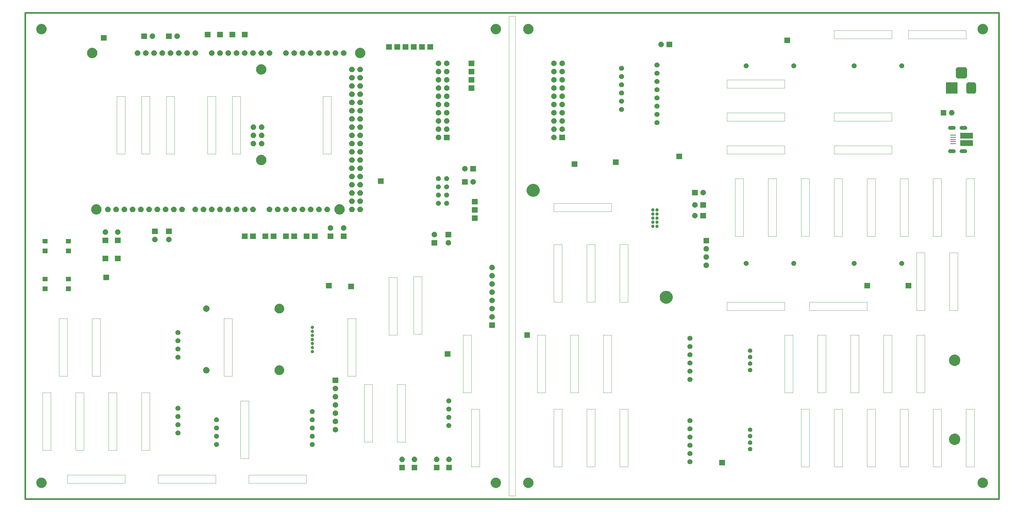
<source format=gbr>
%TF.GenerationSoftware,KiCad,Pcbnew,(5.0.2)-1*%
%TF.CreationDate,2019-11-19T01:28:37+09:00*%
%TF.ProjectId,sensor_board,73656e73-6f72-45f6-926f-6172642e6b69,rev?*%
%TF.SameCoordinates,Original*%
%TF.FileFunction,Soldermask,Top*%
%TF.FilePolarity,Negative*%
%FSLAX46Y46*%
G04 Gerber Fmt 4.6, Leading zero omitted, Abs format (unit mm)*
G04 Created by KiCad (PCBNEW (5.0.2)-1) date 2019-11-19 오전 1:28:37*
%MOMM*%
%LPD*%
G01*
G04 APERTURE LIST*
%ADD10C,0.100000*%
%ADD11C,0.500000*%
G04 APERTURE END LIST*
D10*
X137160000Y-134620000D02*
X137160000Y-152400000D01*
X137160000Y-152400000D02*
X134620000Y-152400000D01*
X134620000Y-152400000D02*
X134620000Y-134620000D01*
X134620000Y-134620000D02*
X137160000Y-134620000D01*
X58420000Y-137160000D02*
X58420000Y-154940000D01*
X58420000Y-154940000D02*
X55880000Y-154940000D01*
X55880000Y-137160000D02*
X58420000Y-137160000D01*
X55880000Y-154940000D02*
X55880000Y-137160000D01*
X292100000Y-25400000D02*
X309880000Y-25400000D01*
X309880000Y-25400000D02*
X309880000Y-27940000D01*
X292100000Y-27940000D02*
X292100000Y-25400000D01*
X309880000Y-27940000D02*
X292100000Y-27940000D01*
X269240000Y-25400000D02*
X287020000Y-25400000D01*
X287020000Y-25400000D02*
X287020000Y-27940000D01*
X269240000Y-27940000D02*
X269240000Y-25400000D01*
X287020000Y-27940000D02*
X269240000Y-27940000D01*
X269240000Y-60960000D02*
X287020000Y-60960000D01*
X287020000Y-60960000D02*
X287020000Y-63500000D01*
X269240000Y-63500000D02*
X269240000Y-60960000D01*
X287020000Y-63500000D02*
X269240000Y-63500000D01*
X261620000Y-109220000D02*
X279400000Y-109220000D01*
X279400000Y-109220000D02*
X279400000Y-111760000D01*
X261620000Y-111760000D02*
X261620000Y-109220000D01*
X279400000Y-111760000D02*
X261620000Y-111760000D01*
X236220000Y-109220000D02*
X254000000Y-109220000D01*
X254000000Y-109220000D02*
X254000000Y-111760000D01*
X236220000Y-111760000D02*
X236220000Y-109220000D01*
X254000000Y-111760000D02*
X236220000Y-111760000D01*
X259080000Y-88900000D02*
X259080000Y-71120000D01*
X259080000Y-71120000D02*
X261620000Y-71120000D01*
X261620000Y-88900000D02*
X259080000Y-88900000D01*
X261620000Y-71120000D02*
X261620000Y-88900000D01*
X309880000Y-160020000D02*
X309880000Y-142240000D01*
X309880000Y-142240000D02*
X312420000Y-142240000D01*
X312420000Y-160020000D02*
X309880000Y-160020000D01*
X312420000Y-142240000D02*
X312420000Y-160020000D01*
X205740000Y-142240000D02*
X205740000Y-160020000D01*
X205740000Y-160020000D02*
X203200000Y-160020000D01*
X203200000Y-142240000D02*
X205740000Y-142240000D01*
X203200000Y-160020000D02*
X203200000Y-142240000D01*
X182880000Y-78740000D02*
X200660000Y-78740000D01*
X200660000Y-78740000D02*
X200660000Y-81280000D01*
X182880000Y-81280000D02*
X182880000Y-78740000D01*
X200660000Y-81280000D02*
X182880000Y-81280000D01*
X236220000Y-60960000D02*
X254000000Y-60960000D01*
X254000000Y-60960000D02*
X254000000Y-63500000D01*
X236220000Y-63500000D02*
X236220000Y-60960000D01*
X254000000Y-63500000D02*
X236220000Y-63500000D01*
X121920000Y-114300000D02*
X121920000Y-132080000D01*
X121920000Y-132080000D02*
X119380000Y-132080000D01*
X119380000Y-132080000D02*
X119380000Y-114300000D01*
X119380000Y-114300000D02*
X121920000Y-114300000D01*
X127000000Y-134620000D02*
X127000000Y-152400000D01*
X127000000Y-152400000D02*
X124460000Y-152400000D01*
X124460000Y-152400000D02*
X124460000Y-134620000D01*
X124460000Y-134620000D02*
X127000000Y-134620000D01*
X160020000Y-142240000D02*
X160020000Y-160020000D01*
X160020000Y-160020000D02*
X157480000Y-160020000D01*
X157480000Y-160020000D02*
X157480000Y-142240000D01*
X157480000Y-142240000D02*
X160020000Y-142240000D01*
X88900000Y-139700000D02*
X88900000Y-157480000D01*
X88900000Y-157480000D02*
X86360000Y-157480000D01*
X86360000Y-157480000D02*
X86360000Y-139700000D01*
X86360000Y-139700000D02*
X88900000Y-139700000D01*
X83820000Y-114300000D02*
X83820000Y-132080000D01*
X83820000Y-132080000D02*
X81280000Y-132080000D01*
X81280000Y-132080000D02*
X81280000Y-114300000D01*
X81280000Y-114300000D02*
X83820000Y-114300000D01*
X114300000Y-45720000D02*
X114300000Y-63500000D01*
X114300000Y-63500000D02*
X111760000Y-63500000D01*
X111760000Y-63500000D02*
X111760000Y-45720000D01*
X111760000Y-45720000D02*
X114300000Y-45720000D01*
X86360000Y-45720000D02*
X86360000Y-63500000D01*
X86360000Y-63500000D02*
X83820000Y-63500000D01*
X83820000Y-63500000D02*
X83820000Y-45720000D01*
X83820000Y-45720000D02*
X86360000Y-45720000D01*
X78740000Y-45720000D02*
X78740000Y-63500000D01*
X78740000Y-63500000D02*
X76200000Y-63500000D01*
X76200000Y-63500000D02*
X76200000Y-45720000D01*
X76200000Y-45720000D02*
X78740000Y-45720000D01*
X302260000Y-142240000D02*
X302260000Y-160020000D01*
X302260000Y-160020000D02*
X299720000Y-160020000D01*
X299720000Y-160020000D02*
X299720000Y-142240000D01*
X299720000Y-142240000D02*
X302260000Y-142240000D01*
X292100000Y-142240000D02*
X292100000Y-160020000D01*
X292100000Y-160020000D02*
X289560000Y-160020000D01*
X289560000Y-160020000D02*
X289560000Y-142240000D01*
X289560000Y-142240000D02*
X292100000Y-142240000D01*
X297180000Y-93980000D02*
X297180000Y-111760000D01*
X297180000Y-111760000D02*
X294640000Y-111760000D01*
X294640000Y-111760000D02*
X294640000Y-93980000D01*
X294640000Y-93980000D02*
X297180000Y-93980000D01*
X307340000Y-93980000D02*
X307340000Y-111760000D01*
X307340000Y-111760000D02*
X304800000Y-111760000D01*
X304800000Y-111760000D02*
X304800000Y-93980000D01*
X304800000Y-93980000D02*
X307340000Y-93980000D01*
X312420000Y-71120000D02*
X312420000Y-88900000D01*
X312420000Y-88900000D02*
X309880000Y-88900000D01*
X309880000Y-88900000D02*
X309880000Y-71120000D01*
X309880000Y-71120000D02*
X312420000Y-71120000D01*
X66040000Y-45720000D02*
X66040000Y-63500000D01*
X66040000Y-63500000D02*
X63500000Y-63500000D01*
X48260000Y-45720000D02*
X50800000Y-45720000D01*
X50800000Y-63500000D02*
X48260000Y-63500000D01*
X63500000Y-63500000D02*
X63500000Y-45720000D01*
X50800000Y-45720000D02*
X50800000Y-63500000D01*
X48260000Y-63500000D02*
X48260000Y-45720000D01*
X63500000Y-45720000D02*
X66040000Y-45720000D01*
X55880000Y-63500000D02*
X55880000Y-45720000D01*
X55880000Y-45720000D02*
X58420000Y-45720000D01*
X58420000Y-45720000D02*
X58420000Y-63500000D01*
X58420000Y-63500000D02*
X55880000Y-63500000D01*
X33020000Y-162560000D02*
X50800000Y-162560000D01*
X50800000Y-162560000D02*
X50800000Y-165100000D01*
X88900000Y-165100000D02*
X88900000Y-162560000D01*
X106680000Y-162560000D02*
X106680000Y-165100000D01*
X50800000Y-165100000D02*
X33020000Y-165100000D01*
X88900000Y-162560000D02*
X106680000Y-162560000D01*
X106680000Y-165100000D02*
X88900000Y-165100000D01*
X33020000Y-165100000D02*
X33020000Y-162560000D01*
X78740000Y-165100000D02*
X60960000Y-165100000D01*
X60960000Y-165100000D02*
X60960000Y-162560000D01*
X60960000Y-162560000D02*
X78740000Y-162560000D01*
X78740000Y-162560000D02*
X78740000Y-165100000D01*
X279400000Y-160020000D02*
X279400000Y-142240000D01*
X279400000Y-142240000D02*
X281940000Y-142240000D01*
X281940000Y-142240000D02*
X281940000Y-160020000D01*
X281940000Y-160020000D02*
X279400000Y-160020000D01*
X271780000Y-142240000D02*
X271780000Y-160020000D01*
X271780000Y-160020000D02*
X269240000Y-160020000D01*
X259080000Y-142240000D02*
X261620000Y-142240000D01*
X261620000Y-160020000D02*
X259080000Y-160020000D01*
X269240000Y-160020000D02*
X269240000Y-142240000D01*
X261620000Y-142240000D02*
X261620000Y-160020000D01*
X259080000Y-160020000D02*
X259080000Y-142240000D01*
X269240000Y-142240000D02*
X271780000Y-142240000D01*
X297180000Y-119380000D02*
X297180000Y-137160000D01*
X297180000Y-137160000D02*
X294640000Y-137160000D01*
X274320000Y-119380000D02*
X276860000Y-119380000D01*
X276860000Y-137160000D02*
X274320000Y-137160000D01*
X294640000Y-137160000D02*
X294640000Y-119380000D01*
X276860000Y-119380000D02*
X276860000Y-137160000D01*
X274320000Y-137160000D02*
X274320000Y-119380000D01*
X294640000Y-119380000D02*
X297180000Y-119380000D01*
X284480000Y-137160000D02*
X284480000Y-119380000D01*
X284480000Y-119380000D02*
X287020000Y-119380000D01*
X287020000Y-119380000D02*
X287020000Y-137160000D01*
X287020000Y-137160000D02*
X284480000Y-137160000D01*
X266700000Y-119380000D02*
X266700000Y-137160000D01*
X266700000Y-137160000D02*
X264160000Y-137160000D01*
X254000000Y-119380000D02*
X256540000Y-119380000D01*
X256540000Y-137160000D02*
X254000000Y-137160000D01*
X264160000Y-137160000D02*
X264160000Y-119380000D01*
X256540000Y-119380000D02*
X256540000Y-137160000D01*
X254000000Y-137160000D02*
X254000000Y-119380000D01*
X264160000Y-119380000D02*
X266700000Y-119380000D01*
X195580000Y-142240000D02*
X195580000Y-160020000D01*
X195580000Y-160020000D02*
X193040000Y-160020000D01*
X182880000Y-142240000D02*
X185420000Y-142240000D01*
X185420000Y-160020000D02*
X182880000Y-160020000D01*
X193040000Y-160020000D02*
X193040000Y-142240000D01*
X185420000Y-142240000D02*
X185420000Y-160020000D01*
X182880000Y-160020000D02*
X182880000Y-142240000D01*
X193040000Y-142240000D02*
X195580000Y-142240000D01*
X200660000Y-119380000D02*
X200660000Y-137160000D01*
X200660000Y-137160000D02*
X198120000Y-137160000D01*
X177800000Y-119380000D02*
X180340000Y-119380000D01*
X180340000Y-137160000D02*
X177800000Y-137160000D01*
X198120000Y-137160000D02*
X198120000Y-119380000D01*
X180340000Y-119380000D02*
X180340000Y-137160000D01*
X177800000Y-137160000D02*
X177800000Y-119380000D01*
X198120000Y-119380000D02*
X200660000Y-119380000D01*
X187960000Y-137160000D02*
X187960000Y-119380000D01*
X187960000Y-119380000D02*
X190500000Y-119380000D01*
X190500000Y-119380000D02*
X190500000Y-137160000D01*
X190500000Y-137160000D02*
X187960000Y-137160000D01*
X48260000Y-137160000D02*
X48260000Y-154940000D01*
X48260000Y-154940000D02*
X45720000Y-154940000D01*
X25400000Y-137160000D02*
X27940000Y-137160000D01*
X27940000Y-154940000D02*
X25400000Y-154940000D01*
X45720000Y-154940000D02*
X45720000Y-137160000D01*
X27940000Y-137160000D02*
X27940000Y-154940000D01*
X25400000Y-154940000D02*
X25400000Y-137160000D01*
X45720000Y-137160000D02*
X48260000Y-137160000D01*
X35560000Y-154940000D02*
X35560000Y-137160000D01*
X35560000Y-137160000D02*
X38100000Y-137160000D01*
X38100000Y-137160000D02*
X38100000Y-154940000D01*
X38100000Y-154940000D02*
X35560000Y-154940000D01*
X30480000Y-114300000D02*
X33020000Y-114300000D01*
X33020000Y-132080000D02*
X30480000Y-132080000D01*
X33020000Y-114300000D02*
X33020000Y-132080000D01*
X30480000Y-132080000D02*
X30480000Y-114300000D01*
X40640000Y-132080000D02*
X40640000Y-114300000D01*
X40640000Y-114300000D02*
X43180000Y-114300000D01*
X43180000Y-114300000D02*
X43180000Y-132080000D01*
X43180000Y-132080000D02*
X40640000Y-132080000D01*
X157480000Y-119380000D02*
X157480000Y-137160000D01*
X157480000Y-137160000D02*
X154940000Y-137160000D01*
X132080000Y-101600000D02*
X134620000Y-101600000D01*
X134620000Y-119380000D02*
X132080000Y-119380000D01*
X154940000Y-137160000D02*
X154940000Y-119380000D01*
X134620000Y-101600000D02*
X134620000Y-119380000D01*
X132080000Y-119380000D02*
X132080000Y-101600000D01*
X154940000Y-119380000D02*
X157480000Y-119380000D01*
X139700000Y-119126000D02*
X139700000Y-101346000D01*
X139700000Y-101346000D02*
X142240000Y-101346000D01*
X142240000Y-101346000D02*
X142240000Y-119126000D01*
X142240000Y-119126000D02*
X139700000Y-119126000D01*
X205740000Y-91440000D02*
X205740000Y-109220000D01*
X205740000Y-109220000D02*
X203200000Y-109220000D01*
X203200000Y-109220000D02*
X203200000Y-91440000D01*
X203200000Y-91440000D02*
X205740000Y-91440000D01*
X182880000Y-91440000D02*
X185420000Y-91440000D01*
X185420000Y-91440000D02*
X185420000Y-109220000D01*
X182880000Y-109220000D02*
X182880000Y-91440000D01*
X185420000Y-109220000D02*
X182880000Y-109220000D01*
X195580000Y-91440000D02*
X195580000Y-109220000D01*
X193040000Y-109220000D02*
X193040000Y-91440000D01*
X195580000Y-109220000D02*
X193040000Y-109220000D01*
X193040000Y-91440000D02*
X195580000Y-91440000D01*
X269240000Y-53340000D02*
X269240000Y-50800000D01*
X269240000Y-50800000D02*
X287020000Y-50800000D01*
X287020000Y-53340000D02*
X269240000Y-53340000D01*
X287020000Y-50800000D02*
X287020000Y-53340000D01*
X236220000Y-53340000D02*
X236220000Y-50800000D01*
X236220000Y-50800000D02*
X254000000Y-50800000D01*
X254000000Y-53340000D02*
X236220000Y-53340000D01*
X254000000Y-50800000D02*
X254000000Y-53340000D01*
X236220000Y-43180000D02*
X236220000Y-40640000D01*
X236220000Y-40640000D02*
X254000000Y-40640000D01*
X254000000Y-43180000D02*
X236220000Y-43180000D01*
X254000000Y-40640000D02*
X254000000Y-43180000D01*
X299720000Y-71120000D02*
X302260000Y-71120000D01*
X302260000Y-71120000D02*
X302260000Y-88900000D01*
X299720000Y-88900000D02*
X299720000Y-71120000D01*
X302260000Y-88900000D02*
X299720000Y-88900000D01*
X289560000Y-71120000D02*
X292100000Y-71120000D01*
X292100000Y-71120000D02*
X292100000Y-88900000D01*
X289560000Y-88900000D02*
X289560000Y-71120000D01*
X292100000Y-88900000D02*
X289560000Y-88900000D01*
X279400000Y-71120000D02*
X281940000Y-71120000D01*
X281940000Y-71120000D02*
X281940000Y-88900000D01*
X279400000Y-88900000D02*
X279400000Y-71120000D01*
X281940000Y-88900000D02*
X279400000Y-88900000D01*
X269240000Y-71120000D02*
X271780000Y-71120000D01*
X271780000Y-71120000D02*
X271780000Y-88900000D01*
X269240000Y-88900000D02*
X269240000Y-71120000D01*
X271780000Y-88900000D02*
X269240000Y-88900000D01*
X248920000Y-71120000D02*
X251460000Y-71120000D01*
X251460000Y-71120000D02*
X251460000Y-88900000D01*
X248920000Y-88900000D02*
X248920000Y-71120000D01*
X251460000Y-88900000D02*
X248920000Y-88900000D01*
X238760000Y-88900000D02*
X238760000Y-71120000D01*
X241300000Y-88900000D02*
X238760000Y-88900000D01*
X238760000Y-71120000D02*
X241300000Y-71120000D01*
X241300000Y-71120000D02*
X241300000Y-88900000D01*
X171000000Y-169000000D02*
X169000000Y-169000000D01*
X171000000Y-21000000D02*
X169000000Y-21000000D01*
X171000000Y-21000000D02*
X171000000Y-169000000D01*
X169000000Y-21000000D02*
X169000000Y-169000000D01*
D11*
X320000000Y-20000000D02*
X320000000Y-170000000D01*
X20000000Y-170000000D02*
X320000000Y-170000000D01*
X20000000Y-20000000D02*
X320000000Y-20000000D01*
X20000000Y-20000000D02*
X20000000Y-170000000D01*
D10*
G36*
X315466703Y-163461486D02*
X315757883Y-163582097D01*
X316019944Y-163757201D01*
X316242799Y-163980056D01*
X316417903Y-164242117D01*
X316538514Y-164533297D01*
X316600000Y-164842412D01*
X316600000Y-165157588D01*
X316538514Y-165466703D01*
X316417903Y-165757883D01*
X316242799Y-166019944D01*
X316019944Y-166242799D01*
X315757883Y-166417903D01*
X315466703Y-166538514D01*
X315157588Y-166600000D01*
X314842412Y-166600000D01*
X314533297Y-166538514D01*
X314242117Y-166417903D01*
X313980056Y-166242799D01*
X313757201Y-166019944D01*
X313582097Y-165757883D01*
X313461486Y-165466703D01*
X313400000Y-165157588D01*
X313400000Y-164842412D01*
X313461486Y-164533297D01*
X313582097Y-164242117D01*
X313757201Y-163980056D01*
X313980056Y-163757201D01*
X314242117Y-163582097D01*
X314533297Y-163461486D01*
X314842412Y-163400000D01*
X315157588Y-163400000D01*
X315466703Y-163461486D01*
X315466703Y-163461486D01*
G37*
G36*
X175466703Y-163461486D02*
X175757883Y-163582097D01*
X176019944Y-163757201D01*
X176242799Y-163980056D01*
X176417903Y-164242117D01*
X176538514Y-164533297D01*
X176600000Y-164842412D01*
X176600000Y-165157588D01*
X176538514Y-165466703D01*
X176417903Y-165757883D01*
X176242799Y-166019944D01*
X176019944Y-166242799D01*
X175757883Y-166417903D01*
X175466703Y-166538514D01*
X175157588Y-166600000D01*
X174842412Y-166600000D01*
X174533297Y-166538514D01*
X174242117Y-166417903D01*
X173980056Y-166242799D01*
X173757201Y-166019944D01*
X173582097Y-165757883D01*
X173461486Y-165466703D01*
X173400000Y-165157588D01*
X173400000Y-164842412D01*
X173461486Y-164533297D01*
X173582097Y-164242117D01*
X173757201Y-163980056D01*
X173980056Y-163757201D01*
X174242117Y-163582097D01*
X174533297Y-163461486D01*
X174842412Y-163400000D01*
X175157588Y-163400000D01*
X175466703Y-163461486D01*
X175466703Y-163461486D01*
G37*
G36*
X25466703Y-163461486D02*
X25757883Y-163582097D01*
X26019944Y-163757201D01*
X26242799Y-163980056D01*
X26417903Y-164242117D01*
X26538514Y-164533297D01*
X26600000Y-164842412D01*
X26600000Y-165157588D01*
X26538514Y-165466703D01*
X26417903Y-165757883D01*
X26242799Y-166019944D01*
X26019944Y-166242799D01*
X25757883Y-166417903D01*
X25466703Y-166538514D01*
X25157588Y-166600000D01*
X24842412Y-166600000D01*
X24533297Y-166538514D01*
X24242117Y-166417903D01*
X23980056Y-166242799D01*
X23757201Y-166019944D01*
X23582097Y-165757883D01*
X23461486Y-165466703D01*
X23400000Y-165157588D01*
X23400000Y-164842412D01*
X23461486Y-164533297D01*
X23582097Y-164242117D01*
X23757201Y-163980056D01*
X23980056Y-163757201D01*
X24242117Y-163582097D01*
X24533297Y-163461486D01*
X24842412Y-163400000D01*
X25157588Y-163400000D01*
X25466703Y-163461486D01*
X25466703Y-163461486D01*
G37*
G36*
X165466703Y-163461486D02*
X165757883Y-163582097D01*
X166019944Y-163757201D01*
X166242799Y-163980056D01*
X166417903Y-164242117D01*
X166538514Y-164533297D01*
X166600000Y-164842412D01*
X166600000Y-165157588D01*
X166538514Y-165466703D01*
X166417903Y-165757883D01*
X166242799Y-166019944D01*
X166019944Y-166242799D01*
X165757883Y-166417903D01*
X165466703Y-166538514D01*
X165157588Y-166600000D01*
X164842412Y-166600000D01*
X164533297Y-166538514D01*
X164242117Y-166417903D01*
X163980056Y-166242799D01*
X163757201Y-166019944D01*
X163582097Y-165757883D01*
X163461486Y-165466703D01*
X163400000Y-165157588D01*
X163400000Y-164842412D01*
X163461486Y-164533297D01*
X163582097Y-164242117D01*
X163757201Y-163980056D01*
X163980056Y-163757201D01*
X164242117Y-163582097D01*
X164533297Y-163461486D01*
X164842412Y-163400000D01*
X165157588Y-163400000D01*
X165466703Y-163461486D01*
X165466703Y-163461486D01*
G37*
G36*
X136949389Y-161173868D02*
X135249389Y-161173868D01*
X135249389Y-159473868D01*
X136949389Y-159473868D01*
X136949389Y-161173868D01*
X136949389Y-161173868D01*
G37*
G36*
X147601719Y-161173868D02*
X145901719Y-161173868D01*
X145901719Y-159473868D01*
X147601719Y-159473868D01*
X147601719Y-161173868D01*
X147601719Y-161173868D01*
G37*
G36*
X140759389Y-161173868D02*
X139059389Y-161173868D01*
X139059389Y-159473868D01*
X140759389Y-159473868D01*
X140759389Y-161173868D01*
X140759389Y-161173868D01*
G37*
G36*
X151411719Y-161173868D02*
X149711719Y-161173868D01*
X149711719Y-159473868D01*
X151411719Y-159473868D01*
X151411719Y-161173868D01*
X151411719Y-161173868D01*
G37*
G36*
X235546000Y-159600000D02*
X233846000Y-159600000D01*
X233846000Y-157900000D01*
X235546000Y-157900000D01*
X235546000Y-159600000D01*
X235546000Y-159600000D01*
G37*
G36*
X225014601Y-157755590D02*
X225154731Y-157813634D01*
X225280850Y-157897904D01*
X225388096Y-158005150D01*
X225472366Y-158131269D01*
X225530410Y-158271399D01*
X225560000Y-158420160D01*
X225560000Y-158571840D01*
X225530410Y-158720601D01*
X225472366Y-158860731D01*
X225388096Y-158986850D01*
X225280850Y-159094096D01*
X225154731Y-159178366D01*
X225014601Y-159236410D01*
X224865840Y-159266000D01*
X224714160Y-159266000D01*
X224565399Y-159236410D01*
X224425269Y-159178366D01*
X224299150Y-159094096D01*
X224191904Y-158986850D01*
X224107634Y-158860731D01*
X224049590Y-158720601D01*
X224020000Y-158571840D01*
X224020000Y-158420160D01*
X224049590Y-158271399D01*
X224107634Y-158131269D01*
X224191904Y-158005150D01*
X224299150Y-157897904D01*
X224425269Y-157813634D01*
X224565399Y-157755590D01*
X224714160Y-157726000D01*
X224865840Y-157726000D01*
X225014601Y-157755590D01*
X225014601Y-157755590D01*
G37*
G36*
X146918349Y-156946167D02*
X147078574Y-156994771D01*
X147226239Y-157073699D01*
X147355668Y-157179919D01*
X147461888Y-157309348D01*
X147540816Y-157457013D01*
X147589420Y-157617238D01*
X147605831Y-157783868D01*
X147589420Y-157950498D01*
X147540816Y-158110723D01*
X147461888Y-158258388D01*
X147355668Y-158387817D01*
X147226239Y-158494037D01*
X147078574Y-158572965D01*
X146918349Y-158621569D01*
X146793471Y-158633868D01*
X146709967Y-158633868D01*
X146585089Y-158621569D01*
X146424864Y-158572965D01*
X146277199Y-158494037D01*
X146147770Y-158387817D01*
X146041550Y-158258388D01*
X145962622Y-158110723D01*
X145914018Y-157950498D01*
X145897607Y-157783868D01*
X145914018Y-157617238D01*
X145962622Y-157457013D01*
X146041550Y-157309348D01*
X146147770Y-157179919D01*
X146277199Y-157073699D01*
X146424864Y-156994771D01*
X146585089Y-156946167D01*
X146709967Y-156933868D01*
X146793471Y-156933868D01*
X146918349Y-156946167D01*
X146918349Y-156946167D01*
G37*
G36*
X140076019Y-156946167D02*
X140236244Y-156994771D01*
X140383909Y-157073699D01*
X140513338Y-157179919D01*
X140619558Y-157309348D01*
X140698486Y-157457013D01*
X140747090Y-157617238D01*
X140763501Y-157783868D01*
X140747090Y-157950498D01*
X140698486Y-158110723D01*
X140619558Y-158258388D01*
X140513338Y-158387817D01*
X140383909Y-158494037D01*
X140236244Y-158572965D01*
X140076019Y-158621569D01*
X139951141Y-158633868D01*
X139867637Y-158633868D01*
X139742759Y-158621569D01*
X139582534Y-158572965D01*
X139434869Y-158494037D01*
X139305440Y-158387817D01*
X139199220Y-158258388D01*
X139120292Y-158110723D01*
X139071688Y-157950498D01*
X139055277Y-157783868D01*
X139071688Y-157617238D01*
X139120292Y-157457013D01*
X139199220Y-157309348D01*
X139305440Y-157179919D01*
X139434869Y-157073699D01*
X139582534Y-156994771D01*
X139742759Y-156946167D01*
X139867637Y-156933868D01*
X139951141Y-156933868D01*
X140076019Y-156946167D01*
X140076019Y-156946167D01*
G37*
G36*
X150728349Y-156946167D02*
X150888574Y-156994771D01*
X151036239Y-157073699D01*
X151165668Y-157179919D01*
X151271888Y-157309348D01*
X151350816Y-157457013D01*
X151399420Y-157617238D01*
X151415831Y-157783868D01*
X151399420Y-157950498D01*
X151350816Y-158110723D01*
X151271888Y-158258388D01*
X151165668Y-158387817D01*
X151036239Y-158494037D01*
X150888574Y-158572965D01*
X150728349Y-158621569D01*
X150603471Y-158633868D01*
X150519967Y-158633868D01*
X150395089Y-158621569D01*
X150234864Y-158572965D01*
X150087199Y-158494037D01*
X149957770Y-158387817D01*
X149851550Y-158258388D01*
X149772622Y-158110723D01*
X149724018Y-157950498D01*
X149707607Y-157783868D01*
X149724018Y-157617238D01*
X149772622Y-157457013D01*
X149851550Y-157309348D01*
X149957770Y-157179919D01*
X150087199Y-157073699D01*
X150234864Y-156994771D01*
X150395089Y-156946167D01*
X150519967Y-156933868D01*
X150603471Y-156933868D01*
X150728349Y-156946167D01*
X150728349Y-156946167D01*
G37*
G36*
X136266019Y-156946167D02*
X136426244Y-156994771D01*
X136573909Y-157073699D01*
X136703338Y-157179919D01*
X136809558Y-157309348D01*
X136888486Y-157457013D01*
X136937090Y-157617238D01*
X136953501Y-157783868D01*
X136937090Y-157950498D01*
X136888486Y-158110723D01*
X136809558Y-158258388D01*
X136703338Y-158387817D01*
X136573909Y-158494037D01*
X136426244Y-158572965D01*
X136266019Y-158621569D01*
X136141141Y-158633868D01*
X136057637Y-158633868D01*
X135932759Y-158621569D01*
X135772534Y-158572965D01*
X135624869Y-158494037D01*
X135495440Y-158387817D01*
X135389220Y-158258388D01*
X135310292Y-158110723D01*
X135261688Y-157950498D01*
X135245277Y-157783868D01*
X135261688Y-157617238D01*
X135310292Y-157457013D01*
X135389220Y-157309348D01*
X135495440Y-157179919D01*
X135624869Y-157073699D01*
X135772534Y-156994771D01*
X135932759Y-156946167D01*
X136057637Y-156933868D01*
X136141141Y-156933868D01*
X136266019Y-156946167D01*
X136266019Y-156946167D01*
G37*
G36*
X225014601Y-155215590D02*
X225154731Y-155273634D01*
X225280850Y-155357904D01*
X225388096Y-155465150D01*
X225472366Y-155591269D01*
X225530410Y-155731399D01*
X225560000Y-155880160D01*
X225560000Y-156031840D01*
X225530410Y-156180601D01*
X225472366Y-156320731D01*
X225388096Y-156446850D01*
X225280850Y-156554096D01*
X225154731Y-156638366D01*
X225014601Y-156696410D01*
X224865840Y-156726000D01*
X224714160Y-156726000D01*
X224565399Y-156696410D01*
X224425269Y-156638366D01*
X224299150Y-156554096D01*
X224191904Y-156446850D01*
X224107634Y-156320731D01*
X224049590Y-156180601D01*
X224020000Y-156031840D01*
X224020000Y-155880160D01*
X224049590Y-155731399D01*
X224107634Y-155591269D01*
X224191904Y-155465150D01*
X224299150Y-155357904D01*
X224425269Y-155273634D01*
X224565399Y-155215590D01*
X224714160Y-155186000D01*
X224865840Y-155186000D01*
X225014601Y-155215590D01*
X225014601Y-155215590D01*
G37*
G36*
X243528888Y-153940939D02*
X243651733Y-153991823D01*
X243762290Y-154065695D01*
X243856305Y-154159710D01*
X243930177Y-154270267D01*
X243981061Y-154393112D01*
X244007000Y-154523517D01*
X244007000Y-154656483D01*
X243981061Y-154786888D01*
X243930177Y-154909733D01*
X243856305Y-155020290D01*
X243762290Y-155114305D01*
X243651733Y-155188177D01*
X243528888Y-155239061D01*
X243398483Y-155265000D01*
X243265517Y-155265000D01*
X243135112Y-155239061D01*
X243012267Y-155188177D01*
X242901710Y-155114305D01*
X242807695Y-155020290D01*
X242733823Y-154909733D01*
X242682939Y-154786888D01*
X242657000Y-154656483D01*
X242657000Y-154523517D01*
X242682939Y-154393112D01*
X242733823Y-154270267D01*
X242807695Y-154159710D01*
X242901710Y-154065695D01*
X243012267Y-153991823D01*
X243135112Y-153940939D01*
X243265517Y-153915000D01*
X243398483Y-153915000D01*
X243528888Y-153940939D01*
X243528888Y-153940939D01*
G37*
G36*
X225014601Y-152675590D02*
X225154731Y-152733634D01*
X225280850Y-152817904D01*
X225388096Y-152925150D01*
X225472366Y-153051269D01*
X225530410Y-153191399D01*
X225560000Y-153340160D01*
X225560000Y-153491840D01*
X225530410Y-153640601D01*
X225472366Y-153780731D01*
X225388096Y-153906850D01*
X225280850Y-154014096D01*
X225154731Y-154098366D01*
X225014601Y-154156410D01*
X224865840Y-154186000D01*
X224714160Y-154186000D01*
X224565399Y-154156410D01*
X224425269Y-154098366D01*
X224299150Y-154014096D01*
X224191904Y-153906850D01*
X224107634Y-153780731D01*
X224049590Y-153640601D01*
X224020000Y-153491840D01*
X224020000Y-153340160D01*
X224049590Y-153191399D01*
X224107634Y-153051269D01*
X224191904Y-152925150D01*
X224299150Y-152817904D01*
X224425269Y-152733634D01*
X224565399Y-152675590D01*
X224714160Y-152646000D01*
X224865840Y-152646000D01*
X225014601Y-152675590D01*
X225014601Y-152675590D01*
G37*
G36*
X108628239Y-152418934D02*
X108680267Y-152429283D01*
X108818942Y-152486724D01*
X108943750Y-152570118D01*
X109049882Y-152676250D01*
X109049884Y-152676253D01*
X109133276Y-152801058D01*
X109184678Y-152925153D01*
X109190717Y-152939734D01*
X109220000Y-153086948D01*
X109220000Y-153237052D01*
X109190717Y-153384266D01*
X109133276Y-153522942D01*
X109049882Y-153647750D01*
X108943750Y-153753882D01*
X108943747Y-153753884D01*
X108818942Y-153837276D01*
X108680267Y-153894717D01*
X108631195Y-153904478D01*
X108533052Y-153924000D01*
X108382948Y-153924000D01*
X108284805Y-153904478D01*
X108235733Y-153894717D01*
X108097058Y-153837276D01*
X107972253Y-153753884D01*
X107972250Y-153753882D01*
X107866118Y-153647750D01*
X107782724Y-153522942D01*
X107725283Y-153384266D01*
X107696000Y-153237052D01*
X107696000Y-153086948D01*
X107725283Y-152939734D01*
X107731323Y-152925153D01*
X107782724Y-152801058D01*
X107866116Y-152676253D01*
X107866118Y-152676250D01*
X107972250Y-152570118D01*
X108097058Y-152486724D01*
X108235733Y-152429283D01*
X108287761Y-152418934D01*
X108382948Y-152400000D01*
X108533052Y-152400000D01*
X108628239Y-152418934D01*
X108628239Y-152418934D01*
G37*
G36*
X79088239Y-152418934D02*
X79140267Y-152429283D01*
X79278942Y-152486724D01*
X79403750Y-152570118D01*
X79509882Y-152676250D01*
X79509884Y-152676253D01*
X79593276Y-152801058D01*
X79644678Y-152925153D01*
X79650717Y-152939734D01*
X79680000Y-153086948D01*
X79680000Y-153237052D01*
X79650717Y-153384266D01*
X79593276Y-153522942D01*
X79509882Y-153647750D01*
X79403750Y-153753882D01*
X79403747Y-153753884D01*
X79278942Y-153837276D01*
X79140267Y-153894717D01*
X79091195Y-153904478D01*
X78993052Y-153924000D01*
X78842948Y-153924000D01*
X78744805Y-153904478D01*
X78695733Y-153894717D01*
X78557058Y-153837276D01*
X78432253Y-153753884D01*
X78432250Y-153753882D01*
X78326118Y-153647750D01*
X78242724Y-153522942D01*
X78185283Y-153384266D01*
X78156000Y-153237052D01*
X78156000Y-153086948D01*
X78185283Y-152939734D01*
X78191323Y-152925153D01*
X78242724Y-152801058D01*
X78326116Y-152676253D01*
X78326118Y-152676250D01*
X78432250Y-152570118D01*
X78557058Y-152486724D01*
X78695733Y-152429283D01*
X78747761Y-152418934D01*
X78842948Y-152400000D01*
X78993052Y-152400000D01*
X79088239Y-152418934D01*
X79088239Y-152418934D01*
G37*
G36*
X306842456Y-149907251D02*
X307160936Y-150039170D01*
X307447560Y-150230686D01*
X307691314Y-150474440D01*
X307882830Y-150761064D01*
X308014749Y-151079544D01*
X308082000Y-151417640D01*
X308082000Y-151762360D01*
X308014749Y-152100456D01*
X307882830Y-152418936D01*
X307691314Y-152705560D01*
X307447560Y-152949314D01*
X307160936Y-153140830D01*
X306842456Y-153272749D01*
X306504360Y-153340000D01*
X306159640Y-153340000D01*
X305821544Y-153272749D01*
X305503064Y-153140830D01*
X305216440Y-152949314D01*
X304972686Y-152705560D01*
X304781170Y-152418936D01*
X304649251Y-152100456D01*
X304582000Y-151762360D01*
X304582000Y-151417640D01*
X304649251Y-151079544D01*
X304781170Y-150761064D01*
X304972686Y-150474440D01*
X305216440Y-150230686D01*
X305503064Y-150039170D01*
X305821544Y-149907251D01*
X306159640Y-149840000D01*
X306504360Y-149840000D01*
X306842456Y-149907251D01*
X306842456Y-149907251D01*
G37*
G36*
X243528888Y-151940939D02*
X243651733Y-151991823D01*
X243762290Y-152065695D01*
X243856305Y-152159710D01*
X243930177Y-152270267D01*
X243981061Y-152393112D01*
X244007000Y-152523517D01*
X244007000Y-152656483D01*
X243981061Y-152786888D01*
X243930177Y-152909733D01*
X243856305Y-153020290D01*
X243762290Y-153114305D01*
X243651733Y-153188177D01*
X243528888Y-153239061D01*
X243398483Y-153265000D01*
X243265517Y-153265000D01*
X243135112Y-153239061D01*
X243012267Y-153188177D01*
X242901710Y-153114305D01*
X242807695Y-153020290D01*
X242733823Y-152909733D01*
X242682939Y-152786888D01*
X242657000Y-152656483D01*
X242657000Y-152523517D01*
X242682939Y-152393112D01*
X242733823Y-152270267D01*
X242807695Y-152159710D01*
X242901710Y-152065695D01*
X243012267Y-151991823D01*
X243135112Y-151940939D01*
X243265517Y-151915000D01*
X243398483Y-151915000D01*
X243528888Y-151940939D01*
X243528888Y-151940939D01*
G37*
G36*
X225014601Y-150135590D02*
X225154731Y-150193634D01*
X225280850Y-150277904D01*
X225388096Y-150385150D01*
X225472366Y-150511269D01*
X225530410Y-150651399D01*
X225560000Y-150800160D01*
X225560000Y-150951840D01*
X225530410Y-151100601D01*
X225472366Y-151240731D01*
X225388096Y-151366850D01*
X225280850Y-151474096D01*
X225154731Y-151558366D01*
X225014601Y-151616410D01*
X224865840Y-151646000D01*
X224714160Y-151646000D01*
X224565399Y-151616410D01*
X224425269Y-151558366D01*
X224299150Y-151474096D01*
X224191904Y-151366850D01*
X224107634Y-151240731D01*
X224049590Y-151100601D01*
X224020000Y-150951840D01*
X224020000Y-150800160D01*
X224049590Y-150651399D01*
X224107634Y-150511269D01*
X224191904Y-150385150D01*
X224299150Y-150277904D01*
X224425269Y-150193634D01*
X224565399Y-150135590D01*
X224714160Y-150106000D01*
X224865840Y-150106000D01*
X225014601Y-150135590D01*
X225014601Y-150135590D01*
G37*
G36*
X79091195Y-149879522D02*
X79140267Y-149889283D01*
X79202353Y-149915000D01*
X79278942Y-149946724D01*
X79403750Y-150030118D01*
X79509882Y-150136250D01*
X79509884Y-150136253D01*
X79593276Y-150261058D01*
X79647974Y-150393110D01*
X79650717Y-150399734D01*
X79672903Y-150511268D01*
X79680000Y-150546950D01*
X79680000Y-150697050D01*
X79650717Y-150844267D01*
X79623600Y-150909733D01*
X79593276Y-150982942D01*
X79509882Y-151107750D01*
X79403750Y-151213882D01*
X79403747Y-151213884D01*
X79278942Y-151297276D01*
X79140267Y-151354717D01*
X79091195Y-151364478D01*
X78993052Y-151384000D01*
X78842948Y-151384000D01*
X78744805Y-151364478D01*
X78695733Y-151354717D01*
X78557058Y-151297276D01*
X78432253Y-151213884D01*
X78432250Y-151213882D01*
X78326118Y-151107750D01*
X78242724Y-150982942D01*
X78212400Y-150909733D01*
X78185283Y-150844267D01*
X78156000Y-150697050D01*
X78156000Y-150546950D01*
X78163098Y-150511268D01*
X78185283Y-150399734D01*
X78188027Y-150393110D01*
X78242724Y-150261058D01*
X78326116Y-150136253D01*
X78326118Y-150136250D01*
X78432250Y-150030118D01*
X78557058Y-149946724D01*
X78633647Y-149915000D01*
X78695733Y-149889283D01*
X78744805Y-149879522D01*
X78842948Y-149860000D01*
X78993052Y-149860000D01*
X79091195Y-149879522D01*
X79091195Y-149879522D01*
G37*
G36*
X108631195Y-149879522D02*
X108680267Y-149889283D01*
X108742353Y-149915000D01*
X108818942Y-149946724D01*
X108943750Y-150030118D01*
X109049882Y-150136250D01*
X109049884Y-150136253D01*
X109133276Y-150261058D01*
X109187974Y-150393110D01*
X109190717Y-150399734D01*
X109212903Y-150511268D01*
X109220000Y-150546950D01*
X109220000Y-150697050D01*
X109190717Y-150844267D01*
X109163600Y-150909733D01*
X109133276Y-150982942D01*
X109049882Y-151107750D01*
X108943750Y-151213882D01*
X108943747Y-151213884D01*
X108818942Y-151297276D01*
X108680267Y-151354717D01*
X108631195Y-151364478D01*
X108533052Y-151384000D01*
X108382948Y-151384000D01*
X108284805Y-151364478D01*
X108235733Y-151354717D01*
X108097058Y-151297276D01*
X107972253Y-151213884D01*
X107972250Y-151213882D01*
X107866118Y-151107750D01*
X107782724Y-150982942D01*
X107752400Y-150909733D01*
X107725283Y-150844267D01*
X107696000Y-150697050D01*
X107696000Y-150546950D01*
X107703098Y-150511268D01*
X107725283Y-150399734D01*
X107728027Y-150393110D01*
X107782724Y-150261058D01*
X107866116Y-150136253D01*
X107866118Y-150136250D01*
X107972250Y-150030118D01*
X108097058Y-149946724D01*
X108173647Y-149915000D01*
X108235733Y-149889283D01*
X108284805Y-149879522D01*
X108382948Y-149860000D01*
X108533052Y-149860000D01*
X108631195Y-149879522D01*
X108631195Y-149879522D01*
G37*
G36*
X243528888Y-149940939D02*
X243651733Y-149991823D01*
X243762290Y-150065695D01*
X243856305Y-150159710D01*
X243930177Y-150270267D01*
X243981061Y-150393112D01*
X244007000Y-150523517D01*
X244007000Y-150656483D01*
X243981061Y-150786888D01*
X243930177Y-150909733D01*
X243856305Y-151020290D01*
X243762290Y-151114305D01*
X243651733Y-151188177D01*
X243528888Y-151239061D01*
X243398483Y-151265000D01*
X243265517Y-151265000D01*
X243135112Y-151239061D01*
X243012267Y-151188177D01*
X242901710Y-151114305D01*
X242807695Y-151020290D01*
X242733823Y-150909733D01*
X242682939Y-150786888D01*
X242657000Y-150656483D01*
X242657000Y-150523517D01*
X242682939Y-150393112D01*
X242733823Y-150270267D01*
X242807695Y-150159710D01*
X242901710Y-150065695D01*
X243012267Y-149991823D01*
X243135112Y-149940939D01*
X243265517Y-149915000D01*
X243398483Y-149915000D01*
X243528888Y-149940939D01*
X243528888Y-149940939D01*
G37*
G36*
X67280601Y-148865590D02*
X67420731Y-148923634D01*
X67546850Y-149007904D01*
X67654096Y-149115150D01*
X67738366Y-149241269D01*
X67796410Y-149381399D01*
X67826000Y-149530160D01*
X67826000Y-149681840D01*
X67796410Y-149830601D01*
X67738366Y-149970731D01*
X67654096Y-150096850D01*
X67546850Y-150204096D01*
X67420731Y-150288366D01*
X67280601Y-150346410D01*
X67131840Y-150376000D01*
X66980160Y-150376000D01*
X66831399Y-150346410D01*
X66691269Y-150288366D01*
X66565150Y-150204096D01*
X66457904Y-150096850D01*
X66373634Y-149970731D01*
X66315590Y-149830601D01*
X66286000Y-149681840D01*
X66286000Y-149530160D01*
X66315590Y-149381399D01*
X66373634Y-149241269D01*
X66457904Y-149115150D01*
X66565150Y-149007904D01*
X66691269Y-148923634D01*
X66831399Y-148865590D01*
X66980160Y-148836000D01*
X67131840Y-148836000D01*
X67280601Y-148865590D01*
X67280601Y-148865590D01*
G37*
G36*
X115736630Y-147752299D02*
X115896855Y-147800903D01*
X116044520Y-147879831D01*
X116173949Y-147986051D01*
X116280169Y-148115480D01*
X116359097Y-148263145D01*
X116407701Y-148423370D01*
X116424112Y-148590000D01*
X116407701Y-148756630D01*
X116359097Y-148916855D01*
X116280169Y-149064520D01*
X116173949Y-149193949D01*
X116044520Y-149300169D01*
X115896855Y-149379097D01*
X115736630Y-149427701D01*
X115611752Y-149440000D01*
X115528248Y-149440000D01*
X115403370Y-149427701D01*
X115243145Y-149379097D01*
X115095480Y-149300169D01*
X114966051Y-149193949D01*
X114859831Y-149064520D01*
X114780903Y-148916855D01*
X114732299Y-148756630D01*
X114715888Y-148590000D01*
X114732299Y-148423370D01*
X114780903Y-148263145D01*
X114859831Y-148115480D01*
X114966051Y-147986051D01*
X115095480Y-147879831D01*
X115243145Y-147800903D01*
X115403370Y-147752299D01*
X115528248Y-147740000D01*
X115611752Y-147740000D01*
X115736630Y-147752299D01*
X115736630Y-147752299D01*
G37*
G36*
X243528888Y-147940939D02*
X243651733Y-147991823D01*
X243762290Y-148065695D01*
X243856305Y-148159710D01*
X243930177Y-148270267D01*
X243981061Y-148393112D01*
X244007000Y-148523517D01*
X244007000Y-148656483D01*
X243981061Y-148786888D01*
X243930177Y-148909733D01*
X243856305Y-149020290D01*
X243762290Y-149114305D01*
X243651733Y-149188177D01*
X243528888Y-149239061D01*
X243398483Y-149265000D01*
X243265517Y-149265000D01*
X243135112Y-149239061D01*
X243012267Y-149188177D01*
X242901710Y-149114305D01*
X242807695Y-149020290D01*
X242733823Y-148909733D01*
X242682939Y-148786888D01*
X242657000Y-148656483D01*
X242657000Y-148523517D01*
X242682939Y-148393112D01*
X242733823Y-148270267D01*
X242807695Y-148159710D01*
X242901710Y-148065695D01*
X243012267Y-147991823D01*
X243135112Y-147940939D01*
X243265517Y-147915000D01*
X243398483Y-147915000D01*
X243528888Y-147940939D01*
X243528888Y-147940939D01*
G37*
G36*
X225014601Y-147595590D02*
X225154731Y-147653634D01*
X225280850Y-147737904D01*
X225388096Y-147845150D01*
X225472366Y-147971269D01*
X225530410Y-148111399D01*
X225560000Y-148260160D01*
X225560000Y-148411840D01*
X225530410Y-148560601D01*
X225472366Y-148700731D01*
X225388096Y-148826850D01*
X225280850Y-148934096D01*
X225154731Y-149018366D01*
X225014601Y-149076410D01*
X224865840Y-149106000D01*
X224714160Y-149106000D01*
X224565399Y-149076410D01*
X224425269Y-149018366D01*
X224299150Y-148934096D01*
X224191904Y-148826850D01*
X224107634Y-148700731D01*
X224049590Y-148560601D01*
X224020000Y-148411840D01*
X224020000Y-148260160D01*
X224049590Y-148111399D01*
X224107634Y-147971269D01*
X224191904Y-147845150D01*
X224299150Y-147737904D01*
X224425269Y-147653634D01*
X224565399Y-147595590D01*
X224714160Y-147566000D01*
X224865840Y-147566000D01*
X225014601Y-147595590D01*
X225014601Y-147595590D01*
G37*
G36*
X79091195Y-147339522D02*
X79140267Y-147349283D01*
X79278942Y-147406724D01*
X79403750Y-147490118D01*
X79509882Y-147596250D01*
X79509884Y-147596253D01*
X79593276Y-147721058D01*
X79644678Y-147845153D01*
X79650717Y-147859734D01*
X79680000Y-148006948D01*
X79680000Y-148157052D01*
X79650717Y-148304266D01*
X79593276Y-148442942D01*
X79509882Y-148567750D01*
X79403750Y-148673882D01*
X79403747Y-148673884D01*
X79278942Y-148757276D01*
X79140267Y-148814717D01*
X79091195Y-148824478D01*
X78993052Y-148844000D01*
X78842948Y-148844000D01*
X78744805Y-148824478D01*
X78695733Y-148814717D01*
X78557058Y-148757276D01*
X78432253Y-148673884D01*
X78432250Y-148673882D01*
X78326118Y-148567750D01*
X78242724Y-148442942D01*
X78185283Y-148304266D01*
X78156000Y-148157052D01*
X78156000Y-148006948D01*
X78185283Y-147859734D01*
X78191323Y-147845153D01*
X78242724Y-147721058D01*
X78326116Y-147596253D01*
X78326118Y-147596250D01*
X78432250Y-147490118D01*
X78557058Y-147406724D01*
X78695733Y-147349283D01*
X78744805Y-147339522D01*
X78842948Y-147320000D01*
X78993052Y-147320000D01*
X79091195Y-147339522D01*
X79091195Y-147339522D01*
G37*
G36*
X108631195Y-147339522D02*
X108680267Y-147349283D01*
X108818942Y-147406724D01*
X108943750Y-147490118D01*
X109049882Y-147596250D01*
X109049884Y-147596253D01*
X109133276Y-147721058D01*
X109184678Y-147845153D01*
X109190717Y-147859734D01*
X109220000Y-148006948D01*
X109220000Y-148157052D01*
X109190717Y-148304266D01*
X109133276Y-148442942D01*
X109049882Y-148567750D01*
X108943750Y-148673882D01*
X108943747Y-148673884D01*
X108818942Y-148757276D01*
X108680267Y-148814717D01*
X108631195Y-148824478D01*
X108533052Y-148844000D01*
X108382948Y-148844000D01*
X108284805Y-148824478D01*
X108235733Y-148814717D01*
X108097058Y-148757276D01*
X107972253Y-148673884D01*
X107972250Y-148673882D01*
X107866118Y-148567750D01*
X107782724Y-148442942D01*
X107725283Y-148304266D01*
X107696000Y-148157052D01*
X107696000Y-148006948D01*
X107725283Y-147859734D01*
X107731323Y-147845153D01*
X107782724Y-147721058D01*
X107866116Y-147596253D01*
X107866118Y-147596250D01*
X107972250Y-147490118D01*
X108097058Y-147406724D01*
X108235733Y-147349283D01*
X108284805Y-147339522D01*
X108382948Y-147320000D01*
X108533052Y-147320000D01*
X108631195Y-147339522D01*
X108631195Y-147339522D01*
G37*
G36*
X150719601Y-146579590D02*
X150859731Y-146637634D01*
X150985850Y-146721904D01*
X151093096Y-146829150D01*
X151177366Y-146955269D01*
X151235410Y-147095399D01*
X151265000Y-147244160D01*
X151265000Y-147395840D01*
X151235410Y-147544601D01*
X151177366Y-147684731D01*
X151093096Y-147810850D01*
X150985850Y-147918096D01*
X150859731Y-148002366D01*
X150719601Y-148060410D01*
X150570840Y-148090000D01*
X150419160Y-148090000D01*
X150270399Y-148060410D01*
X150130269Y-148002366D01*
X150004150Y-147918096D01*
X149896904Y-147810850D01*
X149812634Y-147684731D01*
X149754590Y-147544601D01*
X149725000Y-147395840D01*
X149725000Y-147244160D01*
X149754590Y-147095399D01*
X149812634Y-146955269D01*
X149896904Y-146829150D01*
X150004150Y-146721904D01*
X150130269Y-146637634D01*
X150270399Y-146579590D01*
X150419160Y-146550000D01*
X150570840Y-146550000D01*
X150719601Y-146579590D01*
X150719601Y-146579590D01*
G37*
G36*
X67280601Y-146325590D02*
X67420731Y-146383634D01*
X67546850Y-146467904D01*
X67654096Y-146575150D01*
X67738366Y-146701269D01*
X67796410Y-146841399D01*
X67826000Y-146990160D01*
X67826000Y-147141840D01*
X67796410Y-147290601D01*
X67738366Y-147430731D01*
X67654096Y-147556850D01*
X67546850Y-147664096D01*
X67420731Y-147748366D01*
X67280601Y-147806410D01*
X67131840Y-147836000D01*
X66980160Y-147836000D01*
X66831399Y-147806410D01*
X66691269Y-147748366D01*
X66565150Y-147664096D01*
X66457904Y-147556850D01*
X66373634Y-147430731D01*
X66315590Y-147290601D01*
X66286000Y-147141840D01*
X66286000Y-146990160D01*
X66315590Y-146841399D01*
X66373634Y-146701269D01*
X66457904Y-146575150D01*
X66565150Y-146467904D01*
X66691269Y-146383634D01*
X66831399Y-146325590D01*
X66980160Y-146296000D01*
X67131840Y-146296000D01*
X67280601Y-146325590D01*
X67280601Y-146325590D01*
G37*
G36*
X115736630Y-145212299D02*
X115896855Y-145260903D01*
X116044520Y-145339831D01*
X116173949Y-145446051D01*
X116280169Y-145575480D01*
X116359097Y-145723145D01*
X116407701Y-145883370D01*
X116424112Y-146050000D01*
X116407701Y-146216630D01*
X116359097Y-146376855D01*
X116280169Y-146524520D01*
X116173949Y-146653949D01*
X116044520Y-146760169D01*
X115896855Y-146839097D01*
X115736630Y-146887701D01*
X115611752Y-146900000D01*
X115528248Y-146900000D01*
X115403370Y-146887701D01*
X115243145Y-146839097D01*
X115095480Y-146760169D01*
X114966051Y-146653949D01*
X114859831Y-146524520D01*
X114780903Y-146376855D01*
X114732299Y-146216630D01*
X114715888Y-146050000D01*
X114732299Y-145883370D01*
X114780903Y-145723145D01*
X114859831Y-145575480D01*
X114966051Y-145446051D01*
X115095480Y-145339831D01*
X115243145Y-145260903D01*
X115403370Y-145212299D01*
X115528248Y-145200000D01*
X115611752Y-145200000D01*
X115736630Y-145212299D01*
X115736630Y-145212299D01*
G37*
G36*
X225014601Y-145055590D02*
X225154731Y-145113634D01*
X225280850Y-145197904D01*
X225388096Y-145305150D01*
X225472366Y-145431269D01*
X225530410Y-145571399D01*
X225560000Y-145720160D01*
X225560000Y-145871840D01*
X225530410Y-146020601D01*
X225472366Y-146160731D01*
X225388096Y-146286850D01*
X225280850Y-146394096D01*
X225154731Y-146478366D01*
X225014601Y-146536410D01*
X224865840Y-146566000D01*
X224714160Y-146566000D01*
X224565399Y-146536410D01*
X224425269Y-146478366D01*
X224299150Y-146394096D01*
X224191904Y-146286850D01*
X224107634Y-146160731D01*
X224049590Y-146020601D01*
X224020000Y-145871840D01*
X224020000Y-145720160D01*
X224049590Y-145571399D01*
X224107634Y-145431269D01*
X224191904Y-145305150D01*
X224299150Y-145197904D01*
X224425269Y-145113634D01*
X224565399Y-145055590D01*
X224714160Y-145026000D01*
X224865840Y-145026000D01*
X225014601Y-145055590D01*
X225014601Y-145055590D01*
G37*
G36*
X108631195Y-144799522D02*
X108680267Y-144809283D01*
X108818942Y-144866724D01*
X108943750Y-144950118D01*
X109049882Y-145056250D01*
X109049884Y-145056253D01*
X109133276Y-145181058D01*
X109184678Y-145305153D01*
X109190717Y-145319734D01*
X109220000Y-145466948D01*
X109220000Y-145617052D01*
X109190717Y-145764266D01*
X109133276Y-145902942D01*
X109049882Y-146027750D01*
X108943750Y-146133882D01*
X108943747Y-146133884D01*
X108818942Y-146217276D01*
X108680267Y-146274717D01*
X108631195Y-146284478D01*
X108533052Y-146304000D01*
X108382948Y-146304000D01*
X108284805Y-146284478D01*
X108235733Y-146274717D01*
X108097058Y-146217276D01*
X107972253Y-146133884D01*
X107972250Y-146133882D01*
X107866118Y-146027750D01*
X107782724Y-145902942D01*
X107725283Y-145764266D01*
X107696000Y-145617052D01*
X107696000Y-145466948D01*
X107725283Y-145319734D01*
X107731323Y-145305153D01*
X107782724Y-145181058D01*
X107866116Y-145056253D01*
X107866118Y-145056250D01*
X107972250Y-144950118D01*
X108097058Y-144866724D01*
X108235733Y-144809283D01*
X108284805Y-144799522D01*
X108382948Y-144780000D01*
X108533052Y-144780000D01*
X108631195Y-144799522D01*
X108631195Y-144799522D01*
G37*
G36*
X79091195Y-144799522D02*
X79140267Y-144809283D01*
X79278942Y-144866724D01*
X79403750Y-144950118D01*
X79509882Y-145056250D01*
X79509884Y-145056253D01*
X79593276Y-145181058D01*
X79644678Y-145305153D01*
X79650717Y-145319734D01*
X79680000Y-145466948D01*
X79680000Y-145617052D01*
X79650717Y-145764266D01*
X79593276Y-145902942D01*
X79509882Y-146027750D01*
X79403750Y-146133882D01*
X79403747Y-146133884D01*
X79278942Y-146217276D01*
X79140267Y-146274717D01*
X79091195Y-146284478D01*
X78993052Y-146304000D01*
X78842948Y-146304000D01*
X78744805Y-146284478D01*
X78695733Y-146274717D01*
X78557058Y-146217276D01*
X78432253Y-146133884D01*
X78432250Y-146133882D01*
X78326118Y-146027750D01*
X78242724Y-145902942D01*
X78185283Y-145764266D01*
X78156000Y-145617052D01*
X78156000Y-145466948D01*
X78185283Y-145319734D01*
X78191323Y-145305153D01*
X78242724Y-145181058D01*
X78326116Y-145056253D01*
X78326118Y-145056250D01*
X78432250Y-144950118D01*
X78557058Y-144866724D01*
X78695733Y-144809283D01*
X78744805Y-144799522D01*
X78842948Y-144780000D01*
X78993052Y-144780000D01*
X79091195Y-144799522D01*
X79091195Y-144799522D01*
G37*
G36*
X150719601Y-144039590D02*
X150859731Y-144097634D01*
X150985850Y-144181904D01*
X151093096Y-144289150D01*
X151177366Y-144415269D01*
X151235410Y-144555399D01*
X151265000Y-144704160D01*
X151265000Y-144855840D01*
X151235410Y-145004601D01*
X151177366Y-145144731D01*
X151093096Y-145270850D01*
X150985850Y-145378096D01*
X150859731Y-145462366D01*
X150719601Y-145520410D01*
X150570840Y-145550000D01*
X150419160Y-145550000D01*
X150270399Y-145520410D01*
X150130269Y-145462366D01*
X150004150Y-145378096D01*
X149896904Y-145270850D01*
X149812634Y-145144731D01*
X149754590Y-145004601D01*
X149725000Y-144855840D01*
X149725000Y-144704160D01*
X149754590Y-144555399D01*
X149812634Y-144415269D01*
X149896904Y-144289150D01*
X150004150Y-144181904D01*
X150130269Y-144097634D01*
X150270399Y-144039590D01*
X150419160Y-144010000D01*
X150570840Y-144010000D01*
X150719601Y-144039590D01*
X150719601Y-144039590D01*
G37*
G36*
X67280601Y-143785590D02*
X67420731Y-143843634D01*
X67546850Y-143927904D01*
X67654096Y-144035150D01*
X67738366Y-144161269D01*
X67796410Y-144301399D01*
X67826000Y-144450160D01*
X67826000Y-144601840D01*
X67796410Y-144750601D01*
X67738366Y-144890731D01*
X67654096Y-145016850D01*
X67546850Y-145124096D01*
X67420731Y-145208366D01*
X67280601Y-145266410D01*
X67131840Y-145296000D01*
X66980160Y-145296000D01*
X66831399Y-145266410D01*
X66691269Y-145208366D01*
X66565150Y-145124096D01*
X66457904Y-145016850D01*
X66373634Y-144890731D01*
X66315590Y-144750601D01*
X66286000Y-144601840D01*
X66286000Y-144450160D01*
X66315590Y-144301399D01*
X66373634Y-144161269D01*
X66457904Y-144035150D01*
X66565150Y-143927904D01*
X66691269Y-143843634D01*
X66831399Y-143785590D01*
X66980160Y-143756000D01*
X67131840Y-143756000D01*
X67280601Y-143785590D01*
X67280601Y-143785590D01*
G37*
G36*
X115736630Y-142672299D02*
X115896855Y-142720903D01*
X116044520Y-142799831D01*
X116173949Y-142906051D01*
X116280169Y-143035480D01*
X116359097Y-143183145D01*
X116407701Y-143343370D01*
X116424112Y-143510000D01*
X116407701Y-143676630D01*
X116359097Y-143836855D01*
X116280169Y-143984520D01*
X116173949Y-144113949D01*
X116044520Y-144220169D01*
X115896855Y-144299097D01*
X115736630Y-144347701D01*
X115611752Y-144360000D01*
X115528248Y-144360000D01*
X115403370Y-144347701D01*
X115243145Y-144299097D01*
X115095480Y-144220169D01*
X114966051Y-144113949D01*
X114859831Y-143984520D01*
X114780903Y-143836855D01*
X114732299Y-143676630D01*
X114715888Y-143510000D01*
X114732299Y-143343370D01*
X114780903Y-143183145D01*
X114859831Y-143035480D01*
X114966051Y-142906051D01*
X115095480Y-142799831D01*
X115243145Y-142720903D01*
X115403370Y-142672299D01*
X115528248Y-142660000D01*
X115611752Y-142660000D01*
X115736630Y-142672299D01*
X115736630Y-142672299D01*
G37*
G36*
X108631195Y-142259522D02*
X108680267Y-142269283D01*
X108818942Y-142326724D01*
X108943750Y-142410118D01*
X109049882Y-142516250D01*
X109133276Y-142641058D01*
X109190717Y-142779734D01*
X109220000Y-142926948D01*
X109220000Y-143077052D01*
X109190717Y-143224266D01*
X109133276Y-143362942D01*
X109049882Y-143487750D01*
X108943750Y-143593882D01*
X108943747Y-143593884D01*
X108818942Y-143677276D01*
X108680267Y-143734717D01*
X108631195Y-143744478D01*
X108533052Y-143764000D01*
X108382948Y-143764000D01*
X108284805Y-143744478D01*
X108235733Y-143734717D01*
X108097058Y-143677276D01*
X107972253Y-143593884D01*
X107972250Y-143593882D01*
X107866118Y-143487750D01*
X107782724Y-143362942D01*
X107725283Y-143224266D01*
X107696000Y-143077052D01*
X107696000Y-142926948D01*
X107725283Y-142779734D01*
X107782724Y-142641058D01*
X107866118Y-142516250D01*
X107972250Y-142410118D01*
X108097058Y-142326724D01*
X108235733Y-142269283D01*
X108284805Y-142259522D01*
X108382948Y-142240000D01*
X108533052Y-142240000D01*
X108631195Y-142259522D01*
X108631195Y-142259522D01*
G37*
G36*
X150719601Y-141499590D02*
X150859731Y-141557634D01*
X150985850Y-141641904D01*
X151093096Y-141749150D01*
X151177366Y-141875269D01*
X151235410Y-142015399D01*
X151265000Y-142164160D01*
X151265000Y-142315840D01*
X151235410Y-142464601D01*
X151177366Y-142604731D01*
X151093096Y-142730850D01*
X150985850Y-142838096D01*
X150859731Y-142922366D01*
X150719601Y-142980410D01*
X150570840Y-143010000D01*
X150419160Y-143010000D01*
X150270399Y-142980410D01*
X150130269Y-142922366D01*
X150004150Y-142838096D01*
X149896904Y-142730850D01*
X149812634Y-142604731D01*
X149754590Y-142464601D01*
X149725000Y-142315840D01*
X149725000Y-142164160D01*
X149754590Y-142015399D01*
X149812634Y-141875269D01*
X149896904Y-141749150D01*
X150004150Y-141641904D01*
X150130269Y-141557634D01*
X150270399Y-141499590D01*
X150419160Y-141470000D01*
X150570840Y-141470000D01*
X150719601Y-141499590D01*
X150719601Y-141499590D01*
G37*
G36*
X67280601Y-141245590D02*
X67420731Y-141303634D01*
X67546850Y-141387904D01*
X67654096Y-141495150D01*
X67738366Y-141621269D01*
X67796410Y-141761399D01*
X67826000Y-141910160D01*
X67826000Y-142061840D01*
X67796410Y-142210601D01*
X67738366Y-142350731D01*
X67654096Y-142476850D01*
X67546850Y-142584096D01*
X67420731Y-142668366D01*
X67280601Y-142726410D01*
X67131840Y-142756000D01*
X66980160Y-142756000D01*
X66831399Y-142726410D01*
X66691269Y-142668366D01*
X66565150Y-142584096D01*
X66457904Y-142476850D01*
X66373634Y-142350731D01*
X66315590Y-142210601D01*
X66286000Y-142061840D01*
X66286000Y-141910160D01*
X66315590Y-141761399D01*
X66373634Y-141621269D01*
X66457904Y-141495150D01*
X66565150Y-141387904D01*
X66691269Y-141303634D01*
X66831399Y-141245590D01*
X66980160Y-141216000D01*
X67131840Y-141216000D01*
X67280601Y-141245590D01*
X67280601Y-141245590D01*
G37*
G36*
X115736630Y-140132299D02*
X115896855Y-140180903D01*
X116044520Y-140259831D01*
X116173949Y-140366051D01*
X116280169Y-140495480D01*
X116359097Y-140643145D01*
X116407701Y-140803370D01*
X116424112Y-140970000D01*
X116407701Y-141136630D01*
X116359097Y-141296855D01*
X116280169Y-141444520D01*
X116173949Y-141573949D01*
X116044520Y-141680169D01*
X115896855Y-141759097D01*
X115736630Y-141807701D01*
X115611752Y-141820000D01*
X115528248Y-141820000D01*
X115403370Y-141807701D01*
X115243145Y-141759097D01*
X115095480Y-141680169D01*
X114966051Y-141573949D01*
X114859831Y-141444520D01*
X114780903Y-141296855D01*
X114732299Y-141136630D01*
X114715888Y-140970000D01*
X114732299Y-140803370D01*
X114780903Y-140643145D01*
X114859831Y-140495480D01*
X114966051Y-140366051D01*
X115095480Y-140259831D01*
X115243145Y-140180903D01*
X115403370Y-140132299D01*
X115528248Y-140120000D01*
X115611752Y-140120000D01*
X115736630Y-140132299D01*
X115736630Y-140132299D01*
G37*
G36*
X150719601Y-138959590D02*
X150859731Y-139017634D01*
X150985850Y-139101904D01*
X151093096Y-139209150D01*
X151177366Y-139335269D01*
X151235410Y-139475399D01*
X151265000Y-139624160D01*
X151265000Y-139775840D01*
X151235410Y-139924601D01*
X151177366Y-140064731D01*
X151093096Y-140190850D01*
X150985850Y-140298096D01*
X150859731Y-140382366D01*
X150719601Y-140440410D01*
X150570840Y-140470000D01*
X150419160Y-140470000D01*
X150270399Y-140440410D01*
X150130269Y-140382366D01*
X150004150Y-140298096D01*
X149896904Y-140190850D01*
X149812634Y-140064731D01*
X149754590Y-139924601D01*
X149725000Y-139775840D01*
X149725000Y-139624160D01*
X149754590Y-139475399D01*
X149812634Y-139335269D01*
X149896904Y-139209150D01*
X150004150Y-139101904D01*
X150130269Y-139017634D01*
X150270399Y-138959590D01*
X150419160Y-138930000D01*
X150570840Y-138930000D01*
X150719601Y-138959590D01*
X150719601Y-138959590D01*
G37*
G36*
X115736630Y-137592299D02*
X115896855Y-137640903D01*
X116044520Y-137719831D01*
X116173949Y-137826051D01*
X116280169Y-137955480D01*
X116359097Y-138103145D01*
X116407701Y-138263370D01*
X116424112Y-138430000D01*
X116407701Y-138596630D01*
X116359097Y-138756855D01*
X116280169Y-138904520D01*
X116173949Y-139033949D01*
X116044520Y-139140169D01*
X115896855Y-139219097D01*
X115736630Y-139267701D01*
X115611752Y-139280000D01*
X115528248Y-139280000D01*
X115403370Y-139267701D01*
X115243145Y-139219097D01*
X115095480Y-139140169D01*
X114966051Y-139033949D01*
X114859831Y-138904520D01*
X114780903Y-138756855D01*
X114732299Y-138596630D01*
X114715888Y-138430000D01*
X114732299Y-138263370D01*
X114780903Y-138103145D01*
X114859831Y-137955480D01*
X114966051Y-137826051D01*
X115095480Y-137719831D01*
X115243145Y-137640903D01*
X115403370Y-137592299D01*
X115528248Y-137580000D01*
X115611752Y-137580000D01*
X115736630Y-137592299D01*
X115736630Y-137592299D01*
G37*
G36*
X115736630Y-135052299D02*
X115896855Y-135100903D01*
X116044520Y-135179831D01*
X116173949Y-135286051D01*
X116280169Y-135415480D01*
X116359097Y-135563145D01*
X116407701Y-135723370D01*
X116424112Y-135890000D01*
X116407701Y-136056630D01*
X116359097Y-136216855D01*
X116280169Y-136364520D01*
X116173949Y-136493949D01*
X116044520Y-136600169D01*
X115896855Y-136679097D01*
X115736630Y-136727701D01*
X115611752Y-136740000D01*
X115528248Y-136740000D01*
X115403370Y-136727701D01*
X115243145Y-136679097D01*
X115095480Y-136600169D01*
X114966051Y-136493949D01*
X114859831Y-136364520D01*
X114780903Y-136216855D01*
X114732299Y-136056630D01*
X114715888Y-135890000D01*
X114732299Y-135723370D01*
X114780903Y-135563145D01*
X114859831Y-135415480D01*
X114966051Y-135286051D01*
X115095480Y-135179831D01*
X115243145Y-135100903D01*
X115403370Y-135052299D01*
X115528248Y-135040000D01*
X115611752Y-135040000D01*
X115736630Y-135052299D01*
X115736630Y-135052299D01*
G37*
G36*
X116420000Y-134200000D02*
X114720000Y-134200000D01*
X114720000Y-132500000D01*
X116420000Y-132500000D01*
X116420000Y-134200000D01*
X116420000Y-134200000D01*
G37*
G36*
X225014601Y-132355590D02*
X225154731Y-132413634D01*
X225280850Y-132497904D01*
X225388096Y-132605150D01*
X225472366Y-132731269D01*
X225530410Y-132871399D01*
X225560000Y-133020160D01*
X225560000Y-133171840D01*
X225530410Y-133320601D01*
X225472366Y-133460731D01*
X225388096Y-133586850D01*
X225280850Y-133694096D01*
X225154731Y-133778366D01*
X225014601Y-133836410D01*
X224865840Y-133866000D01*
X224714160Y-133866000D01*
X224565399Y-133836410D01*
X224425269Y-133778366D01*
X224299150Y-133694096D01*
X224191904Y-133586850D01*
X224107634Y-133460731D01*
X224049590Y-133320601D01*
X224020000Y-133171840D01*
X224020000Y-133020160D01*
X224049590Y-132871399D01*
X224107634Y-132731269D01*
X224191904Y-132605150D01*
X224299150Y-132497904D01*
X224425269Y-132413634D01*
X224565399Y-132355590D01*
X224714160Y-132326000D01*
X224865840Y-132326000D01*
X225014601Y-132355590D01*
X225014601Y-132355590D01*
G37*
G36*
X98616667Y-128786000D02*
X98735534Y-128809644D01*
X99008517Y-128922717D01*
X99058328Y-128956000D01*
X99254197Y-129086876D01*
X99463124Y-129295803D01*
X99463126Y-129295806D01*
X99583027Y-129475249D01*
X99627284Y-129541485D01*
X99654762Y-129607823D01*
X99740356Y-129814466D01*
X99752125Y-129873634D01*
X99798000Y-130104261D01*
X99798000Y-130399739D01*
X99797373Y-130402890D01*
X99740356Y-130689534D01*
X99627283Y-130962517D01*
X99570935Y-131046847D01*
X99463124Y-131208197D01*
X99254197Y-131417124D01*
X99254194Y-131417126D01*
X99008517Y-131581283D01*
X98735534Y-131694356D01*
X98638935Y-131713571D01*
X98445739Y-131752000D01*
X98150261Y-131752000D01*
X97957065Y-131713571D01*
X97860466Y-131694356D01*
X97587483Y-131581283D01*
X97341806Y-131417126D01*
X97341803Y-131417124D01*
X97132876Y-131208197D01*
X97025065Y-131046847D01*
X96968717Y-130962517D01*
X96855644Y-130689534D01*
X96798627Y-130402890D01*
X96798000Y-130399739D01*
X96798000Y-130104261D01*
X96843875Y-129873634D01*
X96855644Y-129814466D01*
X96941238Y-129607823D01*
X96968716Y-129541485D01*
X97012974Y-129475249D01*
X97132874Y-129295806D01*
X97132876Y-129295803D01*
X97341803Y-129086876D01*
X97537672Y-128956000D01*
X97587483Y-128922717D01*
X97860466Y-128809644D01*
X97979333Y-128786000D01*
X98150261Y-128752000D01*
X98445739Y-128752000D01*
X98616667Y-128786000D01*
X98616667Y-128786000D01*
G37*
G36*
X225014601Y-129815590D02*
X225154731Y-129873634D01*
X225280850Y-129957904D01*
X225388096Y-130065150D01*
X225472366Y-130191269D01*
X225530410Y-130331399D01*
X225560000Y-130480160D01*
X225560000Y-130631840D01*
X225530410Y-130780601D01*
X225472366Y-130920731D01*
X225388096Y-131046850D01*
X225280850Y-131154096D01*
X225154731Y-131238366D01*
X225014601Y-131296410D01*
X224865840Y-131326000D01*
X224714160Y-131326000D01*
X224565399Y-131296410D01*
X224425269Y-131238366D01*
X224299150Y-131154096D01*
X224191904Y-131046850D01*
X224107634Y-130920731D01*
X224049590Y-130780601D01*
X224020000Y-130631840D01*
X224020000Y-130480160D01*
X224049590Y-130331399D01*
X224107634Y-130191269D01*
X224191904Y-130065150D01*
X224299150Y-129957904D01*
X224425269Y-129873634D01*
X224565399Y-129815590D01*
X224714160Y-129786000D01*
X224865840Y-129786000D01*
X225014601Y-129815590D01*
X225014601Y-129815590D01*
G37*
G36*
X75973770Y-129267372D02*
X76089689Y-129290429D01*
X76271678Y-129365811D01*
X76435463Y-129475249D01*
X76574751Y-129614537D01*
X76684189Y-129778322D01*
X76759571Y-129960311D01*
X76780425Y-130065153D01*
X76798000Y-130153507D01*
X76798000Y-130350493D01*
X76788204Y-130399739D01*
X76759571Y-130543689D01*
X76684189Y-130725678D01*
X76574751Y-130889463D01*
X76435463Y-131028751D01*
X76271678Y-131138189D01*
X76089689Y-131213571D01*
X75973770Y-131236628D01*
X75896493Y-131252000D01*
X75699507Y-131252000D01*
X75622230Y-131236628D01*
X75506311Y-131213571D01*
X75324322Y-131138189D01*
X75160537Y-131028751D01*
X75021249Y-130889463D01*
X74911811Y-130725678D01*
X74836429Y-130543689D01*
X74807796Y-130399739D01*
X74798000Y-130350493D01*
X74798000Y-130153507D01*
X74815575Y-130065153D01*
X74836429Y-129960311D01*
X74911811Y-129778322D01*
X75021249Y-129614537D01*
X75160537Y-129475249D01*
X75324322Y-129365811D01*
X75506311Y-129290429D01*
X75622230Y-129267372D01*
X75699507Y-129252000D01*
X75896493Y-129252000D01*
X75973770Y-129267372D01*
X75973770Y-129267372D01*
G37*
G36*
X243528888Y-129556939D02*
X243651733Y-129607823D01*
X243762290Y-129681695D01*
X243856305Y-129775710D01*
X243930177Y-129886267D01*
X243981061Y-130009112D01*
X244007000Y-130139517D01*
X244007000Y-130272483D01*
X243981061Y-130402888D01*
X243930177Y-130525733D01*
X243856305Y-130636290D01*
X243762290Y-130730305D01*
X243651733Y-130804177D01*
X243528888Y-130855061D01*
X243398483Y-130881000D01*
X243265517Y-130881000D01*
X243135112Y-130855061D01*
X243012267Y-130804177D01*
X242901710Y-130730305D01*
X242807695Y-130636290D01*
X242733823Y-130525733D01*
X242682939Y-130402888D01*
X242657000Y-130272483D01*
X242657000Y-130139517D01*
X242682939Y-130009112D01*
X242733823Y-129886267D01*
X242807695Y-129775710D01*
X242901710Y-129681695D01*
X243012267Y-129607823D01*
X243135112Y-129556939D01*
X243265517Y-129531000D01*
X243398483Y-129531000D01*
X243528888Y-129556939D01*
X243528888Y-129556939D01*
G37*
G36*
X306842456Y-125523251D02*
X307160936Y-125655170D01*
X307447560Y-125846686D01*
X307691314Y-126090440D01*
X307882830Y-126377064D01*
X308014749Y-126695544D01*
X308082000Y-127033640D01*
X308082000Y-127378360D01*
X308014749Y-127716456D01*
X307882830Y-128034936D01*
X307691314Y-128321560D01*
X307447560Y-128565314D01*
X307160936Y-128756830D01*
X306842456Y-128888749D01*
X306504360Y-128956000D01*
X306159640Y-128956000D01*
X305821544Y-128888749D01*
X305503064Y-128756830D01*
X305216440Y-128565314D01*
X304972686Y-128321560D01*
X304781170Y-128034936D01*
X304649251Y-127716456D01*
X304582000Y-127378360D01*
X304582000Y-127033640D01*
X304649251Y-126695544D01*
X304781170Y-126377064D01*
X304972686Y-126090440D01*
X305216440Y-125846686D01*
X305503064Y-125655170D01*
X305821544Y-125523251D01*
X306159640Y-125456000D01*
X306504360Y-125456000D01*
X306842456Y-125523251D01*
X306842456Y-125523251D01*
G37*
G36*
X243528888Y-127556939D02*
X243651733Y-127607823D01*
X243762290Y-127681695D01*
X243856305Y-127775710D01*
X243930177Y-127886267D01*
X243981061Y-128009112D01*
X244007000Y-128139517D01*
X244007000Y-128272483D01*
X243981061Y-128402888D01*
X243930177Y-128525733D01*
X243856305Y-128636290D01*
X243762290Y-128730305D01*
X243651733Y-128804177D01*
X243528888Y-128855061D01*
X243398483Y-128881000D01*
X243265517Y-128881000D01*
X243135112Y-128855061D01*
X243012267Y-128804177D01*
X242901710Y-128730305D01*
X242807695Y-128636290D01*
X242733823Y-128525733D01*
X242682939Y-128402888D01*
X242657000Y-128272483D01*
X242657000Y-128139517D01*
X242682939Y-128009112D01*
X242733823Y-127886267D01*
X242807695Y-127775710D01*
X242901710Y-127681695D01*
X243012267Y-127607823D01*
X243135112Y-127556939D01*
X243265517Y-127531000D01*
X243398483Y-127531000D01*
X243528888Y-127556939D01*
X243528888Y-127556939D01*
G37*
G36*
X225014601Y-127275590D02*
X225154731Y-127333634D01*
X225280850Y-127417904D01*
X225388096Y-127525150D01*
X225472366Y-127651269D01*
X225530410Y-127791399D01*
X225560000Y-127940160D01*
X225560000Y-128091840D01*
X225530410Y-128240601D01*
X225472366Y-128380731D01*
X225388096Y-128506850D01*
X225280850Y-128614096D01*
X225154731Y-128698366D01*
X225014601Y-128756410D01*
X224865840Y-128786000D01*
X224714160Y-128786000D01*
X224565399Y-128756410D01*
X224425269Y-128698366D01*
X224299150Y-128614096D01*
X224191904Y-128506850D01*
X224107634Y-128380731D01*
X224049590Y-128240601D01*
X224020000Y-128091840D01*
X224020000Y-127940160D01*
X224049590Y-127791399D01*
X224107634Y-127651269D01*
X224191904Y-127525150D01*
X224299150Y-127417904D01*
X224425269Y-127333634D01*
X224565399Y-127275590D01*
X224714160Y-127246000D01*
X224865840Y-127246000D01*
X225014601Y-127275590D01*
X225014601Y-127275590D01*
G37*
G36*
X67280601Y-125497590D02*
X67420731Y-125555634D01*
X67546850Y-125639904D01*
X67654096Y-125747150D01*
X67738366Y-125873269D01*
X67796410Y-126013399D01*
X67826000Y-126162160D01*
X67826000Y-126313840D01*
X67796410Y-126462601D01*
X67738366Y-126602731D01*
X67654096Y-126728850D01*
X67546850Y-126836096D01*
X67420731Y-126920366D01*
X67280601Y-126978410D01*
X67131840Y-127008000D01*
X66980160Y-127008000D01*
X66831399Y-126978410D01*
X66691269Y-126920366D01*
X66565150Y-126836096D01*
X66457904Y-126728850D01*
X66373634Y-126602731D01*
X66315590Y-126462601D01*
X66286000Y-126313840D01*
X66286000Y-126162160D01*
X66315590Y-126013399D01*
X66373634Y-125873269D01*
X66457904Y-125747150D01*
X66565150Y-125639904D01*
X66691269Y-125555634D01*
X66831399Y-125497590D01*
X66980160Y-125468000D01*
X67131840Y-125468000D01*
X67280601Y-125497590D01*
X67280601Y-125497590D01*
G37*
G36*
X243528888Y-125556939D02*
X243651733Y-125607823D01*
X243762290Y-125681695D01*
X243856305Y-125775710D01*
X243930177Y-125886267D01*
X243981061Y-126009112D01*
X244007000Y-126139517D01*
X244007000Y-126272483D01*
X243981061Y-126402888D01*
X243930177Y-126525733D01*
X243856305Y-126636290D01*
X243762290Y-126730305D01*
X243651733Y-126804177D01*
X243528888Y-126855061D01*
X243398483Y-126881000D01*
X243265517Y-126881000D01*
X243135112Y-126855061D01*
X243012267Y-126804177D01*
X242901710Y-126730305D01*
X242807695Y-126636290D01*
X242733823Y-126525733D01*
X242682939Y-126402888D01*
X242657000Y-126272483D01*
X242657000Y-126139517D01*
X242682939Y-126009112D01*
X242733823Y-125886267D01*
X242807695Y-125775710D01*
X242901710Y-125681695D01*
X243012267Y-125607823D01*
X243135112Y-125556939D01*
X243265517Y-125531000D01*
X243398483Y-125531000D01*
X243528888Y-125556939D01*
X243528888Y-125556939D01*
G37*
G36*
X225014601Y-124735590D02*
X225154731Y-124793634D01*
X225280850Y-124877904D01*
X225388096Y-124985150D01*
X225472366Y-125111269D01*
X225530410Y-125251399D01*
X225560000Y-125400160D01*
X225560000Y-125551840D01*
X225530410Y-125700601D01*
X225472366Y-125840731D01*
X225388096Y-125966850D01*
X225280850Y-126074096D01*
X225154731Y-126158366D01*
X225014601Y-126216410D01*
X224865840Y-126246000D01*
X224714160Y-126246000D01*
X224565399Y-126216410D01*
X224425269Y-126158366D01*
X224299150Y-126074096D01*
X224191904Y-125966850D01*
X224107634Y-125840731D01*
X224049590Y-125700601D01*
X224020000Y-125551840D01*
X224020000Y-125400160D01*
X224049590Y-125251399D01*
X224107634Y-125111269D01*
X224191904Y-124985150D01*
X224299150Y-124877904D01*
X224425269Y-124793634D01*
X224565399Y-124735590D01*
X224714160Y-124706000D01*
X224865840Y-124706000D01*
X225014601Y-124735590D01*
X225014601Y-124735590D01*
G37*
G36*
X150964000Y-126072000D02*
X149264000Y-126072000D01*
X149264000Y-124372000D01*
X150964000Y-124372000D01*
X150964000Y-126072000D01*
X150964000Y-126072000D01*
G37*
G36*
X108471722Y-123992485D02*
X108495170Y-123999598D01*
X108507246Y-124002000D01*
X108603845Y-124021215D01*
X108694839Y-124058906D01*
X108775640Y-124112896D01*
X108776734Y-124113627D01*
X108846373Y-124183266D01*
X108901095Y-124265163D01*
X108938785Y-124356155D01*
X108958000Y-124452755D01*
X108958000Y-124551245D01*
X108938785Y-124647845D01*
X108901095Y-124738837D01*
X108846373Y-124820734D01*
X108776734Y-124890373D01*
X108776731Y-124890375D01*
X108694839Y-124945094D01*
X108603845Y-124982785D01*
X108507246Y-125002000D01*
X108408754Y-125002000D01*
X108312155Y-124982785D01*
X108221161Y-124945094D01*
X108139269Y-124890375D01*
X108139266Y-124890373D01*
X108069627Y-124820734D01*
X108014905Y-124738837D01*
X107977215Y-124647845D01*
X107958000Y-124551245D01*
X107958000Y-124452755D01*
X107977215Y-124356155D01*
X108014905Y-124265163D01*
X108069627Y-124183266D01*
X108139266Y-124113627D01*
X108140360Y-124112896D01*
X108221161Y-124058906D01*
X108312155Y-124021215D01*
X108408754Y-124002000D01*
X108420830Y-123999598D01*
X108444279Y-123992485D01*
X108458000Y-123985151D01*
X108471722Y-123992485D01*
X108471722Y-123992485D01*
G37*
G36*
X243528888Y-123556939D02*
X243651733Y-123607823D01*
X243762290Y-123681695D01*
X243856305Y-123775710D01*
X243930177Y-123886267D01*
X243981061Y-124009112D01*
X244007000Y-124139517D01*
X244007000Y-124272483D01*
X243981061Y-124402888D01*
X243930177Y-124525733D01*
X243856305Y-124636290D01*
X243762290Y-124730305D01*
X243651733Y-124804177D01*
X243528888Y-124855061D01*
X243398483Y-124881000D01*
X243265517Y-124881000D01*
X243135112Y-124855061D01*
X243012267Y-124804177D01*
X242901710Y-124730305D01*
X242807695Y-124636290D01*
X242733823Y-124525733D01*
X242682939Y-124402888D01*
X242657000Y-124272483D01*
X242657000Y-124139517D01*
X242682939Y-124009112D01*
X242733823Y-123886267D01*
X242807695Y-123775710D01*
X242901710Y-123681695D01*
X243012267Y-123607823D01*
X243135112Y-123556939D01*
X243265517Y-123531000D01*
X243398483Y-123531000D01*
X243528888Y-123556939D01*
X243528888Y-123556939D01*
G37*
G36*
X67280601Y-122957590D02*
X67420731Y-123015634D01*
X67546850Y-123099904D01*
X67654096Y-123207150D01*
X67738366Y-123333269D01*
X67796410Y-123473399D01*
X67826000Y-123622160D01*
X67826000Y-123773840D01*
X67796410Y-123922601D01*
X67738366Y-124062731D01*
X67654096Y-124188850D01*
X67546850Y-124296096D01*
X67420731Y-124380366D01*
X67280601Y-124438410D01*
X67131840Y-124468000D01*
X66980160Y-124468000D01*
X66831399Y-124438410D01*
X66691269Y-124380366D01*
X66565150Y-124296096D01*
X66457904Y-124188850D01*
X66373634Y-124062731D01*
X66315590Y-123922601D01*
X66286000Y-123773840D01*
X66286000Y-123622160D01*
X66315590Y-123473399D01*
X66373634Y-123333269D01*
X66457904Y-123207150D01*
X66565150Y-123099904D01*
X66691269Y-123015634D01*
X66831399Y-122957590D01*
X66980160Y-122928000D01*
X67131840Y-122928000D01*
X67280601Y-122957590D01*
X67280601Y-122957590D01*
G37*
G36*
X108471722Y-122742485D02*
X108495170Y-122749598D01*
X108507246Y-122752000D01*
X108603845Y-122771215D01*
X108694839Y-122808906D01*
X108771545Y-122860160D01*
X108776734Y-122863627D01*
X108846373Y-122933266D01*
X108846375Y-122933269D01*
X108898874Y-123011838D01*
X108901095Y-123015163D01*
X108938785Y-123106155D01*
X108958000Y-123202755D01*
X108958000Y-123301245D01*
X108938785Y-123397845D01*
X108907490Y-123473399D01*
X108901094Y-123488839D01*
X108855591Y-123556939D01*
X108846373Y-123570734D01*
X108776734Y-123640373D01*
X108776731Y-123640375D01*
X108694839Y-123695094D01*
X108694838Y-123695095D01*
X108694837Y-123695095D01*
X108603845Y-123732785D01*
X108495170Y-123754402D01*
X108471721Y-123761515D01*
X108458000Y-123768849D01*
X108444278Y-123761515D01*
X108420830Y-123754402D01*
X108312155Y-123732785D01*
X108221163Y-123695095D01*
X108221162Y-123695095D01*
X108221161Y-123695094D01*
X108139269Y-123640375D01*
X108139266Y-123640373D01*
X108069627Y-123570734D01*
X108060409Y-123556939D01*
X108014906Y-123488839D01*
X108008511Y-123473399D01*
X107977215Y-123397845D01*
X107958000Y-123301245D01*
X107958000Y-123202755D01*
X107977215Y-123106155D01*
X108014905Y-123015163D01*
X108017127Y-123011838D01*
X108069625Y-122933269D01*
X108069627Y-122933266D01*
X108139266Y-122863627D01*
X108144455Y-122860160D01*
X108221161Y-122808906D01*
X108312155Y-122771215D01*
X108408754Y-122752000D01*
X108420830Y-122749598D01*
X108444279Y-122742485D01*
X108458000Y-122735151D01*
X108471722Y-122742485D01*
X108471722Y-122742485D01*
G37*
G36*
X225014601Y-122195590D02*
X225154731Y-122253634D01*
X225280850Y-122337904D01*
X225388096Y-122445150D01*
X225472366Y-122571269D01*
X225530410Y-122711399D01*
X225560000Y-122860160D01*
X225560000Y-123011840D01*
X225530410Y-123160601D01*
X225472366Y-123300731D01*
X225388096Y-123426850D01*
X225280850Y-123534096D01*
X225154731Y-123618366D01*
X225014601Y-123676410D01*
X224865840Y-123706000D01*
X224714160Y-123706000D01*
X224565399Y-123676410D01*
X224425269Y-123618366D01*
X224299150Y-123534096D01*
X224191904Y-123426850D01*
X224107634Y-123300731D01*
X224049590Y-123160601D01*
X224020000Y-123011840D01*
X224020000Y-122860160D01*
X224049590Y-122711399D01*
X224107634Y-122571269D01*
X224191904Y-122445150D01*
X224299150Y-122337904D01*
X224425269Y-122253634D01*
X224565399Y-122195590D01*
X224714160Y-122166000D01*
X224865840Y-122166000D01*
X225014601Y-122195590D01*
X225014601Y-122195590D01*
G37*
G36*
X108471722Y-121492485D02*
X108495170Y-121499598D01*
X108507246Y-121502000D01*
X108603845Y-121521215D01*
X108694839Y-121558906D01*
X108775640Y-121612896D01*
X108776734Y-121613627D01*
X108846373Y-121683266D01*
X108846375Y-121683269D01*
X108901094Y-121765161D01*
X108938785Y-121856155D01*
X108958000Y-121952754D01*
X108958000Y-122051246D01*
X108938785Y-122147845D01*
X108901094Y-122238839D01*
X108847104Y-122319640D01*
X108846373Y-122320734D01*
X108776734Y-122390373D01*
X108776731Y-122390375D01*
X108694839Y-122445094D01*
X108694838Y-122445095D01*
X108694837Y-122445095D01*
X108603845Y-122482785D01*
X108495170Y-122504402D01*
X108471721Y-122511515D01*
X108458000Y-122518849D01*
X108444278Y-122511515D01*
X108420830Y-122504402D01*
X108312155Y-122482785D01*
X108221163Y-122445095D01*
X108221162Y-122445095D01*
X108221161Y-122445094D01*
X108139269Y-122390375D01*
X108139266Y-122390373D01*
X108069627Y-122320734D01*
X108068896Y-122319640D01*
X108014906Y-122238839D01*
X107977215Y-122147845D01*
X107958000Y-122051246D01*
X107958000Y-121952754D01*
X107977215Y-121856155D01*
X108014906Y-121765161D01*
X108069625Y-121683269D01*
X108069627Y-121683266D01*
X108139266Y-121613627D01*
X108140360Y-121612896D01*
X108221161Y-121558906D01*
X108312155Y-121521215D01*
X108408754Y-121502000D01*
X108420830Y-121499598D01*
X108444279Y-121492485D01*
X108458000Y-121485151D01*
X108471722Y-121492485D01*
X108471722Y-121492485D01*
G37*
G36*
X67280601Y-120417590D02*
X67420731Y-120475634D01*
X67546850Y-120559904D01*
X67654096Y-120667150D01*
X67738366Y-120793269D01*
X67796410Y-120933399D01*
X67826000Y-121082160D01*
X67826000Y-121233840D01*
X67796410Y-121382601D01*
X67738366Y-121522731D01*
X67654096Y-121648850D01*
X67546850Y-121756096D01*
X67420731Y-121840366D01*
X67280601Y-121898410D01*
X67131840Y-121928000D01*
X66980160Y-121928000D01*
X66831399Y-121898410D01*
X66691269Y-121840366D01*
X66565150Y-121756096D01*
X66457904Y-121648850D01*
X66373634Y-121522731D01*
X66315590Y-121382601D01*
X66286000Y-121233840D01*
X66286000Y-121082160D01*
X66315590Y-120933399D01*
X66373634Y-120793269D01*
X66457904Y-120667150D01*
X66565150Y-120559904D01*
X66691269Y-120475634D01*
X66831399Y-120417590D01*
X66980160Y-120388000D01*
X67131840Y-120388000D01*
X67280601Y-120417590D01*
X67280601Y-120417590D01*
G37*
G36*
X108471722Y-120242485D02*
X108495170Y-120249598D01*
X108507246Y-120252000D01*
X108603845Y-120271215D01*
X108694839Y-120308906D01*
X108775640Y-120362896D01*
X108776734Y-120363627D01*
X108846373Y-120433266D01*
X108846375Y-120433269D01*
X108901094Y-120515161D01*
X108938785Y-120606155D01*
X108941659Y-120620601D01*
X108958000Y-120702755D01*
X108958000Y-120801245D01*
X108938785Y-120897845D01*
X108901095Y-120988837D01*
X108846373Y-121070734D01*
X108776734Y-121140373D01*
X108776731Y-121140375D01*
X108694839Y-121195094D01*
X108694838Y-121195095D01*
X108694837Y-121195095D01*
X108603845Y-121232785D01*
X108495170Y-121254402D01*
X108471721Y-121261515D01*
X108458000Y-121268849D01*
X108444278Y-121261515D01*
X108420830Y-121254402D01*
X108312155Y-121232785D01*
X108221163Y-121195095D01*
X108221162Y-121195095D01*
X108221161Y-121195094D01*
X108139269Y-121140375D01*
X108139266Y-121140373D01*
X108069627Y-121070734D01*
X108014905Y-120988837D01*
X107977215Y-120897845D01*
X107958000Y-120801245D01*
X107958000Y-120702755D01*
X107974342Y-120620601D01*
X107977215Y-120606155D01*
X108014906Y-120515161D01*
X108069625Y-120433269D01*
X108069627Y-120433266D01*
X108139266Y-120363627D01*
X108140360Y-120362896D01*
X108221161Y-120308906D01*
X108312155Y-120271215D01*
X108408754Y-120252000D01*
X108420830Y-120249598D01*
X108444279Y-120242485D01*
X108458000Y-120235151D01*
X108471722Y-120242485D01*
X108471722Y-120242485D01*
G37*
G36*
X225014601Y-119655590D02*
X225154731Y-119713634D01*
X225280850Y-119797904D01*
X225388096Y-119905150D01*
X225472366Y-120031269D01*
X225530410Y-120171399D01*
X225560000Y-120320160D01*
X225560000Y-120471840D01*
X225530410Y-120620601D01*
X225472366Y-120760731D01*
X225388096Y-120886850D01*
X225280850Y-120994096D01*
X225154731Y-121078366D01*
X225014601Y-121136410D01*
X224865840Y-121166000D01*
X224714160Y-121166000D01*
X224565399Y-121136410D01*
X224425269Y-121078366D01*
X224299150Y-120994096D01*
X224191904Y-120886850D01*
X224107634Y-120760731D01*
X224049590Y-120620601D01*
X224020000Y-120471840D01*
X224020000Y-120320160D01*
X224049590Y-120171399D01*
X224107634Y-120031269D01*
X224191904Y-119905150D01*
X224299150Y-119797904D01*
X224425269Y-119713634D01*
X224565399Y-119655590D01*
X224714160Y-119626000D01*
X224865840Y-119626000D01*
X225014601Y-119655590D01*
X225014601Y-119655590D01*
G37*
G36*
X175475000Y-120230000D02*
X173775000Y-120230000D01*
X173775000Y-118530000D01*
X175475000Y-118530000D01*
X175475000Y-120230000D01*
X175475000Y-120230000D01*
G37*
G36*
X108471722Y-118992485D02*
X108495170Y-118999598D01*
X108507246Y-119002000D01*
X108603845Y-119021215D01*
X108694839Y-119058906D01*
X108769580Y-119108847D01*
X108776734Y-119113627D01*
X108846373Y-119183266D01*
X108846375Y-119183269D01*
X108868310Y-119216096D01*
X108901095Y-119265163D01*
X108938785Y-119356155D01*
X108958000Y-119452755D01*
X108958000Y-119551245D01*
X108938785Y-119647845D01*
X108901095Y-119738837D01*
X108846373Y-119820734D01*
X108776734Y-119890373D01*
X108776731Y-119890375D01*
X108694839Y-119945094D01*
X108694838Y-119945095D01*
X108694837Y-119945095D01*
X108603845Y-119982785D01*
X108495170Y-120004402D01*
X108471721Y-120011515D01*
X108458000Y-120018849D01*
X108444278Y-120011515D01*
X108420830Y-120004402D01*
X108312155Y-119982785D01*
X108221163Y-119945095D01*
X108221162Y-119945095D01*
X108221161Y-119945094D01*
X108139269Y-119890375D01*
X108139266Y-119890373D01*
X108069627Y-119820734D01*
X108014905Y-119738837D01*
X107977215Y-119647845D01*
X107958000Y-119551245D01*
X107958000Y-119452755D01*
X107977215Y-119356155D01*
X108014905Y-119265163D01*
X108047691Y-119216096D01*
X108069625Y-119183269D01*
X108069627Y-119183266D01*
X108139266Y-119113627D01*
X108146420Y-119108847D01*
X108221161Y-119058906D01*
X108312155Y-119021215D01*
X108408754Y-119002000D01*
X108420830Y-118999598D01*
X108444279Y-118992485D01*
X108458000Y-118985151D01*
X108471722Y-118992485D01*
X108471722Y-118992485D01*
G37*
G36*
X67280601Y-117877590D02*
X67420731Y-117935634D01*
X67546850Y-118019904D01*
X67654096Y-118127150D01*
X67738366Y-118253269D01*
X67796410Y-118393399D01*
X67826000Y-118542160D01*
X67826000Y-118693840D01*
X67796410Y-118842601D01*
X67738366Y-118982731D01*
X67654096Y-119108850D01*
X67546850Y-119216096D01*
X67420731Y-119300366D01*
X67280601Y-119358410D01*
X67131840Y-119388000D01*
X66980160Y-119388000D01*
X66831399Y-119358410D01*
X66691269Y-119300366D01*
X66565150Y-119216096D01*
X66457904Y-119108850D01*
X66373634Y-118982731D01*
X66315590Y-118842601D01*
X66286000Y-118693840D01*
X66286000Y-118542160D01*
X66315590Y-118393399D01*
X66373634Y-118253269D01*
X66457904Y-118127150D01*
X66565150Y-118019904D01*
X66691269Y-117935634D01*
X66831399Y-117877590D01*
X66980160Y-117848000D01*
X67131840Y-117848000D01*
X67280601Y-117877590D01*
X67280601Y-117877590D01*
G37*
G36*
X108471722Y-117742485D02*
X108495170Y-117749598D01*
X108507246Y-117752000D01*
X108603845Y-117771215D01*
X108694839Y-117808906D01*
X108753347Y-117848000D01*
X108776734Y-117863627D01*
X108846373Y-117933266D01*
X108901095Y-118015163D01*
X108938785Y-118106155D01*
X108958000Y-118202755D01*
X108958000Y-118301245D01*
X108938785Y-118397845D01*
X108901095Y-118488837D01*
X108846373Y-118570734D01*
X108776734Y-118640373D01*
X108776731Y-118640375D01*
X108694839Y-118695094D01*
X108694838Y-118695095D01*
X108694837Y-118695095D01*
X108603845Y-118732785D01*
X108495170Y-118754402D01*
X108471721Y-118761515D01*
X108458000Y-118768849D01*
X108444278Y-118761515D01*
X108420830Y-118754402D01*
X108312155Y-118732785D01*
X108221163Y-118695095D01*
X108221162Y-118695095D01*
X108221161Y-118695094D01*
X108139269Y-118640375D01*
X108139266Y-118640373D01*
X108069627Y-118570734D01*
X108014905Y-118488837D01*
X107977215Y-118397845D01*
X107958000Y-118301245D01*
X107958000Y-118202755D01*
X107977215Y-118106155D01*
X108014905Y-118015163D01*
X108069627Y-117933266D01*
X108139266Y-117863627D01*
X108162653Y-117848000D01*
X108221161Y-117808906D01*
X108312155Y-117771215D01*
X108408754Y-117752000D01*
X108420830Y-117749598D01*
X108444279Y-117742485D01*
X108458000Y-117735151D01*
X108471722Y-117742485D01*
X108471722Y-117742485D01*
G37*
G36*
X108603845Y-116521215D02*
X108694839Y-116558906D01*
X108775640Y-116612896D01*
X108776734Y-116613627D01*
X108846373Y-116683266D01*
X108901095Y-116765163D01*
X108938785Y-116856155D01*
X108958000Y-116952755D01*
X108958000Y-117051245D01*
X108938785Y-117147845D01*
X108901095Y-117238837D01*
X108846373Y-117320734D01*
X108776734Y-117390373D01*
X108776731Y-117390375D01*
X108694839Y-117445094D01*
X108694838Y-117445095D01*
X108694837Y-117445095D01*
X108603845Y-117482785D01*
X108495170Y-117504402D01*
X108471721Y-117511515D01*
X108458000Y-117518849D01*
X108444278Y-117511515D01*
X108420830Y-117504402D01*
X108312155Y-117482785D01*
X108221163Y-117445095D01*
X108221162Y-117445095D01*
X108221161Y-117445094D01*
X108139269Y-117390375D01*
X108139266Y-117390373D01*
X108069627Y-117320734D01*
X108014905Y-117238837D01*
X107977215Y-117147845D01*
X107958000Y-117051245D01*
X107958000Y-116952755D01*
X107977215Y-116856155D01*
X108014905Y-116765163D01*
X108069627Y-116683266D01*
X108139266Y-116613627D01*
X108140360Y-116612896D01*
X108221161Y-116558906D01*
X108312155Y-116521215D01*
X108408754Y-116502000D01*
X108507246Y-116502000D01*
X108603845Y-116521215D01*
X108603845Y-116521215D01*
G37*
G36*
X164680000Y-117182000D02*
X162980000Y-117182000D01*
X162980000Y-115482000D01*
X164680000Y-115482000D01*
X164680000Y-117182000D01*
X164680000Y-117182000D01*
G37*
G36*
X163996630Y-112954299D02*
X164156855Y-113002903D01*
X164304520Y-113081831D01*
X164433949Y-113188051D01*
X164540169Y-113317480D01*
X164619097Y-113465145D01*
X164667701Y-113625370D01*
X164684112Y-113792000D01*
X164667701Y-113958630D01*
X164619097Y-114118855D01*
X164540169Y-114266520D01*
X164433949Y-114395949D01*
X164304520Y-114502169D01*
X164156855Y-114581097D01*
X163996630Y-114629701D01*
X163871752Y-114642000D01*
X163788248Y-114642000D01*
X163663370Y-114629701D01*
X163503145Y-114581097D01*
X163355480Y-114502169D01*
X163226051Y-114395949D01*
X163119831Y-114266520D01*
X163040903Y-114118855D01*
X162992299Y-113958630D01*
X162975888Y-113792000D01*
X162992299Y-113625370D01*
X163040903Y-113465145D01*
X163119831Y-113317480D01*
X163226051Y-113188051D01*
X163355480Y-113081831D01*
X163503145Y-113002903D01*
X163663370Y-112954299D01*
X163788248Y-112942000D01*
X163871752Y-112942000D01*
X163996630Y-112954299D01*
X163996630Y-112954299D01*
G37*
G36*
X98638935Y-109790429D02*
X98735534Y-109809644D01*
X99008517Y-109922717D01*
X99250920Y-110084687D01*
X99254197Y-110086876D01*
X99463124Y-110295803D01*
X99463126Y-110295806D01*
X99627283Y-110541483D01*
X99725385Y-110778322D01*
X99740356Y-110814467D01*
X99798000Y-111104261D01*
X99798000Y-111399739D01*
X99794242Y-111418630D01*
X99740356Y-111689534D01*
X99627283Y-111962517D01*
X99542301Y-112089701D01*
X99463124Y-112208197D01*
X99254197Y-112417124D01*
X99254194Y-112417126D01*
X99008517Y-112581283D01*
X98735534Y-112694356D01*
X98638935Y-112713571D01*
X98445739Y-112752000D01*
X98150261Y-112752000D01*
X97957065Y-112713571D01*
X97860466Y-112694356D01*
X97587483Y-112581283D01*
X97341806Y-112417126D01*
X97341803Y-112417124D01*
X97132876Y-112208197D01*
X97053699Y-112089701D01*
X96968717Y-111962517D01*
X96855644Y-111689534D01*
X96801758Y-111418630D01*
X96798000Y-111399739D01*
X96798000Y-111104261D01*
X96855644Y-110814467D01*
X96870616Y-110778322D01*
X96968717Y-110541483D01*
X97132874Y-110295806D01*
X97132876Y-110295803D01*
X97341803Y-110086876D01*
X97345080Y-110084687D01*
X97587483Y-109922717D01*
X97860466Y-109809644D01*
X97957065Y-109790429D01*
X98150261Y-109752000D01*
X98445739Y-109752000D01*
X98638935Y-109790429D01*
X98638935Y-109790429D01*
G37*
G36*
X75973770Y-110267372D02*
X76089689Y-110290429D01*
X76271678Y-110365811D01*
X76435463Y-110475249D01*
X76574751Y-110614537D01*
X76684189Y-110778322D01*
X76759571Y-110960311D01*
X76782628Y-111076230D01*
X76798000Y-111153507D01*
X76798000Y-111350493D01*
X76782628Y-111427770D01*
X76759571Y-111543689D01*
X76684189Y-111725678D01*
X76574751Y-111889463D01*
X76435463Y-112028751D01*
X76271678Y-112138189D01*
X76089689Y-112213571D01*
X75973770Y-112236628D01*
X75896493Y-112252000D01*
X75699507Y-112252000D01*
X75622230Y-112236628D01*
X75506311Y-112213571D01*
X75324322Y-112138189D01*
X75160537Y-112028751D01*
X75021249Y-111889463D01*
X74911811Y-111725678D01*
X74836429Y-111543689D01*
X74813372Y-111427770D01*
X74798000Y-111350493D01*
X74798000Y-111153507D01*
X74813372Y-111076230D01*
X74836429Y-110960311D01*
X74911811Y-110778322D01*
X75021249Y-110614537D01*
X75160537Y-110475249D01*
X75324322Y-110365811D01*
X75506311Y-110290429D01*
X75622230Y-110267372D01*
X75699507Y-110252000D01*
X75896493Y-110252000D01*
X75973770Y-110267372D01*
X75973770Y-110267372D01*
G37*
G36*
X163996630Y-110414299D02*
X164156855Y-110462903D01*
X164304520Y-110541831D01*
X164433949Y-110648051D01*
X164540169Y-110777480D01*
X164619097Y-110925145D01*
X164667701Y-111085370D01*
X164684112Y-111252000D01*
X164667701Y-111418630D01*
X164619097Y-111578855D01*
X164540169Y-111726520D01*
X164433949Y-111855949D01*
X164304520Y-111962169D01*
X164156855Y-112041097D01*
X163996630Y-112089701D01*
X163871752Y-112102000D01*
X163788248Y-112102000D01*
X163663370Y-112089701D01*
X163503145Y-112041097D01*
X163355480Y-111962169D01*
X163226051Y-111855949D01*
X163119831Y-111726520D01*
X163040903Y-111578855D01*
X162992299Y-111418630D01*
X162975888Y-111252000D01*
X162992299Y-111085370D01*
X163040903Y-110925145D01*
X163119831Y-110777480D01*
X163226051Y-110648051D01*
X163355480Y-110541831D01*
X163503145Y-110462903D01*
X163663370Y-110414299D01*
X163788248Y-110402000D01*
X163871752Y-110402000D01*
X163996630Y-110414299D01*
X163996630Y-110414299D01*
G37*
G36*
X218063378Y-105828859D02*
X218427354Y-105979622D01*
X218754929Y-106198501D01*
X219033499Y-106477071D01*
X219252378Y-106804646D01*
X219403141Y-107168622D01*
X219480000Y-107555016D01*
X219480000Y-107948984D01*
X219403141Y-108335378D01*
X219252378Y-108699354D01*
X219033499Y-109026929D01*
X218754929Y-109305499D01*
X218427354Y-109524378D01*
X218063378Y-109675141D01*
X217676984Y-109752000D01*
X217283016Y-109752000D01*
X216896622Y-109675141D01*
X216532646Y-109524378D01*
X216205071Y-109305499D01*
X215926501Y-109026929D01*
X215707622Y-108699354D01*
X215556859Y-108335378D01*
X215480000Y-107948984D01*
X215480000Y-107555016D01*
X215556859Y-107168622D01*
X215707622Y-106804646D01*
X215926501Y-106477071D01*
X216205071Y-106198501D01*
X216532646Y-105979622D01*
X216896622Y-105828859D01*
X217283016Y-105752000D01*
X217676984Y-105752000D01*
X218063378Y-105828859D01*
X218063378Y-105828859D01*
G37*
G36*
X163996630Y-107874299D02*
X164156855Y-107922903D01*
X164304520Y-108001831D01*
X164433949Y-108108051D01*
X164540169Y-108237480D01*
X164619097Y-108385145D01*
X164667701Y-108545370D01*
X164684112Y-108712000D01*
X164667701Y-108878630D01*
X164619097Y-109038855D01*
X164540169Y-109186520D01*
X164433949Y-109315949D01*
X164304520Y-109422169D01*
X164156855Y-109501097D01*
X163996630Y-109549701D01*
X163871752Y-109562000D01*
X163788248Y-109562000D01*
X163663370Y-109549701D01*
X163503145Y-109501097D01*
X163355480Y-109422169D01*
X163226051Y-109315949D01*
X163119831Y-109186520D01*
X163040903Y-109038855D01*
X162992299Y-108878630D01*
X162975888Y-108712000D01*
X162992299Y-108545370D01*
X163040903Y-108385145D01*
X163119831Y-108237480D01*
X163226051Y-108108051D01*
X163355480Y-108001831D01*
X163503145Y-107922903D01*
X163663370Y-107874299D01*
X163788248Y-107862000D01*
X163871752Y-107862000D01*
X163996630Y-107874299D01*
X163996630Y-107874299D01*
G37*
G36*
X163996630Y-105334299D02*
X164156855Y-105382903D01*
X164304520Y-105461831D01*
X164433949Y-105568051D01*
X164540169Y-105697480D01*
X164619097Y-105845145D01*
X164667701Y-106005370D01*
X164684112Y-106172000D01*
X164667701Y-106338630D01*
X164619097Y-106498855D01*
X164540169Y-106646520D01*
X164433949Y-106775949D01*
X164304520Y-106882169D01*
X164156855Y-106961097D01*
X163996630Y-107009701D01*
X163871752Y-107022000D01*
X163788248Y-107022000D01*
X163663370Y-107009701D01*
X163503145Y-106961097D01*
X163355480Y-106882169D01*
X163226051Y-106775949D01*
X163119831Y-106646520D01*
X163040903Y-106498855D01*
X162992299Y-106338630D01*
X162975888Y-106172000D01*
X162992299Y-106005370D01*
X163040903Y-105845145D01*
X163119831Y-105697480D01*
X163226051Y-105568051D01*
X163355480Y-105461831D01*
X163503145Y-105382903D01*
X163663370Y-105334299D01*
X163788248Y-105322000D01*
X163871752Y-105322000D01*
X163996630Y-105334299D01*
X163996630Y-105334299D01*
G37*
G36*
X26918000Y-105832000D02*
X25318000Y-105832000D01*
X25318000Y-104432000D01*
X26918000Y-104432000D01*
X26918000Y-105832000D01*
X26918000Y-105832000D01*
G37*
G36*
X34118000Y-105832000D02*
X32518000Y-105832000D01*
X32518000Y-104432000D01*
X34118000Y-104432000D01*
X34118000Y-105832000D01*
X34118000Y-105832000D01*
G37*
G36*
X121246000Y-105244000D02*
X119546000Y-105244000D01*
X119546000Y-103544000D01*
X121246000Y-103544000D01*
X121246000Y-105244000D01*
X121246000Y-105244000D01*
G37*
G36*
X114388000Y-104990000D02*
X112688000Y-104990000D01*
X112688000Y-103290000D01*
X114388000Y-103290000D01*
X114388000Y-104990000D01*
X114388000Y-104990000D01*
G37*
G36*
X292950000Y-104990000D02*
X291250000Y-104990000D01*
X291250000Y-103290000D01*
X292950000Y-103290000D01*
X292950000Y-104990000D01*
X292950000Y-104990000D01*
G37*
G36*
X280250000Y-104990000D02*
X278550000Y-104990000D01*
X278550000Y-103290000D01*
X280250000Y-103290000D01*
X280250000Y-104990000D01*
X280250000Y-104990000D01*
G37*
G36*
X163996630Y-102794299D02*
X164156855Y-102842903D01*
X164304520Y-102921831D01*
X164433949Y-103028051D01*
X164540169Y-103157480D01*
X164619097Y-103305145D01*
X164667701Y-103465370D01*
X164684112Y-103632000D01*
X164667701Y-103798630D01*
X164619097Y-103958855D01*
X164540169Y-104106520D01*
X164433949Y-104235949D01*
X164304520Y-104342169D01*
X164156855Y-104421097D01*
X163996630Y-104469701D01*
X163871752Y-104482000D01*
X163788248Y-104482000D01*
X163663370Y-104469701D01*
X163503145Y-104421097D01*
X163355480Y-104342169D01*
X163226051Y-104235949D01*
X163119831Y-104106520D01*
X163040903Y-103958855D01*
X162992299Y-103798630D01*
X162975888Y-103632000D01*
X162992299Y-103465370D01*
X163040903Y-103305145D01*
X163119831Y-103157480D01*
X163226051Y-103028051D01*
X163355480Y-102921831D01*
X163503145Y-102842903D01*
X163663370Y-102794299D01*
X163788248Y-102782000D01*
X163871752Y-102782000D01*
X163996630Y-102794299D01*
X163996630Y-102794299D01*
G37*
G36*
X34118000Y-102832000D02*
X32518000Y-102832000D01*
X32518000Y-101432000D01*
X34118000Y-101432000D01*
X34118000Y-102832000D01*
X34118000Y-102832000D01*
G37*
G36*
X26918000Y-102832000D02*
X25318000Y-102832000D01*
X25318000Y-101432000D01*
X26918000Y-101432000D01*
X26918000Y-102832000D01*
X26918000Y-102832000D01*
G37*
G36*
X45808000Y-102450000D02*
X44108000Y-102450000D01*
X44108000Y-100750000D01*
X45808000Y-100750000D01*
X45808000Y-102450000D01*
X45808000Y-102450000D01*
G37*
G36*
X163996630Y-100254299D02*
X164156855Y-100302903D01*
X164304520Y-100381831D01*
X164433949Y-100488051D01*
X164540169Y-100617480D01*
X164619097Y-100765145D01*
X164667701Y-100925370D01*
X164684112Y-101092000D01*
X164667701Y-101258630D01*
X164619097Y-101418855D01*
X164540169Y-101566520D01*
X164433949Y-101695949D01*
X164304520Y-101802169D01*
X164156855Y-101881097D01*
X163996630Y-101929701D01*
X163871752Y-101942000D01*
X163788248Y-101942000D01*
X163663370Y-101929701D01*
X163503145Y-101881097D01*
X163355480Y-101802169D01*
X163226051Y-101695949D01*
X163119831Y-101566520D01*
X163040903Y-101418855D01*
X162992299Y-101258630D01*
X162975888Y-101092000D01*
X162992299Y-100925370D01*
X163040903Y-100765145D01*
X163119831Y-100617480D01*
X163226051Y-100488051D01*
X163355480Y-100381831D01*
X163503145Y-100302903D01*
X163663370Y-100254299D01*
X163788248Y-100242000D01*
X163871752Y-100242000D01*
X163996630Y-100254299D01*
X163996630Y-100254299D01*
G37*
G36*
X163996630Y-97714299D02*
X164156855Y-97762903D01*
X164304520Y-97841831D01*
X164433949Y-97948051D01*
X164540169Y-98077480D01*
X164619097Y-98225145D01*
X164667701Y-98385370D01*
X164684112Y-98552000D01*
X164667701Y-98718630D01*
X164619097Y-98878855D01*
X164540169Y-99026520D01*
X164433949Y-99155949D01*
X164304520Y-99262169D01*
X164156855Y-99341097D01*
X163996630Y-99389701D01*
X163871752Y-99402000D01*
X163788248Y-99402000D01*
X163663370Y-99389701D01*
X163503145Y-99341097D01*
X163355480Y-99262169D01*
X163226051Y-99155949D01*
X163119831Y-99026520D01*
X163040903Y-98878855D01*
X162992299Y-98718630D01*
X162975888Y-98552000D01*
X162992299Y-98385370D01*
X163040903Y-98225145D01*
X163119831Y-98077480D01*
X163226051Y-97948051D01*
X163355480Y-97841831D01*
X163503145Y-97762903D01*
X163663370Y-97714299D01*
X163788248Y-97702000D01*
X163871752Y-97702000D01*
X163996630Y-97714299D01*
X163996630Y-97714299D01*
G37*
G36*
X229971997Y-97023722D02*
X230132222Y-97072326D01*
X230279887Y-97151254D01*
X230409316Y-97257474D01*
X230515536Y-97386903D01*
X230594464Y-97534568D01*
X230643068Y-97694793D01*
X230659479Y-97861423D01*
X230643068Y-98028053D01*
X230594464Y-98188278D01*
X230515536Y-98335943D01*
X230409316Y-98465372D01*
X230279887Y-98571592D01*
X230132222Y-98650520D01*
X229971997Y-98699124D01*
X229847119Y-98711423D01*
X229763615Y-98711423D01*
X229638737Y-98699124D01*
X229478512Y-98650520D01*
X229330847Y-98571592D01*
X229201418Y-98465372D01*
X229095198Y-98335943D01*
X229016270Y-98188278D01*
X228967666Y-98028053D01*
X228951255Y-97861423D01*
X228967666Y-97694793D01*
X229016270Y-97534568D01*
X229095198Y-97386903D01*
X229201418Y-97257474D01*
X229330847Y-97151254D01*
X229478512Y-97072326D01*
X229638737Y-97023722D01*
X229763615Y-97011423D01*
X229847119Y-97011423D01*
X229971997Y-97023722D01*
X229971997Y-97023722D01*
G37*
G36*
X242267195Y-96539522D02*
X242316267Y-96549283D01*
X242454942Y-96606724D01*
X242579750Y-96690118D01*
X242685882Y-96796250D01*
X242685884Y-96796253D01*
X242769276Y-96921058D01*
X242811801Y-97023722D01*
X242826717Y-97059734D01*
X242856000Y-97206948D01*
X242856000Y-97357052D01*
X242826717Y-97504266D01*
X242769276Y-97642942D01*
X242685882Y-97767750D01*
X242579750Y-97873882D01*
X242579747Y-97873884D01*
X242454942Y-97957276D01*
X242316267Y-98014717D01*
X242267195Y-98024478D01*
X242169052Y-98044000D01*
X242018948Y-98044000D01*
X241920805Y-98024478D01*
X241871733Y-98014717D01*
X241733058Y-97957276D01*
X241608253Y-97873884D01*
X241608250Y-97873882D01*
X241502118Y-97767750D01*
X241418724Y-97642942D01*
X241361283Y-97504266D01*
X241332000Y-97357052D01*
X241332000Y-97206948D01*
X241361283Y-97059734D01*
X241376200Y-97023722D01*
X241418724Y-96921058D01*
X241502116Y-96796253D01*
X241502118Y-96796250D01*
X241608250Y-96690118D01*
X241733058Y-96606724D01*
X241871733Y-96549283D01*
X241920805Y-96539522D01*
X242018948Y-96520000D01*
X242169052Y-96520000D01*
X242267195Y-96539522D01*
X242267195Y-96539522D01*
G37*
G36*
X290241195Y-96539522D02*
X290290267Y-96549283D01*
X290428942Y-96606724D01*
X290553750Y-96690118D01*
X290659882Y-96796250D01*
X290659884Y-96796253D01*
X290743276Y-96921058D01*
X290785801Y-97023722D01*
X290800717Y-97059734D01*
X290830000Y-97206948D01*
X290830000Y-97357052D01*
X290800717Y-97504266D01*
X290743276Y-97642942D01*
X290659882Y-97767750D01*
X290553750Y-97873882D01*
X290553747Y-97873884D01*
X290428942Y-97957276D01*
X290290267Y-98014717D01*
X290241195Y-98024478D01*
X290143052Y-98044000D01*
X289992948Y-98044000D01*
X289894805Y-98024478D01*
X289845733Y-98014717D01*
X289707058Y-97957276D01*
X289582253Y-97873884D01*
X289582250Y-97873882D01*
X289476118Y-97767750D01*
X289392724Y-97642942D01*
X289335283Y-97504266D01*
X289306000Y-97357052D01*
X289306000Y-97206948D01*
X289335283Y-97059734D01*
X289350200Y-97023722D01*
X289392724Y-96921058D01*
X289476116Y-96796253D01*
X289476118Y-96796250D01*
X289582250Y-96690118D01*
X289707058Y-96606724D01*
X289845733Y-96549283D01*
X289894805Y-96539522D01*
X289992948Y-96520000D01*
X290143052Y-96520000D01*
X290241195Y-96539522D01*
X290241195Y-96539522D01*
G37*
G36*
X275541195Y-96539522D02*
X275590267Y-96549283D01*
X275728942Y-96606724D01*
X275853750Y-96690118D01*
X275959882Y-96796250D01*
X275959884Y-96796253D01*
X276043276Y-96921058D01*
X276085801Y-97023722D01*
X276100717Y-97059734D01*
X276130000Y-97206948D01*
X276130000Y-97357052D01*
X276100717Y-97504266D01*
X276043276Y-97642942D01*
X275959882Y-97767750D01*
X275853750Y-97873882D01*
X275853747Y-97873884D01*
X275728942Y-97957276D01*
X275590267Y-98014717D01*
X275541195Y-98024478D01*
X275443052Y-98044000D01*
X275292948Y-98044000D01*
X275194805Y-98024478D01*
X275145733Y-98014717D01*
X275007058Y-97957276D01*
X274882253Y-97873884D01*
X274882250Y-97873882D01*
X274776118Y-97767750D01*
X274692724Y-97642942D01*
X274635283Y-97504266D01*
X274606000Y-97357052D01*
X274606000Y-97206948D01*
X274635283Y-97059734D01*
X274650200Y-97023722D01*
X274692724Y-96921058D01*
X274776116Y-96796253D01*
X274776118Y-96796250D01*
X274882250Y-96690118D01*
X275007058Y-96606724D01*
X275145733Y-96549283D01*
X275194805Y-96539522D01*
X275292948Y-96520000D01*
X275443052Y-96520000D01*
X275541195Y-96539522D01*
X275541195Y-96539522D01*
G37*
G36*
X256967195Y-96539522D02*
X257016267Y-96549283D01*
X257154942Y-96606724D01*
X257279750Y-96690118D01*
X257385882Y-96796250D01*
X257385884Y-96796253D01*
X257469276Y-96921058D01*
X257511801Y-97023722D01*
X257526717Y-97059734D01*
X257556000Y-97206948D01*
X257556000Y-97357052D01*
X257526717Y-97504266D01*
X257469276Y-97642942D01*
X257385882Y-97767750D01*
X257279750Y-97873882D01*
X257279747Y-97873884D01*
X257154942Y-97957276D01*
X257016267Y-98014717D01*
X256967195Y-98024478D01*
X256869052Y-98044000D01*
X256718948Y-98044000D01*
X256620805Y-98024478D01*
X256571733Y-98014717D01*
X256433058Y-97957276D01*
X256308253Y-97873884D01*
X256308250Y-97873882D01*
X256202118Y-97767750D01*
X256118724Y-97642942D01*
X256061283Y-97504266D01*
X256032000Y-97357052D01*
X256032000Y-97206948D01*
X256061283Y-97059734D01*
X256076200Y-97023722D01*
X256118724Y-96921058D01*
X256202116Y-96796253D01*
X256202118Y-96796250D01*
X256308250Y-96690118D01*
X256433058Y-96606724D01*
X256571733Y-96549283D01*
X256620805Y-96539522D01*
X256718948Y-96520000D01*
X256869052Y-96520000D01*
X256967195Y-96539522D01*
X256967195Y-96539522D01*
G37*
G36*
X49364000Y-96608000D02*
X47664000Y-96608000D01*
X47664000Y-94908000D01*
X49364000Y-94908000D01*
X49364000Y-96608000D01*
X49364000Y-96608000D01*
G37*
G36*
X45554000Y-96608000D02*
X43854000Y-96608000D01*
X43854000Y-94908000D01*
X45554000Y-94908000D01*
X45554000Y-96608000D01*
X45554000Y-96608000D01*
G37*
G36*
X229971997Y-94483722D02*
X230132222Y-94532326D01*
X230279887Y-94611254D01*
X230409316Y-94717474D01*
X230515536Y-94846903D01*
X230594464Y-94994568D01*
X230643068Y-95154793D01*
X230659479Y-95321423D01*
X230643068Y-95488053D01*
X230594464Y-95648278D01*
X230515536Y-95795943D01*
X230409316Y-95925372D01*
X230279887Y-96031592D01*
X230132222Y-96110520D01*
X229971997Y-96159124D01*
X229847119Y-96171423D01*
X229763615Y-96171423D01*
X229638737Y-96159124D01*
X229478512Y-96110520D01*
X229330847Y-96031592D01*
X229201418Y-95925372D01*
X229095198Y-95795943D01*
X229016270Y-95648278D01*
X228967666Y-95488053D01*
X228951255Y-95321423D01*
X228967666Y-95154793D01*
X229016270Y-94994568D01*
X229095198Y-94846903D01*
X229201418Y-94717474D01*
X229330847Y-94611254D01*
X229478512Y-94532326D01*
X229638737Y-94483722D01*
X229763615Y-94471423D01*
X229847119Y-94471423D01*
X229971997Y-94483722D01*
X229971997Y-94483722D01*
G37*
G36*
X26918000Y-94148000D02*
X25318000Y-94148000D01*
X25318000Y-92748000D01*
X26918000Y-92748000D01*
X26918000Y-94148000D01*
X26918000Y-94148000D01*
G37*
G36*
X34118000Y-94148000D02*
X32518000Y-94148000D01*
X32518000Y-92748000D01*
X34118000Y-92748000D01*
X34118000Y-94148000D01*
X34118000Y-94148000D01*
G37*
G36*
X229971997Y-91943722D02*
X230132222Y-91992326D01*
X230279887Y-92071254D01*
X230409316Y-92177474D01*
X230515536Y-92306903D01*
X230594464Y-92454568D01*
X230643068Y-92614793D01*
X230659479Y-92781423D01*
X230643068Y-92948053D01*
X230594464Y-93108278D01*
X230515536Y-93255943D01*
X230409316Y-93385372D01*
X230279887Y-93491592D01*
X230132222Y-93570520D01*
X229971997Y-93619124D01*
X229847119Y-93631423D01*
X229763615Y-93631423D01*
X229638737Y-93619124D01*
X229478512Y-93570520D01*
X229330847Y-93491592D01*
X229201418Y-93385372D01*
X229095198Y-93255943D01*
X229016270Y-93108278D01*
X228967666Y-92948053D01*
X228951255Y-92781423D01*
X228967666Y-92614793D01*
X229016270Y-92454568D01*
X229095198Y-92306903D01*
X229201418Y-92177474D01*
X229330847Y-92071254D01*
X229478512Y-91992326D01*
X229638737Y-91943722D01*
X229763615Y-91931423D01*
X229847119Y-91931423D01*
X229971997Y-91943722D01*
X229971997Y-91943722D01*
G37*
G36*
X150534630Y-90094299D02*
X150694855Y-90142903D01*
X150842520Y-90221831D01*
X150971949Y-90328051D01*
X151078169Y-90457480D01*
X151157097Y-90605145D01*
X151205701Y-90765370D01*
X151222112Y-90932000D01*
X151205701Y-91098630D01*
X151157097Y-91258855D01*
X151078169Y-91406520D01*
X150971949Y-91535949D01*
X150842520Y-91642169D01*
X150694855Y-91721097D01*
X150534630Y-91769701D01*
X150409752Y-91782000D01*
X150326248Y-91782000D01*
X150201370Y-91769701D01*
X150041145Y-91721097D01*
X149893480Y-91642169D01*
X149764051Y-91535949D01*
X149657831Y-91406520D01*
X149578903Y-91258855D01*
X149530299Y-91098630D01*
X149513888Y-90932000D01*
X149530299Y-90765370D01*
X149578903Y-90605145D01*
X149657831Y-90457480D01*
X149764051Y-90328051D01*
X149893480Y-90221831D01*
X150041145Y-90142903D01*
X150201370Y-90094299D01*
X150326248Y-90082000D01*
X150409752Y-90082000D01*
X150534630Y-90094299D01*
X150534630Y-90094299D01*
G37*
G36*
X146900000Y-91782000D02*
X145200000Y-91782000D01*
X145200000Y-90082000D01*
X146900000Y-90082000D01*
X146900000Y-91782000D01*
X146900000Y-91782000D01*
G37*
G36*
X26918000Y-91148000D02*
X25318000Y-91148000D01*
X25318000Y-89748000D01*
X26918000Y-89748000D01*
X26918000Y-91148000D01*
X26918000Y-91148000D01*
G37*
G36*
X34118000Y-91148000D02*
X32518000Y-91148000D01*
X32518000Y-89748000D01*
X34118000Y-89748000D01*
X34118000Y-91148000D01*
X34118000Y-91148000D01*
G37*
G36*
X230655367Y-91091423D02*
X228955367Y-91091423D01*
X228955367Y-89391423D01*
X230655367Y-89391423D01*
X230655367Y-91091423D01*
X230655367Y-91091423D01*
G37*
G36*
X49364000Y-91020000D02*
X47664000Y-91020000D01*
X47664000Y-89320000D01*
X49364000Y-89320000D01*
X49364000Y-91020000D01*
X49364000Y-91020000D01*
G37*
G36*
X45554000Y-91020000D02*
X43854000Y-91020000D01*
X43854000Y-89320000D01*
X45554000Y-89320000D01*
X45554000Y-91020000D01*
X45554000Y-91020000D01*
G37*
G36*
X64428630Y-89078299D02*
X64588855Y-89126903D01*
X64736520Y-89205831D01*
X64865949Y-89312051D01*
X64972169Y-89441480D01*
X65051097Y-89589145D01*
X65099701Y-89749370D01*
X65116112Y-89916000D01*
X65099701Y-90082630D01*
X65051097Y-90242855D01*
X64972169Y-90390520D01*
X64865949Y-90519949D01*
X64736520Y-90626169D01*
X64588855Y-90705097D01*
X64428630Y-90753701D01*
X64303752Y-90766000D01*
X64220248Y-90766000D01*
X64095370Y-90753701D01*
X63935145Y-90705097D01*
X63787480Y-90626169D01*
X63658051Y-90519949D01*
X63551831Y-90390520D01*
X63472903Y-90242855D01*
X63424299Y-90082630D01*
X63407888Y-89916000D01*
X63424299Y-89749370D01*
X63472903Y-89589145D01*
X63551831Y-89441480D01*
X63658051Y-89312051D01*
X63787480Y-89205831D01*
X63935145Y-89126903D01*
X64095370Y-89078299D01*
X64220248Y-89066000D01*
X64303752Y-89066000D01*
X64428630Y-89078299D01*
X64428630Y-89078299D01*
G37*
G36*
X60110630Y-89078299D02*
X60270855Y-89126903D01*
X60418520Y-89205831D01*
X60547949Y-89312051D01*
X60654169Y-89441480D01*
X60733097Y-89589145D01*
X60781701Y-89749370D01*
X60798112Y-89916000D01*
X60781701Y-90082630D01*
X60733097Y-90242855D01*
X60654169Y-90390520D01*
X60547949Y-90519949D01*
X60418520Y-90626169D01*
X60270855Y-90705097D01*
X60110630Y-90753701D01*
X59985752Y-90766000D01*
X59902248Y-90766000D01*
X59777370Y-90753701D01*
X59617145Y-90705097D01*
X59469480Y-90626169D01*
X59340051Y-90519949D01*
X59233831Y-90390520D01*
X59154903Y-90242855D01*
X59106299Y-90082630D01*
X59089888Y-89916000D01*
X59106299Y-89749370D01*
X59154903Y-89589145D01*
X59233831Y-89441480D01*
X59340051Y-89312051D01*
X59469480Y-89205831D01*
X59617145Y-89126903D01*
X59777370Y-89078299D01*
X59902248Y-89066000D01*
X59985752Y-89066000D01*
X60110630Y-89078299D01*
X60110630Y-89078299D01*
G37*
G36*
X110070000Y-89750000D02*
X108370000Y-89750000D01*
X108370000Y-88050000D01*
X110070000Y-88050000D01*
X110070000Y-89750000D01*
X110070000Y-89750000D01*
G37*
G36*
X107530000Y-89750000D02*
X105830000Y-89750000D01*
X105830000Y-88050000D01*
X107530000Y-88050000D01*
X107530000Y-89750000D01*
X107530000Y-89750000D01*
G37*
G36*
X101180000Y-89750000D02*
X99480000Y-89750000D01*
X99480000Y-88050000D01*
X101180000Y-88050000D01*
X101180000Y-89750000D01*
X101180000Y-89750000D01*
G37*
G36*
X91020000Y-89750000D02*
X89320000Y-89750000D01*
X89320000Y-88050000D01*
X91020000Y-88050000D01*
X91020000Y-89750000D01*
X91020000Y-89750000D01*
G37*
G36*
X114896000Y-89750000D02*
X113196000Y-89750000D01*
X113196000Y-88050000D01*
X114896000Y-88050000D01*
X114896000Y-89750000D01*
X114896000Y-89750000D01*
G37*
G36*
X94830000Y-89750000D02*
X93130000Y-89750000D01*
X93130000Y-88050000D01*
X94830000Y-88050000D01*
X94830000Y-89750000D01*
X94830000Y-89750000D01*
G37*
G36*
X97370000Y-89750000D02*
X95670000Y-89750000D01*
X95670000Y-88050000D01*
X97370000Y-88050000D01*
X97370000Y-89750000D01*
X97370000Y-89750000D01*
G37*
G36*
X118960000Y-89750000D02*
X117260000Y-89750000D01*
X117260000Y-88050000D01*
X118960000Y-88050000D01*
X118960000Y-89750000D01*
X118960000Y-89750000D01*
G37*
G36*
X103720000Y-89750000D02*
X102020000Y-89750000D01*
X102020000Y-88050000D01*
X103720000Y-88050000D01*
X103720000Y-89750000D01*
X103720000Y-89750000D01*
G37*
G36*
X88480000Y-89750000D02*
X86780000Y-89750000D01*
X86780000Y-88050000D01*
X88480000Y-88050000D01*
X88480000Y-89750000D01*
X88480000Y-89750000D01*
G37*
G36*
X146216630Y-87554299D02*
X146376855Y-87602903D01*
X146524520Y-87681831D01*
X146653949Y-87788051D01*
X146760169Y-87917480D01*
X146839097Y-88065145D01*
X146887701Y-88225370D01*
X146904112Y-88392000D01*
X146887701Y-88558630D01*
X146839097Y-88718855D01*
X146760169Y-88866520D01*
X146653949Y-88995949D01*
X146524520Y-89102169D01*
X146376855Y-89181097D01*
X146216630Y-89229701D01*
X146091752Y-89242000D01*
X146008248Y-89242000D01*
X145883370Y-89229701D01*
X145723145Y-89181097D01*
X145575480Y-89102169D01*
X145446051Y-88995949D01*
X145339831Y-88866520D01*
X145260903Y-88718855D01*
X145212299Y-88558630D01*
X145195888Y-88392000D01*
X145212299Y-88225370D01*
X145260903Y-88065145D01*
X145339831Y-87917480D01*
X145446051Y-87788051D01*
X145575480Y-87681831D01*
X145723145Y-87602903D01*
X145883370Y-87554299D01*
X146008248Y-87542000D01*
X146091752Y-87542000D01*
X146216630Y-87554299D01*
X146216630Y-87554299D01*
G37*
G36*
X151218000Y-89242000D02*
X149518000Y-89242000D01*
X149518000Y-87542000D01*
X151218000Y-87542000D01*
X151218000Y-89242000D01*
X151218000Y-89242000D01*
G37*
G36*
X48680630Y-86792299D02*
X48840855Y-86840903D01*
X48988520Y-86919831D01*
X49117949Y-87026051D01*
X49224169Y-87155480D01*
X49303097Y-87303145D01*
X49351701Y-87463370D01*
X49368112Y-87630000D01*
X49351701Y-87796630D01*
X49303097Y-87956855D01*
X49224169Y-88104520D01*
X49117949Y-88233949D01*
X48988520Y-88340169D01*
X48840855Y-88419097D01*
X48680630Y-88467701D01*
X48555752Y-88480000D01*
X48472248Y-88480000D01*
X48347370Y-88467701D01*
X48187145Y-88419097D01*
X48039480Y-88340169D01*
X47910051Y-88233949D01*
X47803831Y-88104520D01*
X47724903Y-87956855D01*
X47676299Y-87796630D01*
X47659888Y-87630000D01*
X47676299Y-87463370D01*
X47724903Y-87303145D01*
X47803831Y-87155480D01*
X47910051Y-87026051D01*
X48039480Y-86919831D01*
X48187145Y-86840903D01*
X48347370Y-86792299D01*
X48472248Y-86780000D01*
X48555752Y-86780000D01*
X48680630Y-86792299D01*
X48680630Y-86792299D01*
G37*
G36*
X44870630Y-86792299D02*
X45030855Y-86840903D01*
X45178520Y-86919831D01*
X45307949Y-87026051D01*
X45414169Y-87155480D01*
X45493097Y-87303145D01*
X45541701Y-87463370D01*
X45558112Y-87630000D01*
X45541701Y-87796630D01*
X45493097Y-87956855D01*
X45414169Y-88104520D01*
X45307949Y-88233949D01*
X45178520Y-88340169D01*
X45030855Y-88419097D01*
X44870630Y-88467701D01*
X44745752Y-88480000D01*
X44662248Y-88480000D01*
X44537370Y-88467701D01*
X44377145Y-88419097D01*
X44229480Y-88340169D01*
X44100051Y-88233949D01*
X43993831Y-88104520D01*
X43914903Y-87956855D01*
X43866299Y-87796630D01*
X43849888Y-87630000D01*
X43866299Y-87463370D01*
X43914903Y-87303145D01*
X43993831Y-87155480D01*
X44100051Y-87026051D01*
X44229480Y-86919831D01*
X44377145Y-86840903D01*
X44537370Y-86792299D01*
X44662248Y-86780000D01*
X44745752Y-86780000D01*
X44870630Y-86792299D01*
X44870630Y-86792299D01*
G37*
G36*
X65112000Y-88226000D02*
X63412000Y-88226000D01*
X63412000Y-86526000D01*
X65112000Y-86526000D01*
X65112000Y-88226000D01*
X65112000Y-88226000D01*
G37*
G36*
X60794000Y-88226000D02*
X59094000Y-88226000D01*
X59094000Y-86526000D01*
X60794000Y-86526000D01*
X60794000Y-88226000D01*
X60794000Y-88226000D01*
G37*
G36*
X114212630Y-85522299D02*
X114372855Y-85570903D01*
X114520520Y-85649831D01*
X114649949Y-85756051D01*
X114756169Y-85885480D01*
X114835097Y-86033145D01*
X114883701Y-86193370D01*
X114900112Y-86360000D01*
X114883701Y-86526630D01*
X114835097Y-86686855D01*
X114756169Y-86834520D01*
X114649949Y-86963949D01*
X114520520Y-87070169D01*
X114372855Y-87149097D01*
X114212630Y-87197701D01*
X114087752Y-87210000D01*
X114004248Y-87210000D01*
X113879370Y-87197701D01*
X113719145Y-87149097D01*
X113571480Y-87070169D01*
X113442051Y-86963949D01*
X113335831Y-86834520D01*
X113256903Y-86686855D01*
X113208299Y-86526630D01*
X113191888Y-86360000D01*
X113208299Y-86193370D01*
X113256903Y-86033145D01*
X113335831Y-85885480D01*
X113442051Y-85756051D01*
X113571480Y-85649831D01*
X113719145Y-85570903D01*
X113879370Y-85522299D01*
X114004248Y-85510000D01*
X114087752Y-85510000D01*
X114212630Y-85522299D01*
X114212630Y-85522299D01*
G37*
G36*
X118276630Y-85522299D02*
X118436855Y-85570903D01*
X118584520Y-85649831D01*
X118713949Y-85756051D01*
X118820169Y-85885480D01*
X118899097Y-86033145D01*
X118947701Y-86193370D01*
X118964112Y-86360000D01*
X118947701Y-86526630D01*
X118899097Y-86686855D01*
X118820169Y-86834520D01*
X118713949Y-86963949D01*
X118584520Y-87070169D01*
X118436855Y-87149097D01*
X118276630Y-87197701D01*
X118151752Y-87210000D01*
X118068248Y-87210000D01*
X117943370Y-87197701D01*
X117783145Y-87149097D01*
X117635480Y-87070169D01*
X117506051Y-86963949D01*
X117399831Y-86834520D01*
X117320903Y-86686855D01*
X117272299Y-86526630D01*
X117255888Y-86360000D01*
X117272299Y-86193370D01*
X117320903Y-86033145D01*
X117399831Y-85885480D01*
X117506051Y-85756051D01*
X117635480Y-85649831D01*
X117783145Y-85570903D01*
X117943370Y-85522299D01*
X118068248Y-85510000D01*
X118151752Y-85510000D01*
X118276630Y-85522299D01*
X118276630Y-85522299D01*
G37*
G36*
X214775845Y-85371215D02*
X214866839Y-85408906D01*
X214947640Y-85462896D01*
X214948734Y-85463627D01*
X215018373Y-85533266D01*
X215073095Y-85615163D01*
X215110785Y-85706155D01*
X215130000Y-85802755D01*
X215130000Y-85901245D01*
X215110785Y-85997845D01*
X215073095Y-86088837D01*
X215018373Y-86170734D01*
X214948734Y-86240373D01*
X214948731Y-86240375D01*
X214866839Y-86295094D01*
X214775845Y-86332785D01*
X214679246Y-86352000D01*
X214580754Y-86352000D01*
X214484155Y-86332785D01*
X214393161Y-86295094D01*
X214311269Y-86240375D01*
X214311266Y-86240373D01*
X214241627Y-86170734D01*
X214186905Y-86088837D01*
X214149215Y-85997845D01*
X214130000Y-85901245D01*
X214130000Y-85802755D01*
X214149215Y-85706155D01*
X214186905Y-85615163D01*
X214241627Y-85533266D01*
X214311266Y-85463627D01*
X214312360Y-85462896D01*
X214393161Y-85408906D01*
X214484155Y-85371215D01*
X214580754Y-85352000D01*
X214679246Y-85352000D01*
X214775845Y-85371215D01*
X214775845Y-85371215D01*
G37*
G36*
X213505845Y-85371215D02*
X213596839Y-85408906D01*
X213677640Y-85462896D01*
X213678734Y-85463627D01*
X213748373Y-85533266D01*
X213803095Y-85615163D01*
X213840785Y-85706155D01*
X213860000Y-85802755D01*
X213860000Y-85901245D01*
X213840785Y-85997845D01*
X213803095Y-86088837D01*
X213748373Y-86170734D01*
X213678734Y-86240373D01*
X213678731Y-86240375D01*
X213596839Y-86295094D01*
X213505845Y-86332785D01*
X213409246Y-86352000D01*
X213310754Y-86352000D01*
X213214155Y-86332785D01*
X213123161Y-86295094D01*
X213041269Y-86240375D01*
X213041266Y-86240373D01*
X212971627Y-86170734D01*
X212916905Y-86088837D01*
X212879215Y-85997845D01*
X212860000Y-85901245D01*
X212860000Y-85802755D01*
X212879215Y-85706155D01*
X212916905Y-85615163D01*
X212971627Y-85533266D01*
X213041266Y-85463627D01*
X213042360Y-85462896D01*
X213123161Y-85408906D01*
X213214155Y-85371215D01*
X213310754Y-85352000D01*
X213409246Y-85352000D01*
X213505845Y-85371215D01*
X213505845Y-85371215D01*
G37*
G36*
X214775845Y-84101215D02*
X214866839Y-84138906D01*
X214901401Y-84162000D01*
X214948734Y-84193627D01*
X215018373Y-84263266D01*
X215073095Y-84345163D01*
X215110785Y-84436155D01*
X215130000Y-84532755D01*
X215130000Y-84631245D01*
X215110785Y-84727845D01*
X215073095Y-84818837D01*
X215018373Y-84900734D01*
X214948734Y-84970373D01*
X214948731Y-84970375D01*
X214866839Y-85025094D01*
X214775845Y-85062785D01*
X214679246Y-85082000D01*
X214580754Y-85082000D01*
X214484155Y-85062785D01*
X214393161Y-85025094D01*
X214311269Y-84970375D01*
X214311266Y-84970373D01*
X214241627Y-84900734D01*
X214186905Y-84818837D01*
X214149215Y-84727845D01*
X214130000Y-84631245D01*
X214130000Y-84532755D01*
X214149215Y-84436155D01*
X214186905Y-84345163D01*
X214241627Y-84263266D01*
X214311266Y-84193627D01*
X214358599Y-84162000D01*
X214393161Y-84138906D01*
X214484155Y-84101215D01*
X214580754Y-84082000D01*
X214679246Y-84082000D01*
X214775845Y-84101215D01*
X214775845Y-84101215D01*
G37*
G36*
X213505845Y-84101215D02*
X213596839Y-84138906D01*
X213631401Y-84162000D01*
X213678734Y-84193627D01*
X213748373Y-84263266D01*
X213803095Y-84345163D01*
X213840785Y-84436155D01*
X213860000Y-84532755D01*
X213860000Y-84631245D01*
X213840785Y-84727845D01*
X213803095Y-84818837D01*
X213748373Y-84900734D01*
X213678734Y-84970373D01*
X213678731Y-84970375D01*
X213596839Y-85025094D01*
X213505845Y-85062785D01*
X213409246Y-85082000D01*
X213310754Y-85082000D01*
X213214155Y-85062785D01*
X213123161Y-85025094D01*
X213041269Y-84970375D01*
X213041266Y-84970373D01*
X212971627Y-84900734D01*
X212916905Y-84818837D01*
X212879215Y-84727845D01*
X212860000Y-84631245D01*
X212860000Y-84532755D01*
X212879215Y-84436155D01*
X212916905Y-84345163D01*
X212971627Y-84263266D01*
X213041266Y-84193627D01*
X213088599Y-84162000D01*
X213123161Y-84138906D01*
X213214155Y-84101215D01*
X213310754Y-84082000D01*
X213409246Y-84082000D01*
X213505845Y-84101215D01*
X213505845Y-84101215D01*
G37*
G36*
X159346000Y-84162000D02*
X157646000Y-84162000D01*
X157646000Y-82462000D01*
X159346000Y-82462000D01*
X159346000Y-84162000D01*
X159346000Y-84162000D01*
G37*
G36*
X214775845Y-82831215D02*
X214866839Y-82868906D01*
X214878735Y-82876855D01*
X214948734Y-82923627D01*
X215018373Y-82993266D01*
X215018375Y-82993269D01*
X215073094Y-83075161D01*
X215110785Y-83166155D01*
X215129486Y-83260168D01*
X215130000Y-83262755D01*
X215130000Y-83361245D01*
X215110785Y-83457845D01*
X215073095Y-83548837D01*
X215018373Y-83630734D01*
X214948734Y-83700373D01*
X214948731Y-83700375D01*
X214866839Y-83755094D01*
X214775845Y-83792785D01*
X214679246Y-83812000D01*
X214580754Y-83812000D01*
X214484155Y-83792785D01*
X214393161Y-83755094D01*
X214311269Y-83700375D01*
X214311266Y-83700373D01*
X214241627Y-83630734D01*
X214186905Y-83548837D01*
X214149215Y-83457845D01*
X214130000Y-83361245D01*
X214130000Y-83262755D01*
X214130515Y-83260168D01*
X214149215Y-83166155D01*
X214186906Y-83075161D01*
X214241625Y-82993269D01*
X214241627Y-82993266D01*
X214311266Y-82923627D01*
X214381265Y-82876855D01*
X214393161Y-82868906D01*
X214484155Y-82831215D01*
X214580754Y-82812000D01*
X214679246Y-82812000D01*
X214775845Y-82831215D01*
X214775845Y-82831215D01*
G37*
G36*
X213505845Y-82831215D02*
X213596839Y-82868906D01*
X213608735Y-82876855D01*
X213678734Y-82923627D01*
X213748373Y-82993266D01*
X213748375Y-82993269D01*
X213803094Y-83075161D01*
X213840785Y-83166155D01*
X213859486Y-83260168D01*
X213860000Y-83262755D01*
X213860000Y-83361245D01*
X213840785Y-83457845D01*
X213803095Y-83548837D01*
X213748373Y-83630734D01*
X213678734Y-83700373D01*
X213678731Y-83700375D01*
X213596839Y-83755094D01*
X213505845Y-83792785D01*
X213409246Y-83812000D01*
X213310754Y-83812000D01*
X213214155Y-83792785D01*
X213123161Y-83755094D01*
X213041269Y-83700375D01*
X213041266Y-83700373D01*
X212971627Y-83630734D01*
X212916905Y-83548837D01*
X212879215Y-83457845D01*
X212860000Y-83361245D01*
X212860000Y-83262755D01*
X212860515Y-83260168D01*
X212879215Y-83166155D01*
X212916906Y-83075161D01*
X212971625Y-82993269D01*
X212971627Y-82993266D01*
X213041266Y-82923627D01*
X213111265Y-82876855D01*
X213123161Y-82868906D01*
X213214155Y-82831215D01*
X213310754Y-82812000D01*
X213409246Y-82812000D01*
X213505845Y-82831215D01*
X213505845Y-82831215D01*
G37*
G36*
X229704000Y-83400000D02*
X228004000Y-83400000D01*
X228004000Y-81700000D01*
X229704000Y-81700000D01*
X229704000Y-83400000D01*
X229704000Y-83400000D01*
G37*
G36*
X226480630Y-81712299D02*
X226640855Y-81760903D01*
X226788520Y-81839831D01*
X226917949Y-81946051D01*
X227024169Y-82075480D01*
X227103097Y-82223145D01*
X227151701Y-82383370D01*
X227168112Y-82550000D01*
X227151701Y-82716630D01*
X227103097Y-82876855D01*
X227024169Y-83024520D01*
X226917949Y-83153949D01*
X226788520Y-83260169D01*
X226640855Y-83339097D01*
X226480630Y-83387701D01*
X226355752Y-83400000D01*
X226272248Y-83400000D01*
X226147370Y-83387701D01*
X225987145Y-83339097D01*
X225839480Y-83260169D01*
X225710051Y-83153949D01*
X225603831Y-83024520D01*
X225524903Y-82876855D01*
X225476299Y-82716630D01*
X225459888Y-82550000D01*
X225476299Y-82383370D01*
X225524903Y-82223145D01*
X225603831Y-82075480D01*
X225710051Y-81946051D01*
X225839480Y-81839831D01*
X225987145Y-81760903D01*
X226147370Y-81712299D01*
X226272248Y-81700000D01*
X226355752Y-81700000D01*
X226480630Y-81712299D01*
X226480630Y-81712299D01*
G37*
G36*
X213505845Y-81561215D02*
X213596839Y-81598906D01*
X213631401Y-81622000D01*
X213678734Y-81653627D01*
X213748373Y-81723266D01*
X213748375Y-81723269D01*
X213803094Y-81805161D01*
X213840785Y-81896155D01*
X213860000Y-81992754D01*
X213860000Y-82091246D01*
X213840785Y-82187845D01*
X213803095Y-82278837D01*
X213748373Y-82360734D01*
X213678734Y-82430373D01*
X213678731Y-82430375D01*
X213596839Y-82485094D01*
X213505845Y-82522785D01*
X213409246Y-82542000D01*
X213310754Y-82542000D01*
X213214155Y-82522785D01*
X213123161Y-82485094D01*
X213041269Y-82430375D01*
X213041266Y-82430373D01*
X212971627Y-82360734D01*
X212916905Y-82278837D01*
X212879215Y-82187845D01*
X212860000Y-82091246D01*
X212860000Y-81992754D01*
X212879215Y-81896155D01*
X212916906Y-81805161D01*
X212971625Y-81723269D01*
X212971627Y-81723266D01*
X213041266Y-81653627D01*
X213088599Y-81622000D01*
X213123161Y-81598906D01*
X213214155Y-81561215D01*
X213310754Y-81542000D01*
X213409246Y-81542000D01*
X213505845Y-81561215D01*
X213505845Y-81561215D01*
G37*
G36*
X214775845Y-81561215D02*
X214866839Y-81598906D01*
X214901401Y-81622000D01*
X214948734Y-81653627D01*
X215018373Y-81723266D01*
X215018375Y-81723269D01*
X215073094Y-81805161D01*
X215110785Y-81896155D01*
X215130000Y-81992754D01*
X215130000Y-82091246D01*
X215110785Y-82187845D01*
X215073095Y-82278837D01*
X215018373Y-82360734D01*
X214948734Y-82430373D01*
X214948731Y-82430375D01*
X214866839Y-82485094D01*
X214775845Y-82522785D01*
X214679246Y-82542000D01*
X214580754Y-82542000D01*
X214484155Y-82522785D01*
X214393161Y-82485094D01*
X214311269Y-82430375D01*
X214311266Y-82430373D01*
X214241627Y-82360734D01*
X214186905Y-82278837D01*
X214149215Y-82187845D01*
X214130000Y-82091246D01*
X214130000Y-81992754D01*
X214149215Y-81896155D01*
X214186906Y-81805161D01*
X214241625Y-81723269D01*
X214241627Y-81723266D01*
X214311266Y-81653627D01*
X214358599Y-81622000D01*
X214393161Y-81598906D01*
X214484155Y-81561215D01*
X214580754Y-81542000D01*
X214679246Y-81542000D01*
X214775845Y-81561215D01*
X214775845Y-81561215D01*
G37*
G36*
X42376703Y-79106486D02*
X42667883Y-79227097D01*
X42929944Y-79402201D01*
X43152799Y-79625056D01*
X43327903Y-79887117D01*
X43448514Y-80178297D01*
X43510000Y-80487412D01*
X43510000Y-80802588D01*
X43448514Y-81111703D01*
X43327903Y-81402883D01*
X43152799Y-81664944D01*
X42929944Y-81887799D01*
X42667883Y-82062903D01*
X42376703Y-82183514D01*
X42067588Y-82245000D01*
X41752412Y-82245000D01*
X41443297Y-82183514D01*
X41152117Y-82062903D01*
X40890056Y-81887799D01*
X40667201Y-81664944D01*
X40492097Y-81402883D01*
X40371486Y-81111703D01*
X40310000Y-80802588D01*
X40310000Y-80487412D01*
X40371486Y-80178297D01*
X40492097Y-79887117D01*
X40667201Y-79625056D01*
X40890056Y-79402201D01*
X41152117Y-79227097D01*
X41443297Y-79106486D01*
X41752412Y-79045000D01*
X42067588Y-79045000D01*
X42376703Y-79106486D01*
X42376703Y-79106486D01*
G37*
G36*
X117306703Y-79106486D02*
X117597883Y-79227097D01*
X117859944Y-79402201D01*
X118082799Y-79625056D01*
X118257903Y-79887117D01*
X118378514Y-80178297D01*
X118440000Y-80487412D01*
X118440000Y-80802588D01*
X118378514Y-81111703D01*
X118257903Y-81402883D01*
X118082799Y-81664944D01*
X117859944Y-81887799D01*
X117597883Y-82062903D01*
X117306703Y-82183514D01*
X116997588Y-82245000D01*
X116682412Y-82245000D01*
X116373297Y-82183514D01*
X116082117Y-82062903D01*
X115820056Y-81887799D01*
X115597201Y-81664944D01*
X115422097Y-81402883D01*
X115301486Y-81111703D01*
X115240000Y-80802588D01*
X115240000Y-80487412D01*
X115301486Y-80178297D01*
X115422097Y-79887117D01*
X115597201Y-79625056D01*
X115820056Y-79402201D01*
X116082117Y-79227097D01*
X116373297Y-79106486D01*
X116682412Y-79045000D01*
X116997588Y-79045000D01*
X117306703Y-79106486D01*
X117306703Y-79106486D01*
G37*
G36*
X159346000Y-81622000D02*
X157646000Y-81622000D01*
X157646000Y-79922000D01*
X159346000Y-79922000D01*
X159346000Y-81622000D01*
X159346000Y-81622000D01*
G37*
G36*
X60790712Y-79785565D02*
X60875295Y-79793896D01*
X60995727Y-79830429D01*
X61038088Y-79843279D01*
X61188112Y-79923468D01*
X61319612Y-80031388D01*
X61427532Y-80162888D01*
X61507721Y-80312912D01*
X61507722Y-80312916D01*
X61557104Y-80475705D01*
X61573778Y-80645000D01*
X61557104Y-80814295D01*
X61554995Y-80821246D01*
X61507721Y-80977088D01*
X61427532Y-81127112D01*
X61319612Y-81258612D01*
X61188112Y-81366532D01*
X61038088Y-81446721D01*
X60995727Y-81459571D01*
X60875295Y-81496104D01*
X60790712Y-81504435D01*
X60748421Y-81508600D01*
X60663579Y-81508600D01*
X60621288Y-81504435D01*
X60536705Y-81496104D01*
X60416273Y-81459571D01*
X60373912Y-81446721D01*
X60223888Y-81366532D01*
X60092388Y-81258612D01*
X59984468Y-81127112D01*
X59904279Y-80977088D01*
X59857005Y-80821246D01*
X59854896Y-80814295D01*
X59838222Y-80645000D01*
X59854896Y-80475705D01*
X59904278Y-80312916D01*
X59904279Y-80312912D01*
X59984468Y-80162888D01*
X60092388Y-80031388D01*
X60223888Y-79923468D01*
X60373912Y-79843279D01*
X60416273Y-79830429D01*
X60536705Y-79793896D01*
X60621288Y-79785565D01*
X60663579Y-79781400D01*
X60748421Y-79781400D01*
X60790712Y-79785565D01*
X60790712Y-79785565D01*
G37*
G36*
X123274712Y-79785565D02*
X123359295Y-79793896D01*
X123479727Y-79830429D01*
X123522088Y-79843279D01*
X123672112Y-79923468D01*
X123803612Y-80031388D01*
X123911532Y-80162888D01*
X123991721Y-80312912D01*
X123991722Y-80312916D01*
X124041104Y-80475705D01*
X124057778Y-80645000D01*
X124041104Y-80814295D01*
X124038995Y-80821246D01*
X123991721Y-80977088D01*
X123911532Y-81127112D01*
X123803612Y-81258612D01*
X123672112Y-81366532D01*
X123522088Y-81446721D01*
X123479727Y-81459571D01*
X123359295Y-81496104D01*
X123274712Y-81504435D01*
X123232421Y-81508600D01*
X123147579Y-81508600D01*
X123105288Y-81504435D01*
X123020705Y-81496104D01*
X122900273Y-81459571D01*
X122857912Y-81446721D01*
X122707888Y-81366532D01*
X122576388Y-81258612D01*
X122468468Y-81127112D01*
X122388279Y-80977088D01*
X122341005Y-80821246D01*
X122338896Y-80814295D01*
X122322222Y-80645000D01*
X122338896Y-80475705D01*
X122388278Y-80312916D01*
X122388279Y-80312912D01*
X122468468Y-80162888D01*
X122576388Y-80031388D01*
X122707888Y-79923468D01*
X122857912Y-79843279D01*
X122900273Y-79830429D01*
X123020705Y-79793896D01*
X123105288Y-79785565D01*
X123147579Y-79781400D01*
X123232421Y-79781400D01*
X123274712Y-79785565D01*
X123274712Y-79785565D01*
G37*
G36*
X120734712Y-79785565D02*
X120819295Y-79793896D01*
X120939727Y-79830429D01*
X120982088Y-79843279D01*
X121132112Y-79923468D01*
X121263612Y-80031388D01*
X121371532Y-80162888D01*
X121451721Y-80312912D01*
X121451722Y-80312916D01*
X121501104Y-80475705D01*
X121517778Y-80645000D01*
X121501104Y-80814295D01*
X121498995Y-80821246D01*
X121451721Y-80977088D01*
X121371532Y-81127112D01*
X121263612Y-81258612D01*
X121132112Y-81366532D01*
X120982088Y-81446721D01*
X120939727Y-81459571D01*
X120819295Y-81496104D01*
X120734712Y-81504435D01*
X120692421Y-81508600D01*
X120607579Y-81508600D01*
X120565288Y-81504435D01*
X120480705Y-81496104D01*
X120360273Y-81459571D01*
X120317912Y-81446721D01*
X120167888Y-81366532D01*
X120036388Y-81258612D01*
X119928468Y-81127112D01*
X119848279Y-80977088D01*
X119801005Y-80821246D01*
X119798896Y-80814295D01*
X119782222Y-80645000D01*
X119798896Y-80475705D01*
X119848278Y-80312916D01*
X119848279Y-80312912D01*
X119928468Y-80162888D01*
X120036388Y-80031388D01*
X120167888Y-79923468D01*
X120317912Y-79843279D01*
X120360273Y-79830429D01*
X120480705Y-79793896D01*
X120565288Y-79785565D01*
X120607579Y-79781400D01*
X120692421Y-79781400D01*
X120734712Y-79785565D01*
X120734712Y-79785565D01*
G37*
G36*
X80094712Y-79785565D02*
X80179295Y-79793896D01*
X80299727Y-79830429D01*
X80342088Y-79843279D01*
X80492112Y-79923468D01*
X80623612Y-80031388D01*
X80731532Y-80162888D01*
X80811721Y-80312912D01*
X80811722Y-80312916D01*
X80861104Y-80475705D01*
X80877778Y-80645000D01*
X80861104Y-80814295D01*
X80858995Y-80821246D01*
X80811721Y-80977088D01*
X80731532Y-81127112D01*
X80623612Y-81258612D01*
X80492112Y-81366532D01*
X80342088Y-81446721D01*
X80299727Y-81459571D01*
X80179295Y-81496104D01*
X80094712Y-81504435D01*
X80052421Y-81508600D01*
X79967579Y-81508600D01*
X79925288Y-81504435D01*
X79840705Y-81496104D01*
X79720273Y-81459571D01*
X79677912Y-81446721D01*
X79527888Y-81366532D01*
X79396388Y-81258612D01*
X79288468Y-81127112D01*
X79208279Y-80977088D01*
X79161005Y-80821246D01*
X79158896Y-80814295D01*
X79142222Y-80645000D01*
X79158896Y-80475705D01*
X79208278Y-80312916D01*
X79208279Y-80312912D01*
X79288468Y-80162888D01*
X79396388Y-80031388D01*
X79527888Y-79923468D01*
X79677912Y-79843279D01*
X79720273Y-79830429D01*
X79840705Y-79793896D01*
X79925288Y-79785565D01*
X79967579Y-79781400D01*
X80052421Y-79781400D01*
X80094712Y-79785565D01*
X80094712Y-79785565D01*
G37*
G36*
X113114712Y-79785565D02*
X113199295Y-79793896D01*
X113319727Y-79830429D01*
X113362088Y-79843279D01*
X113512112Y-79923468D01*
X113643612Y-80031388D01*
X113751532Y-80162888D01*
X113831721Y-80312912D01*
X113831722Y-80312916D01*
X113881104Y-80475705D01*
X113897778Y-80645000D01*
X113881104Y-80814295D01*
X113878995Y-80821246D01*
X113831721Y-80977088D01*
X113751532Y-81127112D01*
X113643612Y-81258612D01*
X113512112Y-81366532D01*
X113362088Y-81446721D01*
X113319727Y-81459571D01*
X113199295Y-81496104D01*
X113114712Y-81504435D01*
X113072421Y-81508600D01*
X112987579Y-81508600D01*
X112945288Y-81504435D01*
X112860705Y-81496104D01*
X112740273Y-81459571D01*
X112697912Y-81446721D01*
X112547888Y-81366532D01*
X112416388Y-81258612D01*
X112308468Y-81127112D01*
X112228279Y-80977088D01*
X112181005Y-80821246D01*
X112178896Y-80814295D01*
X112162222Y-80645000D01*
X112178896Y-80475705D01*
X112228278Y-80312916D01*
X112228279Y-80312912D01*
X112308468Y-80162888D01*
X112416388Y-80031388D01*
X112547888Y-79923468D01*
X112697912Y-79843279D01*
X112740273Y-79830429D01*
X112860705Y-79793896D01*
X112945288Y-79785565D01*
X112987579Y-79781400D01*
X113072421Y-79781400D01*
X113114712Y-79785565D01*
X113114712Y-79785565D01*
G37*
G36*
X82634712Y-79785565D02*
X82719295Y-79793896D01*
X82839727Y-79830429D01*
X82882088Y-79843279D01*
X83032112Y-79923468D01*
X83163612Y-80031388D01*
X83271532Y-80162888D01*
X83351721Y-80312912D01*
X83351722Y-80312916D01*
X83401104Y-80475705D01*
X83417778Y-80645000D01*
X83401104Y-80814295D01*
X83398995Y-80821246D01*
X83351721Y-80977088D01*
X83271532Y-81127112D01*
X83163612Y-81258612D01*
X83032112Y-81366532D01*
X82882088Y-81446721D01*
X82839727Y-81459571D01*
X82719295Y-81496104D01*
X82634712Y-81504435D01*
X82592421Y-81508600D01*
X82507579Y-81508600D01*
X82465288Y-81504435D01*
X82380705Y-81496104D01*
X82260273Y-81459571D01*
X82217912Y-81446721D01*
X82067888Y-81366532D01*
X81936388Y-81258612D01*
X81828468Y-81127112D01*
X81748279Y-80977088D01*
X81701005Y-80821246D01*
X81698896Y-80814295D01*
X81682222Y-80645000D01*
X81698896Y-80475705D01*
X81748278Y-80312916D01*
X81748279Y-80312912D01*
X81828468Y-80162888D01*
X81936388Y-80031388D01*
X82067888Y-79923468D01*
X82217912Y-79843279D01*
X82260273Y-79830429D01*
X82380705Y-79793896D01*
X82465288Y-79785565D01*
X82507579Y-79781400D01*
X82592421Y-79781400D01*
X82634712Y-79785565D01*
X82634712Y-79785565D01*
G37*
G36*
X77554712Y-79785565D02*
X77639295Y-79793896D01*
X77759727Y-79830429D01*
X77802088Y-79843279D01*
X77952112Y-79923468D01*
X78083612Y-80031388D01*
X78191532Y-80162888D01*
X78271721Y-80312912D01*
X78271722Y-80312916D01*
X78321104Y-80475705D01*
X78337778Y-80645000D01*
X78321104Y-80814295D01*
X78318995Y-80821246D01*
X78271721Y-80977088D01*
X78191532Y-81127112D01*
X78083612Y-81258612D01*
X77952112Y-81366532D01*
X77802088Y-81446721D01*
X77759727Y-81459571D01*
X77639295Y-81496104D01*
X77554712Y-81504435D01*
X77512421Y-81508600D01*
X77427579Y-81508600D01*
X77385288Y-81504435D01*
X77300705Y-81496104D01*
X77180273Y-81459571D01*
X77137912Y-81446721D01*
X76987888Y-81366532D01*
X76856388Y-81258612D01*
X76748468Y-81127112D01*
X76668279Y-80977088D01*
X76621005Y-80821246D01*
X76618896Y-80814295D01*
X76602222Y-80645000D01*
X76618896Y-80475705D01*
X76668278Y-80312916D01*
X76668279Y-80312912D01*
X76748468Y-80162888D01*
X76856388Y-80031388D01*
X76987888Y-79923468D01*
X77137912Y-79843279D01*
X77180273Y-79830429D01*
X77300705Y-79793896D01*
X77385288Y-79785565D01*
X77427579Y-79781400D01*
X77512421Y-79781400D01*
X77554712Y-79785565D01*
X77554712Y-79785565D01*
G37*
G36*
X75014712Y-79785565D02*
X75099295Y-79793896D01*
X75219727Y-79830429D01*
X75262088Y-79843279D01*
X75412112Y-79923468D01*
X75543612Y-80031388D01*
X75651532Y-80162888D01*
X75731721Y-80312912D01*
X75731722Y-80312916D01*
X75781104Y-80475705D01*
X75797778Y-80645000D01*
X75781104Y-80814295D01*
X75778995Y-80821246D01*
X75731721Y-80977088D01*
X75651532Y-81127112D01*
X75543612Y-81258612D01*
X75412112Y-81366532D01*
X75262088Y-81446721D01*
X75219727Y-81459571D01*
X75099295Y-81496104D01*
X75014712Y-81504435D01*
X74972421Y-81508600D01*
X74887579Y-81508600D01*
X74845288Y-81504435D01*
X74760705Y-81496104D01*
X74640273Y-81459571D01*
X74597912Y-81446721D01*
X74447888Y-81366532D01*
X74316388Y-81258612D01*
X74208468Y-81127112D01*
X74128279Y-80977088D01*
X74081005Y-80821246D01*
X74078896Y-80814295D01*
X74062222Y-80645000D01*
X74078896Y-80475705D01*
X74128278Y-80312916D01*
X74128279Y-80312912D01*
X74208468Y-80162888D01*
X74316388Y-80031388D01*
X74447888Y-79923468D01*
X74597912Y-79843279D01*
X74640273Y-79830429D01*
X74760705Y-79793896D01*
X74845288Y-79785565D01*
X74887579Y-79781400D01*
X74972421Y-79781400D01*
X75014712Y-79785565D01*
X75014712Y-79785565D01*
G37*
G36*
X72474712Y-79785565D02*
X72559295Y-79793896D01*
X72679727Y-79830429D01*
X72722088Y-79843279D01*
X72872112Y-79923468D01*
X73003612Y-80031388D01*
X73111532Y-80162888D01*
X73191721Y-80312912D01*
X73191722Y-80312916D01*
X73241104Y-80475705D01*
X73257778Y-80645000D01*
X73241104Y-80814295D01*
X73238995Y-80821246D01*
X73191721Y-80977088D01*
X73111532Y-81127112D01*
X73003612Y-81258612D01*
X72872112Y-81366532D01*
X72722088Y-81446721D01*
X72679727Y-81459571D01*
X72559295Y-81496104D01*
X72474712Y-81504435D01*
X72432421Y-81508600D01*
X72347579Y-81508600D01*
X72305288Y-81504435D01*
X72220705Y-81496104D01*
X72100273Y-81459571D01*
X72057912Y-81446721D01*
X71907888Y-81366532D01*
X71776388Y-81258612D01*
X71668468Y-81127112D01*
X71588279Y-80977088D01*
X71541005Y-80821246D01*
X71538896Y-80814295D01*
X71522222Y-80645000D01*
X71538896Y-80475705D01*
X71588278Y-80312916D01*
X71588279Y-80312912D01*
X71668468Y-80162888D01*
X71776388Y-80031388D01*
X71907888Y-79923468D01*
X72057912Y-79843279D01*
X72100273Y-79830429D01*
X72220705Y-79793896D01*
X72305288Y-79785565D01*
X72347579Y-79781400D01*
X72432421Y-79781400D01*
X72474712Y-79785565D01*
X72474712Y-79785565D01*
G37*
G36*
X53170712Y-79785565D02*
X53255295Y-79793896D01*
X53375727Y-79830429D01*
X53418088Y-79843279D01*
X53568112Y-79923468D01*
X53699612Y-80031388D01*
X53807532Y-80162888D01*
X53887721Y-80312912D01*
X53887722Y-80312916D01*
X53937104Y-80475705D01*
X53953778Y-80645000D01*
X53937104Y-80814295D01*
X53934995Y-80821246D01*
X53887721Y-80977088D01*
X53807532Y-81127112D01*
X53699612Y-81258612D01*
X53568112Y-81366532D01*
X53418088Y-81446721D01*
X53375727Y-81459571D01*
X53255295Y-81496104D01*
X53170712Y-81504435D01*
X53128421Y-81508600D01*
X53043579Y-81508600D01*
X53001288Y-81504435D01*
X52916705Y-81496104D01*
X52796273Y-81459571D01*
X52753912Y-81446721D01*
X52603888Y-81366532D01*
X52472388Y-81258612D01*
X52364468Y-81127112D01*
X52284279Y-80977088D01*
X52237005Y-80821246D01*
X52234896Y-80814295D01*
X52218222Y-80645000D01*
X52234896Y-80475705D01*
X52284278Y-80312916D01*
X52284279Y-80312912D01*
X52364468Y-80162888D01*
X52472388Y-80031388D01*
X52603888Y-79923468D01*
X52753912Y-79843279D01*
X52796273Y-79830429D01*
X52916705Y-79793896D01*
X53001288Y-79785565D01*
X53043579Y-79781400D01*
X53128421Y-79781400D01*
X53170712Y-79785565D01*
X53170712Y-79785565D01*
G37*
G36*
X68410712Y-79785565D02*
X68495295Y-79793896D01*
X68615727Y-79830429D01*
X68658088Y-79843279D01*
X68808112Y-79923468D01*
X68939612Y-80031388D01*
X69047532Y-80162888D01*
X69127721Y-80312912D01*
X69127722Y-80312916D01*
X69177104Y-80475705D01*
X69193778Y-80645000D01*
X69177104Y-80814295D01*
X69174995Y-80821246D01*
X69127721Y-80977088D01*
X69047532Y-81127112D01*
X68939612Y-81258612D01*
X68808112Y-81366532D01*
X68658088Y-81446721D01*
X68615727Y-81459571D01*
X68495295Y-81496104D01*
X68410712Y-81504435D01*
X68368421Y-81508600D01*
X68283579Y-81508600D01*
X68241288Y-81504435D01*
X68156705Y-81496104D01*
X68036273Y-81459571D01*
X67993912Y-81446721D01*
X67843888Y-81366532D01*
X67712388Y-81258612D01*
X67604468Y-81127112D01*
X67524279Y-80977088D01*
X67477005Y-80821246D01*
X67474896Y-80814295D01*
X67458222Y-80645000D01*
X67474896Y-80475705D01*
X67524278Y-80312916D01*
X67524279Y-80312912D01*
X67604468Y-80162888D01*
X67712388Y-80031388D01*
X67843888Y-79923468D01*
X67993912Y-79843279D01*
X68036273Y-79830429D01*
X68156705Y-79793896D01*
X68241288Y-79785565D01*
X68283579Y-79781400D01*
X68368421Y-79781400D01*
X68410712Y-79785565D01*
X68410712Y-79785565D01*
G37*
G36*
X65870712Y-79785565D02*
X65955295Y-79793896D01*
X66075727Y-79830429D01*
X66118088Y-79843279D01*
X66268112Y-79923468D01*
X66399612Y-80031388D01*
X66507532Y-80162888D01*
X66587721Y-80312912D01*
X66587722Y-80312916D01*
X66637104Y-80475705D01*
X66653778Y-80645000D01*
X66637104Y-80814295D01*
X66634995Y-80821246D01*
X66587721Y-80977088D01*
X66507532Y-81127112D01*
X66399612Y-81258612D01*
X66268112Y-81366532D01*
X66118088Y-81446721D01*
X66075727Y-81459571D01*
X65955295Y-81496104D01*
X65870712Y-81504435D01*
X65828421Y-81508600D01*
X65743579Y-81508600D01*
X65701288Y-81504435D01*
X65616705Y-81496104D01*
X65496273Y-81459571D01*
X65453912Y-81446721D01*
X65303888Y-81366532D01*
X65172388Y-81258612D01*
X65064468Y-81127112D01*
X64984279Y-80977088D01*
X64937005Y-80821246D01*
X64934896Y-80814295D01*
X64918222Y-80645000D01*
X64934896Y-80475705D01*
X64984278Y-80312916D01*
X64984279Y-80312912D01*
X65064468Y-80162888D01*
X65172388Y-80031388D01*
X65303888Y-79923468D01*
X65453912Y-79843279D01*
X65496273Y-79830429D01*
X65616705Y-79793896D01*
X65701288Y-79785565D01*
X65743579Y-79781400D01*
X65828421Y-79781400D01*
X65870712Y-79785565D01*
X65870712Y-79785565D01*
G37*
G36*
X63330712Y-79785565D02*
X63415295Y-79793896D01*
X63535727Y-79830429D01*
X63578088Y-79843279D01*
X63728112Y-79923468D01*
X63859612Y-80031388D01*
X63967532Y-80162888D01*
X64047721Y-80312912D01*
X64047722Y-80312916D01*
X64097104Y-80475705D01*
X64113778Y-80645000D01*
X64097104Y-80814295D01*
X64094995Y-80821246D01*
X64047721Y-80977088D01*
X63967532Y-81127112D01*
X63859612Y-81258612D01*
X63728112Y-81366532D01*
X63578088Y-81446721D01*
X63535727Y-81459571D01*
X63415295Y-81496104D01*
X63330712Y-81504435D01*
X63288421Y-81508600D01*
X63203579Y-81508600D01*
X63161288Y-81504435D01*
X63076705Y-81496104D01*
X62956273Y-81459571D01*
X62913912Y-81446721D01*
X62763888Y-81366532D01*
X62632388Y-81258612D01*
X62524468Y-81127112D01*
X62444279Y-80977088D01*
X62397005Y-80821246D01*
X62394896Y-80814295D01*
X62378222Y-80645000D01*
X62394896Y-80475705D01*
X62444278Y-80312916D01*
X62444279Y-80312912D01*
X62524468Y-80162888D01*
X62632388Y-80031388D01*
X62763888Y-79923468D01*
X62913912Y-79843279D01*
X62956273Y-79830429D01*
X63076705Y-79793896D01*
X63161288Y-79785565D01*
X63203579Y-79781400D01*
X63288421Y-79781400D01*
X63330712Y-79785565D01*
X63330712Y-79785565D01*
G37*
G36*
X45550712Y-79785565D02*
X45635295Y-79793896D01*
X45755727Y-79830429D01*
X45798088Y-79843279D01*
X45948112Y-79923468D01*
X46079612Y-80031388D01*
X46187532Y-80162888D01*
X46267721Y-80312912D01*
X46267722Y-80312916D01*
X46317104Y-80475705D01*
X46333778Y-80645000D01*
X46317104Y-80814295D01*
X46314995Y-80821246D01*
X46267721Y-80977088D01*
X46187532Y-81127112D01*
X46079612Y-81258612D01*
X45948112Y-81366532D01*
X45798088Y-81446721D01*
X45755727Y-81459571D01*
X45635295Y-81496104D01*
X45550712Y-81504435D01*
X45508421Y-81508600D01*
X45423579Y-81508600D01*
X45381288Y-81504435D01*
X45296705Y-81496104D01*
X45176273Y-81459571D01*
X45133912Y-81446721D01*
X44983888Y-81366532D01*
X44852388Y-81258612D01*
X44744468Y-81127112D01*
X44664279Y-80977088D01*
X44617005Y-80821246D01*
X44614896Y-80814295D01*
X44598222Y-80645000D01*
X44614896Y-80475705D01*
X44664278Y-80312916D01*
X44664279Y-80312912D01*
X44744468Y-80162888D01*
X44852388Y-80031388D01*
X44983888Y-79923468D01*
X45133912Y-79843279D01*
X45176273Y-79830429D01*
X45296705Y-79793896D01*
X45381288Y-79785565D01*
X45423579Y-79781400D01*
X45508421Y-79781400D01*
X45550712Y-79785565D01*
X45550712Y-79785565D01*
G37*
G36*
X55710712Y-79785565D02*
X55795295Y-79793896D01*
X55915727Y-79830429D01*
X55958088Y-79843279D01*
X56108112Y-79923468D01*
X56239612Y-80031388D01*
X56347532Y-80162888D01*
X56427721Y-80312912D01*
X56427722Y-80312916D01*
X56477104Y-80475705D01*
X56493778Y-80645000D01*
X56477104Y-80814295D01*
X56474995Y-80821246D01*
X56427721Y-80977088D01*
X56347532Y-81127112D01*
X56239612Y-81258612D01*
X56108112Y-81366532D01*
X55958088Y-81446721D01*
X55915727Y-81459571D01*
X55795295Y-81496104D01*
X55710712Y-81504435D01*
X55668421Y-81508600D01*
X55583579Y-81508600D01*
X55541288Y-81504435D01*
X55456705Y-81496104D01*
X55336273Y-81459571D01*
X55293912Y-81446721D01*
X55143888Y-81366532D01*
X55012388Y-81258612D01*
X54904468Y-81127112D01*
X54824279Y-80977088D01*
X54777005Y-80821246D01*
X54774896Y-80814295D01*
X54758222Y-80645000D01*
X54774896Y-80475705D01*
X54824278Y-80312916D01*
X54824279Y-80312912D01*
X54904468Y-80162888D01*
X55012388Y-80031388D01*
X55143888Y-79923468D01*
X55293912Y-79843279D01*
X55336273Y-79830429D01*
X55456705Y-79793896D01*
X55541288Y-79785565D01*
X55583579Y-79781400D01*
X55668421Y-79781400D01*
X55710712Y-79785565D01*
X55710712Y-79785565D01*
G37*
G36*
X100414712Y-79785565D02*
X100499295Y-79793896D01*
X100619727Y-79830429D01*
X100662088Y-79843279D01*
X100812112Y-79923468D01*
X100943612Y-80031388D01*
X101051532Y-80162888D01*
X101131721Y-80312912D01*
X101131722Y-80312916D01*
X101181104Y-80475705D01*
X101197778Y-80645000D01*
X101181104Y-80814295D01*
X101178995Y-80821246D01*
X101131721Y-80977088D01*
X101051532Y-81127112D01*
X100943612Y-81258612D01*
X100812112Y-81366532D01*
X100662088Y-81446721D01*
X100619727Y-81459571D01*
X100499295Y-81496104D01*
X100414712Y-81504435D01*
X100372421Y-81508600D01*
X100287579Y-81508600D01*
X100245288Y-81504435D01*
X100160705Y-81496104D01*
X100040273Y-81459571D01*
X99997912Y-81446721D01*
X99847888Y-81366532D01*
X99716388Y-81258612D01*
X99608468Y-81127112D01*
X99528279Y-80977088D01*
X99481005Y-80821246D01*
X99478896Y-80814295D01*
X99462222Y-80645000D01*
X99478896Y-80475705D01*
X99528278Y-80312916D01*
X99528279Y-80312912D01*
X99608468Y-80162888D01*
X99716388Y-80031388D01*
X99847888Y-79923468D01*
X99997912Y-79843279D01*
X100040273Y-79830429D01*
X100160705Y-79793896D01*
X100245288Y-79785565D01*
X100287579Y-79781400D01*
X100372421Y-79781400D01*
X100414712Y-79785565D01*
X100414712Y-79785565D01*
G37*
G36*
X90254712Y-79785565D02*
X90339295Y-79793896D01*
X90459727Y-79830429D01*
X90502088Y-79843279D01*
X90652112Y-79923468D01*
X90783612Y-80031388D01*
X90891532Y-80162888D01*
X90971721Y-80312912D01*
X90971722Y-80312916D01*
X91021104Y-80475705D01*
X91037778Y-80645000D01*
X91021104Y-80814295D01*
X91018995Y-80821246D01*
X90971721Y-80977088D01*
X90891532Y-81127112D01*
X90783612Y-81258612D01*
X90652112Y-81366532D01*
X90502088Y-81446721D01*
X90459727Y-81459571D01*
X90339295Y-81496104D01*
X90254712Y-81504435D01*
X90212421Y-81508600D01*
X90127579Y-81508600D01*
X90085288Y-81504435D01*
X90000705Y-81496104D01*
X89880273Y-81459571D01*
X89837912Y-81446721D01*
X89687888Y-81366532D01*
X89556388Y-81258612D01*
X89448468Y-81127112D01*
X89368279Y-80977088D01*
X89321005Y-80821246D01*
X89318896Y-80814295D01*
X89302222Y-80645000D01*
X89318896Y-80475705D01*
X89368278Y-80312916D01*
X89368279Y-80312912D01*
X89448468Y-80162888D01*
X89556388Y-80031388D01*
X89687888Y-79923468D01*
X89837912Y-79843279D01*
X89880273Y-79830429D01*
X90000705Y-79793896D01*
X90085288Y-79785565D01*
X90127579Y-79781400D01*
X90212421Y-79781400D01*
X90254712Y-79785565D01*
X90254712Y-79785565D01*
G37*
G36*
X102954712Y-79785565D02*
X103039295Y-79793896D01*
X103159727Y-79830429D01*
X103202088Y-79843279D01*
X103352112Y-79923468D01*
X103483612Y-80031388D01*
X103591532Y-80162888D01*
X103671721Y-80312912D01*
X103671722Y-80312916D01*
X103721104Y-80475705D01*
X103737778Y-80645000D01*
X103721104Y-80814295D01*
X103718995Y-80821246D01*
X103671721Y-80977088D01*
X103591532Y-81127112D01*
X103483612Y-81258612D01*
X103352112Y-81366532D01*
X103202088Y-81446721D01*
X103159727Y-81459571D01*
X103039295Y-81496104D01*
X102954712Y-81504435D01*
X102912421Y-81508600D01*
X102827579Y-81508600D01*
X102785288Y-81504435D01*
X102700705Y-81496104D01*
X102580273Y-81459571D01*
X102537912Y-81446721D01*
X102387888Y-81366532D01*
X102256388Y-81258612D01*
X102148468Y-81127112D01*
X102068279Y-80977088D01*
X102021005Y-80821246D01*
X102018896Y-80814295D01*
X102002222Y-80645000D01*
X102018896Y-80475705D01*
X102068278Y-80312916D01*
X102068279Y-80312912D01*
X102148468Y-80162888D01*
X102256388Y-80031388D01*
X102387888Y-79923468D01*
X102537912Y-79843279D01*
X102580273Y-79830429D01*
X102700705Y-79793896D01*
X102785288Y-79785565D01*
X102827579Y-79781400D01*
X102912421Y-79781400D01*
X102954712Y-79785565D01*
X102954712Y-79785565D01*
G37*
G36*
X105494712Y-79785565D02*
X105579295Y-79793896D01*
X105699727Y-79830429D01*
X105742088Y-79843279D01*
X105892112Y-79923468D01*
X106023612Y-80031388D01*
X106131532Y-80162888D01*
X106211721Y-80312912D01*
X106211722Y-80312916D01*
X106261104Y-80475705D01*
X106277778Y-80645000D01*
X106261104Y-80814295D01*
X106258995Y-80821246D01*
X106211721Y-80977088D01*
X106131532Y-81127112D01*
X106023612Y-81258612D01*
X105892112Y-81366532D01*
X105742088Y-81446721D01*
X105699727Y-81459571D01*
X105579295Y-81496104D01*
X105494712Y-81504435D01*
X105452421Y-81508600D01*
X105367579Y-81508600D01*
X105325288Y-81504435D01*
X105240705Y-81496104D01*
X105120273Y-81459571D01*
X105077912Y-81446721D01*
X104927888Y-81366532D01*
X104796388Y-81258612D01*
X104688468Y-81127112D01*
X104608279Y-80977088D01*
X104561005Y-80821246D01*
X104558896Y-80814295D01*
X104542222Y-80645000D01*
X104558896Y-80475705D01*
X104608278Y-80312916D01*
X104608279Y-80312912D01*
X104688468Y-80162888D01*
X104796388Y-80031388D01*
X104927888Y-79923468D01*
X105077912Y-79843279D01*
X105120273Y-79830429D01*
X105240705Y-79793896D01*
X105325288Y-79785565D01*
X105367579Y-79781400D01*
X105452421Y-79781400D01*
X105494712Y-79785565D01*
X105494712Y-79785565D01*
G37*
G36*
X108034712Y-79785565D02*
X108119295Y-79793896D01*
X108239727Y-79830429D01*
X108282088Y-79843279D01*
X108432112Y-79923468D01*
X108563612Y-80031388D01*
X108671532Y-80162888D01*
X108751721Y-80312912D01*
X108751722Y-80312916D01*
X108801104Y-80475705D01*
X108817778Y-80645000D01*
X108801104Y-80814295D01*
X108798995Y-80821246D01*
X108751721Y-80977088D01*
X108671532Y-81127112D01*
X108563612Y-81258612D01*
X108432112Y-81366532D01*
X108282088Y-81446721D01*
X108239727Y-81459571D01*
X108119295Y-81496104D01*
X108034712Y-81504435D01*
X107992421Y-81508600D01*
X107907579Y-81508600D01*
X107865288Y-81504435D01*
X107780705Y-81496104D01*
X107660273Y-81459571D01*
X107617912Y-81446721D01*
X107467888Y-81366532D01*
X107336388Y-81258612D01*
X107228468Y-81127112D01*
X107148279Y-80977088D01*
X107101005Y-80821246D01*
X107098896Y-80814295D01*
X107082222Y-80645000D01*
X107098896Y-80475705D01*
X107148278Y-80312916D01*
X107148279Y-80312912D01*
X107228468Y-80162888D01*
X107336388Y-80031388D01*
X107467888Y-79923468D01*
X107617912Y-79843279D01*
X107660273Y-79830429D01*
X107780705Y-79793896D01*
X107865288Y-79785565D01*
X107907579Y-79781400D01*
X107992421Y-79781400D01*
X108034712Y-79785565D01*
X108034712Y-79785565D01*
G37*
G36*
X110574712Y-79785565D02*
X110659295Y-79793896D01*
X110779727Y-79830429D01*
X110822088Y-79843279D01*
X110972112Y-79923468D01*
X111103612Y-80031388D01*
X111211532Y-80162888D01*
X111291721Y-80312912D01*
X111291722Y-80312916D01*
X111341104Y-80475705D01*
X111357778Y-80645000D01*
X111341104Y-80814295D01*
X111338995Y-80821246D01*
X111291721Y-80977088D01*
X111211532Y-81127112D01*
X111103612Y-81258612D01*
X110972112Y-81366532D01*
X110822088Y-81446721D01*
X110779727Y-81459571D01*
X110659295Y-81496104D01*
X110574712Y-81504435D01*
X110532421Y-81508600D01*
X110447579Y-81508600D01*
X110405288Y-81504435D01*
X110320705Y-81496104D01*
X110200273Y-81459571D01*
X110157912Y-81446721D01*
X110007888Y-81366532D01*
X109876388Y-81258612D01*
X109768468Y-81127112D01*
X109688279Y-80977088D01*
X109641005Y-80821246D01*
X109638896Y-80814295D01*
X109622222Y-80645000D01*
X109638896Y-80475705D01*
X109688278Y-80312916D01*
X109688279Y-80312912D01*
X109768468Y-80162888D01*
X109876388Y-80031388D01*
X110007888Y-79923468D01*
X110157912Y-79843279D01*
X110200273Y-79830429D01*
X110320705Y-79793896D01*
X110405288Y-79785565D01*
X110447579Y-79781400D01*
X110532421Y-79781400D01*
X110574712Y-79785565D01*
X110574712Y-79785565D01*
G37*
G36*
X95334712Y-79785565D02*
X95419295Y-79793896D01*
X95539727Y-79830429D01*
X95582088Y-79843279D01*
X95732112Y-79923468D01*
X95863612Y-80031388D01*
X95971532Y-80162888D01*
X96051721Y-80312912D01*
X96051722Y-80312916D01*
X96101104Y-80475705D01*
X96117778Y-80645000D01*
X96101104Y-80814295D01*
X96098995Y-80821246D01*
X96051721Y-80977088D01*
X95971532Y-81127112D01*
X95863612Y-81258612D01*
X95732112Y-81366532D01*
X95582088Y-81446721D01*
X95539727Y-81459571D01*
X95419295Y-81496104D01*
X95334712Y-81504435D01*
X95292421Y-81508600D01*
X95207579Y-81508600D01*
X95165288Y-81504435D01*
X95080705Y-81496104D01*
X94960273Y-81459571D01*
X94917912Y-81446721D01*
X94767888Y-81366532D01*
X94636388Y-81258612D01*
X94528468Y-81127112D01*
X94448279Y-80977088D01*
X94401005Y-80821246D01*
X94398896Y-80814295D01*
X94382222Y-80645000D01*
X94398896Y-80475705D01*
X94448278Y-80312916D01*
X94448279Y-80312912D01*
X94528468Y-80162888D01*
X94636388Y-80031388D01*
X94767888Y-79923468D01*
X94917912Y-79843279D01*
X94960273Y-79830429D01*
X95080705Y-79793896D01*
X95165288Y-79785565D01*
X95207579Y-79781400D01*
X95292421Y-79781400D01*
X95334712Y-79785565D01*
X95334712Y-79785565D01*
G37*
G36*
X85174712Y-79785565D02*
X85259295Y-79793896D01*
X85379727Y-79830429D01*
X85422088Y-79843279D01*
X85572112Y-79923468D01*
X85703612Y-80031388D01*
X85811532Y-80162888D01*
X85891721Y-80312912D01*
X85891722Y-80312916D01*
X85941104Y-80475705D01*
X85957778Y-80645000D01*
X85941104Y-80814295D01*
X85938995Y-80821246D01*
X85891721Y-80977088D01*
X85811532Y-81127112D01*
X85703612Y-81258612D01*
X85572112Y-81366532D01*
X85422088Y-81446721D01*
X85379727Y-81459571D01*
X85259295Y-81496104D01*
X85174712Y-81504435D01*
X85132421Y-81508600D01*
X85047579Y-81508600D01*
X85005288Y-81504435D01*
X84920705Y-81496104D01*
X84800273Y-81459571D01*
X84757912Y-81446721D01*
X84607888Y-81366532D01*
X84476388Y-81258612D01*
X84368468Y-81127112D01*
X84288279Y-80977088D01*
X84241005Y-80821246D01*
X84238896Y-80814295D01*
X84222222Y-80645000D01*
X84238896Y-80475705D01*
X84288278Y-80312916D01*
X84288279Y-80312912D01*
X84368468Y-80162888D01*
X84476388Y-80031388D01*
X84607888Y-79923468D01*
X84757912Y-79843279D01*
X84800273Y-79830429D01*
X84920705Y-79793896D01*
X85005288Y-79785565D01*
X85047579Y-79781400D01*
X85132421Y-79781400D01*
X85174712Y-79785565D01*
X85174712Y-79785565D01*
G37*
G36*
X87714712Y-79785565D02*
X87799295Y-79793896D01*
X87919727Y-79830429D01*
X87962088Y-79843279D01*
X88112112Y-79923468D01*
X88243612Y-80031388D01*
X88351532Y-80162888D01*
X88431721Y-80312912D01*
X88431722Y-80312916D01*
X88481104Y-80475705D01*
X88497778Y-80645000D01*
X88481104Y-80814295D01*
X88478995Y-80821246D01*
X88431721Y-80977088D01*
X88351532Y-81127112D01*
X88243612Y-81258612D01*
X88112112Y-81366532D01*
X87962088Y-81446721D01*
X87919727Y-81459571D01*
X87799295Y-81496104D01*
X87714712Y-81504435D01*
X87672421Y-81508600D01*
X87587579Y-81508600D01*
X87545288Y-81504435D01*
X87460705Y-81496104D01*
X87340273Y-81459571D01*
X87297912Y-81446721D01*
X87147888Y-81366532D01*
X87016388Y-81258612D01*
X86908468Y-81127112D01*
X86828279Y-80977088D01*
X86781005Y-80821246D01*
X86778896Y-80814295D01*
X86762222Y-80645000D01*
X86778896Y-80475705D01*
X86828278Y-80312916D01*
X86828279Y-80312912D01*
X86908468Y-80162888D01*
X87016388Y-80031388D01*
X87147888Y-79923468D01*
X87297912Y-79843279D01*
X87340273Y-79830429D01*
X87460705Y-79793896D01*
X87545288Y-79785565D01*
X87587579Y-79781400D01*
X87672421Y-79781400D01*
X87714712Y-79785565D01*
X87714712Y-79785565D01*
G37*
G36*
X48090712Y-79785565D02*
X48175295Y-79793896D01*
X48295727Y-79830429D01*
X48338088Y-79843279D01*
X48488112Y-79923468D01*
X48619612Y-80031388D01*
X48727532Y-80162888D01*
X48807721Y-80312912D01*
X48807722Y-80312916D01*
X48857104Y-80475705D01*
X48873778Y-80645000D01*
X48857104Y-80814295D01*
X48854995Y-80821246D01*
X48807721Y-80977088D01*
X48727532Y-81127112D01*
X48619612Y-81258612D01*
X48488112Y-81366532D01*
X48338088Y-81446721D01*
X48295727Y-81459571D01*
X48175295Y-81496104D01*
X48090712Y-81504435D01*
X48048421Y-81508600D01*
X47963579Y-81508600D01*
X47921288Y-81504435D01*
X47836705Y-81496104D01*
X47716273Y-81459571D01*
X47673912Y-81446721D01*
X47523888Y-81366532D01*
X47392388Y-81258612D01*
X47284468Y-81127112D01*
X47204279Y-80977088D01*
X47157005Y-80821246D01*
X47154896Y-80814295D01*
X47138222Y-80645000D01*
X47154896Y-80475705D01*
X47204278Y-80312916D01*
X47204279Y-80312912D01*
X47284468Y-80162888D01*
X47392388Y-80031388D01*
X47523888Y-79923468D01*
X47673912Y-79843279D01*
X47716273Y-79830429D01*
X47836705Y-79793896D01*
X47921288Y-79785565D01*
X47963579Y-79781400D01*
X48048421Y-79781400D01*
X48090712Y-79785565D01*
X48090712Y-79785565D01*
G37*
G36*
X50630712Y-79785565D02*
X50715295Y-79793896D01*
X50835727Y-79830429D01*
X50878088Y-79843279D01*
X51028112Y-79923468D01*
X51159612Y-80031388D01*
X51267532Y-80162888D01*
X51347721Y-80312912D01*
X51347722Y-80312916D01*
X51397104Y-80475705D01*
X51413778Y-80645000D01*
X51397104Y-80814295D01*
X51394995Y-80821246D01*
X51347721Y-80977088D01*
X51267532Y-81127112D01*
X51159612Y-81258612D01*
X51028112Y-81366532D01*
X50878088Y-81446721D01*
X50835727Y-81459571D01*
X50715295Y-81496104D01*
X50630712Y-81504435D01*
X50588421Y-81508600D01*
X50503579Y-81508600D01*
X50461288Y-81504435D01*
X50376705Y-81496104D01*
X50256273Y-81459571D01*
X50213912Y-81446721D01*
X50063888Y-81366532D01*
X49932388Y-81258612D01*
X49824468Y-81127112D01*
X49744279Y-80977088D01*
X49697005Y-80821246D01*
X49694896Y-80814295D01*
X49678222Y-80645000D01*
X49694896Y-80475705D01*
X49744278Y-80312916D01*
X49744279Y-80312912D01*
X49824468Y-80162888D01*
X49932388Y-80031388D01*
X50063888Y-79923468D01*
X50213912Y-79843279D01*
X50256273Y-79830429D01*
X50376705Y-79793896D01*
X50461288Y-79785565D01*
X50503579Y-79781400D01*
X50588421Y-79781400D01*
X50630712Y-79785565D01*
X50630712Y-79785565D01*
G37*
G36*
X58250712Y-79785565D02*
X58335295Y-79793896D01*
X58455727Y-79830429D01*
X58498088Y-79843279D01*
X58648112Y-79923468D01*
X58779612Y-80031388D01*
X58887532Y-80162888D01*
X58967721Y-80312912D01*
X58967722Y-80312916D01*
X59017104Y-80475705D01*
X59033778Y-80645000D01*
X59017104Y-80814295D01*
X59014995Y-80821246D01*
X58967721Y-80977088D01*
X58887532Y-81127112D01*
X58779612Y-81258612D01*
X58648112Y-81366532D01*
X58498088Y-81446721D01*
X58455727Y-81459571D01*
X58335295Y-81496104D01*
X58250712Y-81504435D01*
X58208421Y-81508600D01*
X58123579Y-81508600D01*
X58081288Y-81504435D01*
X57996705Y-81496104D01*
X57876273Y-81459571D01*
X57833912Y-81446721D01*
X57683888Y-81366532D01*
X57552388Y-81258612D01*
X57444468Y-81127112D01*
X57364279Y-80977088D01*
X57317005Y-80821246D01*
X57314896Y-80814295D01*
X57298222Y-80645000D01*
X57314896Y-80475705D01*
X57364278Y-80312916D01*
X57364279Y-80312912D01*
X57444468Y-80162888D01*
X57552388Y-80031388D01*
X57683888Y-79923468D01*
X57833912Y-79843279D01*
X57876273Y-79830429D01*
X57996705Y-79793896D01*
X58081288Y-79785565D01*
X58123579Y-79781400D01*
X58208421Y-79781400D01*
X58250712Y-79785565D01*
X58250712Y-79785565D01*
G37*
G36*
X97874712Y-79785565D02*
X97959295Y-79793896D01*
X98079727Y-79830429D01*
X98122088Y-79843279D01*
X98272112Y-79923468D01*
X98403612Y-80031388D01*
X98511532Y-80162888D01*
X98591721Y-80312912D01*
X98591722Y-80312916D01*
X98641104Y-80475705D01*
X98657778Y-80645000D01*
X98641104Y-80814295D01*
X98638995Y-80821246D01*
X98591721Y-80977088D01*
X98511532Y-81127112D01*
X98403612Y-81258612D01*
X98272112Y-81366532D01*
X98122088Y-81446721D01*
X98079727Y-81459571D01*
X97959295Y-81496104D01*
X97874712Y-81504435D01*
X97832421Y-81508600D01*
X97747579Y-81508600D01*
X97705288Y-81504435D01*
X97620705Y-81496104D01*
X97500273Y-81459571D01*
X97457912Y-81446721D01*
X97307888Y-81366532D01*
X97176388Y-81258612D01*
X97068468Y-81127112D01*
X96988279Y-80977088D01*
X96941005Y-80821246D01*
X96938896Y-80814295D01*
X96922222Y-80645000D01*
X96938896Y-80475705D01*
X96988278Y-80312916D01*
X96988279Y-80312912D01*
X97068468Y-80162888D01*
X97176388Y-80031388D01*
X97307888Y-79923468D01*
X97457912Y-79843279D01*
X97500273Y-79830429D01*
X97620705Y-79793896D01*
X97705288Y-79785565D01*
X97747579Y-79781400D01*
X97832421Y-79781400D01*
X97874712Y-79785565D01*
X97874712Y-79785565D01*
G37*
G36*
X214775845Y-80291215D02*
X214866839Y-80328906D01*
X214947640Y-80382896D01*
X214948734Y-80383627D01*
X215018373Y-80453266D01*
X215073095Y-80535163D01*
X215110785Y-80626155D01*
X215130000Y-80722755D01*
X215130000Y-80821245D01*
X215110785Y-80917845D01*
X215073095Y-81008837D01*
X215018373Y-81090734D01*
X214948734Y-81160373D01*
X214948731Y-81160375D01*
X214866839Y-81215094D01*
X214775845Y-81252785D01*
X214679246Y-81272000D01*
X214580754Y-81272000D01*
X214484155Y-81252785D01*
X214393161Y-81215094D01*
X214311269Y-81160375D01*
X214311266Y-81160373D01*
X214241627Y-81090734D01*
X214186905Y-81008837D01*
X214149215Y-80917845D01*
X214130000Y-80821245D01*
X214130000Y-80722755D01*
X214149215Y-80626155D01*
X214186905Y-80535163D01*
X214241627Y-80453266D01*
X214311266Y-80383627D01*
X214312360Y-80382896D01*
X214393161Y-80328906D01*
X214484155Y-80291215D01*
X214580754Y-80272000D01*
X214679246Y-80272000D01*
X214775845Y-80291215D01*
X214775845Y-80291215D01*
G37*
G36*
X213505845Y-80291215D02*
X213596839Y-80328906D01*
X213677640Y-80382896D01*
X213678734Y-80383627D01*
X213748373Y-80453266D01*
X213803095Y-80535163D01*
X213840785Y-80626155D01*
X213860000Y-80722755D01*
X213860000Y-80821245D01*
X213840785Y-80917845D01*
X213803095Y-81008837D01*
X213748373Y-81090734D01*
X213678734Y-81160373D01*
X213678731Y-81160375D01*
X213596839Y-81215094D01*
X213505845Y-81252785D01*
X213409246Y-81272000D01*
X213310754Y-81272000D01*
X213214155Y-81252785D01*
X213123161Y-81215094D01*
X213041269Y-81160375D01*
X213041266Y-81160373D01*
X212971627Y-81090734D01*
X212916905Y-81008837D01*
X212879215Y-80917845D01*
X212860000Y-80821245D01*
X212860000Y-80722755D01*
X212879215Y-80626155D01*
X212916905Y-80535163D01*
X212971627Y-80453266D01*
X213041266Y-80383627D01*
X213042360Y-80382896D01*
X213123161Y-80328906D01*
X213214155Y-80291215D01*
X213310754Y-80272000D01*
X213409246Y-80272000D01*
X213505845Y-80291215D01*
X213505845Y-80291215D01*
G37*
G36*
X229704000Y-80098000D02*
X228004000Y-80098000D01*
X228004000Y-78398000D01*
X229704000Y-78398000D01*
X229704000Y-80098000D01*
X229704000Y-80098000D01*
G37*
G36*
X226480630Y-78410299D02*
X226640855Y-78458903D01*
X226788520Y-78537831D01*
X226917949Y-78644051D01*
X227024169Y-78773480D01*
X227103097Y-78921145D01*
X227151701Y-79081370D01*
X227168112Y-79248000D01*
X227151701Y-79414630D01*
X227103097Y-79574855D01*
X227024169Y-79722520D01*
X226917949Y-79851949D01*
X226788520Y-79958169D01*
X226640855Y-80037097D01*
X226480630Y-80085701D01*
X226355752Y-80098000D01*
X226272248Y-80098000D01*
X226147370Y-80085701D01*
X225987145Y-80037097D01*
X225839480Y-79958169D01*
X225710051Y-79851949D01*
X225603831Y-79722520D01*
X225524903Y-79574855D01*
X225476299Y-79414630D01*
X225459888Y-79248000D01*
X225476299Y-79081370D01*
X225524903Y-78921145D01*
X225603831Y-78773480D01*
X225710051Y-78644051D01*
X225839480Y-78537831D01*
X225987145Y-78458903D01*
X226147370Y-78410299D01*
X226272248Y-78398000D01*
X226355752Y-78398000D01*
X226480630Y-78410299D01*
X226480630Y-78410299D01*
G37*
G36*
X147493195Y-77997522D02*
X147542267Y-78007283D01*
X147680942Y-78064724D01*
X147805750Y-78148118D01*
X147911882Y-78254250D01*
X147995276Y-78379058D01*
X148052717Y-78517734D01*
X148082000Y-78664948D01*
X148082000Y-78815052D01*
X148062478Y-78913195D01*
X148052717Y-78962267D01*
X148018448Y-79045000D01*
X147995276Y-79100942D01*
X147911882Y-79225750D01*
X147805750Y-79331882D01*
X147805747Y-79331884D01*
X147680942Y-79415276D01*
X147542267Y-79472717D01*
X147493195Y-79482478D01*
X147395052Y-79502000D01*
X147244948Y-79502000D01*
X147146805Y-79482478D01*
X147097733Y-79472717D01*
X146959058Y-79415276D01*
X146834253Y-79331884D01*
X146834250Y-79331882D01*
X146728118Y-79225750D01*
X146644724Y-79100942D01*
X146621552Y-79045000D01*
X146587283Y-78962267D01*
X146577522Y-78913195D01*
X146558000Y-78815052D01*
X146558000Y-78664948D01*
X146587283Y-78517734D01*
X146644724Y-78379058D01*
X146728118Y-78254250D01*
X146834250Y-78148118D01*
X146959058Y-78064724D01*
X147097733Y-78007283D01*
X147146805Y-77997522D01*
X147244948Y-77978000D01*
X147395052Y-77978000D01*
X147493195Y-77997522D01*
X147493195Y-77997522D01*
G37*
G36*
X150033195Y-77997522D02*
X150082267Y-78007283D01*
X150220942Y-78064724D01*
X150345750Y-78148118D01*
X150451882Y-78254250D01*
X150535276Y-78379058D01*
X150592717Y-78517734D01*
X150622000Y-78664948D01*
X150622000Y-78815052D01*
X150602478Y-78913195D01*
X150592717Y-78962267D01*
X150558448Y-79045000D01*
X150535276Y-79100942D01*
X150451882Y-79225750D01*
X150345750Y-79331882D01*
X150345747Y-79331884D01*
X150220942Y-79415276D01*
X150082267Y-79472717D01*
X150033195Y-79482478D01*
X149935052Y-79502000D01*
X149784948Y-79502000D01*
X149686805Y-79482478D01*
X149637733Y-79472717D01*
X149499058Y-79415276D01*
X149374253Y-79331884D01*
X149374250Y-79331882D01*
X149268118Y-79225750D01*
X149184724Y-79100942D01*
X149161552Y-79045000D01*
X149127283Y-78962267D01*
X149117522Y-78913195D01*
X149098000Y-78815052D01*
X149098000Y-78664948D01*
X149127283Y-78517734D01*
X149184724Y-78379058D01*
X149268118Y-78254250D01*
X149374250Y-78148118D01*
X149499058Y-78064724D01*
X149637733Y-78007283D01*
X149686805Y-77997522D01*
X149784948Y-77978000D01*
X149935052Y-77978000D01*
X150033195Y-77997522D01*
X150033195Y-77997522D01*
G37*
G36*
X159346000Y-79082000D02*
X157646000Y-79082000D01*
X157646000Y-77382000D01*
X159346000Y-77382000D01*
X159346000Y-79082000D01*
X159346000Y-79082000D01*
G37*
G36*
X123274712Y-77245565D02*
X123359295Y-77253896D01*
X123479727Y-77290429D01*
X123522088Y-77303279D01*
X123672112Y-77383468D01*
X123803612Y-77491388D01*
X123911532Y-77622888D01*
X123991721Y-77772912D01*
X123991722Y-77772916D01*
X124041104Y-77935705D01*
X124057778Y-78105000D01*
X124041104Y-78274295D01*
X124009324Y-78379058D01*
X123991721Y-78437088D01*
X123911532Y-78587112D01*
X123803612Y-78718612D01*
X123672112Y-78826532D01*
X123522088Y-78906721D01*
X123479727Y-78919571D01*
X123359295Y-78956104D01*
X123274712Y-78964435D01*
X123232421Y-78968600D01*
X123147579Y-78968600D01*
X123105288Y-78964435D01*
X123020705Y-78956104D01*
X122900273Y-78919571D01*
X122857912Y-78906721D01*
X122707888Y-78826532D01*
X122576388Y-78718612D01*
X122468468Y-78587112D01*
X122388279Y-78437088D01*
X122370676Y-78379058D01*
X122338896Y-78274295D01*
X122322222Y-78105000D01*
X122338896Y-77935705D01*
X122388278Y-77772916D01*
X122388279Y-77772912D01*
X122468468Y-77622888D01*
X122576388Y-77491388D01*
X122707888Y-77383468D01*
X122857912Y-77303279D01*
X122900273Y-77290429D01*
X123020705Y-77253896D01*
X123105288Y-77245565D01*
X123147579Y-77241400D01*
X123232421Y-77241400D01*
X123274712Y-77245565D01*
X123274712Y-77245565D01*
G37*
G36*
X120734712Y-77245565D02*
X120819295Y-77253896D01*
X120939727Y-77290429D01*
X120982088Y-77303279D01*
X121132112Y-77383468D01*
X121263612Y-77491388D01*
X121371532Y-77622888D01*
X121451721Y-77772912D01*
X121451722Y-77772916D01*
X121501104Y-77935705D01*
X121517778Y-78105000D01*
X121501104Y-78274295D01*
X121469324Y-78379058D01*
X121451721Y-78437088D01*
X121371532Y-78587112D01*
X121263612Y-78718612D01*
X121132112Y-78826532D01*
X120982088Y-78906721D01*
X120939727Y-78919571D01*
X120819295Y-78956104D01*
X120734712Y-78964435D01*
X120692421Y-78968600D01*
X120607579Y-78968600D01*
X120565288Y-78964435D01*
X120480705Y-78956104D01*
X120360273Y-78919571D01*
X120317912Y-78906721D01*
X120167888Y-78826532D01*
X120036388Y-78718612D01*
X119928468Y-78587112D01*
X119848279Y-78437088D01*
X119830676Y-78379058D01*
X119798896Y-78274295D01*
X119782222Y-78105000D01*
X119798896Y-77935705D01*
X119848278Y-77772916D01*
X119848279Y-77772912D01*
X119928468Y-77622888D01*
X120036388Y-77491388D01*
X120167888Y-77383468D01*
X120317912Y-77303279D01*
X120360273Y-77290429D01*
X120480705Y-77253896D01*
X120565288Y-77245565D01*
X120607579Y-77241400D01*
X120692421Y-77241400D01*
X120734712Y-77245565D01*
X120734712Y-77245565D01*
G37*
G36*
X147493195Y-75457522D02*
X147542267Y-75467283D01*
X147680942Y-75524724D01*
X147805750Y-75608118D01*
X147911882Y-75714250D01*
X147911884Y-75714253D01*
X147995276Y-75839058D01*
X148025705Y-75912519D01*
X148052717Y-75977734D01*
X148082000Y-76124948D01*
X148082000Y-76275052D01*
X148062478Y-76373195D01*
X148052717Y-76422267D01*
X148010422Y-76524377D01*
X147995276Y-76560942D01*
X147911882Y-76685750D01*
X147805750Y-76791882D01*
X147805747Y-76791884D01*
X147680942Y-76875276D01*
X147542267Y-76932717D01*
X147493195Y-76942478D01*
X147395052Y-76962000D01*
X147244948Y-76962000D01*
X147146805Y-76942478D01*
X147097733Y-76932717D01*
X146959058Y-76875276D01*
X146834253Y-76791884D01*
X146834250Y-76791882D01*
X146728118Y-76685750D01*
X146644724Y-76560942D01*
X146629578Y-76524377D01*
X146587283Y-76422267D01*
X146577522Y-76373195D01*
X146558000Y-76275052D01*
X146558000Y-76124948D01*
X146587283Y-75977734D01*
X146614296Y-75912519D01*
X146644724Y-75839058D01*
X146728116Y-75714253D01*
X146728118Y-75714250D01*
X146834250Y-75608118D01*
X146959058Y-75524724D01*
X147097733Y-75467283D01*
X147146805Y-75457522D01*
X147244948Y-75438000D01*
X147395052Y-75438000D01*
X147493195Y-75457522D01*
X147493195Y-75457522D01*
G37*
G36*
X150033195Y-75457522D02*
X150082267Y-75467283D01*
X150220942Y-75524724D01*
X150345750Y-75608118D01*
X150451882Y-75714250D01*
X150451884Y-75714253D01*
X150535276Y-75839058D01*
X150565705Y-75912519D01*
X150592717Y-75977734D01*
X150622000Y-76124948D01*
X150622000Y-76275052D01*
X150602478Y-76373195D01*
X150592717Y-76422267D01*
X150550422Y-76524377D01*
X150535276Y-76560942D01*
X150451882Y-76685750D01*
X150345750Y-76791882D01*
X150345747Y-76791884D01*
X150220942Y-76875276D01*
X150082267Y-76932717D01*
X150033195Y-76942478D01*
X149935052Y-76962000D01*
X149784948Y-76962000D01*
X149686805Y-76942478D01*
X149637733Y-76932717D01*
X149499058Y-76875276D01*
X149374253Y-76791884D01*
X149374250Y-76791882D01*
X149268118Y-76685750D01*
X149184724Y-76560942D01*
X149169578Y-76524377D01*
X149127283Y-76422267D01*
X149117522Y-76373195D01*
X149098000Y-76275052D01*
X149098000Y-76124948D01*
X149127283Y-75977734D01*
X149154296Y-75912519D01*
X149184724Y-75839058D01*
X149268116Y-75714253D01*
X149268118Y-75714250D01*
X149374250Y-75608118D01*
X149499058Y-75524724D01*
X149637733Y-75467283D01*
X149686805Y-75457522D01*
X149784948Y-75438000D01*
X149935052Y-75438000D01*
X150033195Y-75457522D01*
X150033195Y-75457522D01*
G37*
G36*
X177063378Y-72828859D02*
X177427354Y-72979622D01*
X177754929Y-73198501D01*
X178033499Y-73477071D01*
X178252378Y-73804646D01*
X178403141Y-74168622D01*
X178480000Y-74555016D01*
X178480000Y-74948984D01*
X178403141Y-75335378D01*
X178252378Y-75699354D01*
X178033499Y-76026929D01*
X177754929Y-76305499D01*
X177427354Y-76524378D01*
X177063378Y-76675141D01*
X176676984Y-76752000D01*
X176283016Y-76752000D01*
X175896622Y-76675141D01*
X175532646Y-76524378D01*
X175205071Y-76305499D01*
X174926501Y-76026929D01*
X174707622Y-75699354D01*
X174556859Y-75335378D01*
X174480000Y-74948984D01*
X174480000Y-74555016D01*
X174556859Y-74168622D01*
X174707622Y-73804646D01*
X174926501Y-73477071D01*
X175205071Y-73198501D01*
X175532646Y-72979622D01*
X175896622Y-72828859D01*
X176283016Y-72752000D01*
X176676984Y-72752000D01*
X177063378Y-72828859D01*
X177063378Y-72828859D01*
G37*
G36*
X120734712Y-74705565D02*
X120819295Y-74713896D01*
X120939727Y-74750429D01*
X120982088Y-74763279D01*
X121132112Y-74843468D01*
X121263612Y-74951388D01*
X121371532Y-75082888D01*
X121451721Y-75232912D01*
X121451722Y-75232916D01*
X121501104Y-75395705D01*
X121517778Y-75565000D01*
X121501104Y-75734295D01*
X121469324Y-75839058D01*
X121451721Y-75897088D01*
X121371532Y-76047112D01*
X121263612Y-76178612D01*
X121132112Y-76286532D01*
X120982088Y-76366721D01*
X120939727Y-76379571D01*
X120819295Y-76416104D01*
X120734712Y-76424435D01*
X120692421Y-76428600D01*
X120607579Y-76428600D01*
X120565288Y-76424435D01*
X120480705Y-76416104D01*
X120360273Y-76379571D01*
X120317912Y-76366721D01*
X120167888Y-76286532D01*
X120036388Y-76178612D01*
X119928468Y-76047112D01*
X119848279Y-75897088D01*
X119830676Y-75839058D01*
X119798896Y-75734295D01*
X119782222Y-75565000D01*
X119798896Y-75395705D01*
X119848278Y-75232916D01*
X119848279Y-75232912D01*
X119928468Y-75082888D01*
X120036388Y-74951388D01*
X120167888Y-74843468D01*
X120317912Y-74763279D01*
X120360273Y-74750429D01*
X120480705Y-74713896D01*
X120565288Y-74705565D01*
X120607579Y-74701400D01*
X120692421Y-74701400D01*
X120734712Y-74705565D01*
X120734712Y-74705565D01*
G37*
G36*
X123274712Y-74705565D02*
X123359295Y-74713896D01*
X123479727Y-74750429D01*
X123522088Y-74763279D01*
X123672112Y-74843468D01*
X123803612Y-74951388D01*
X123911532Y-75082888D01*
X123991721Y-75232912D01*
X123991722Y-75232916D01*
X124041104Y-75395705D01*
X124057778Y-75565000D01*
X124041104Y-75734295D01*
X124009324Y-75839058D01*
X123991721Y-75897088D01*
X123911532Y-76047112D01*
X123803612Y-76178612D01*
X123672112Y-76286532D01*
X123522088Y-76366721D01*
X123479727Y-76379571D01*
X123359295Y-76416104D01*
X123274712Y-76424435D01*
X123232421Y-76428600D01*
X123147579Y-76428600D01*
X123105288Y-76424435D01*
X123020705Y-76416104D01*
X122900273Y-76379571D01*
X122857912Y-76366721D01*
X122707888Y-76286532D01*
X122576388Y-76178612D01*
X122468468Y-76047112D01*
X122388279Y-75897088D01*
X122370676Y-75839058D01*
X122338896Y-75734295D01*
X122322222Y-75565000D01*
X122338896Y-75395705D01*
X122388278Y-75232916D01*
X122388279Y-75232912D01*
X122468468Y-75082888D01*
X122576388Y-74951388D01*
X122707888Y-74843468D01*
X122857912Y-74763279D01*
X122900273Y-74750429D01*
X123020705Y-74713896D01*
X123105288Y-74705565D01*
X123147579Y-74701400D01*
X123232421Y-74701400D01*
X123274712Y-74705565D01*
X123274712Y-74705565D01*
G37*
G36*
X229020630Y-74600299D02*
X229180855Y-74648903D01*
X229328520Y-74727831D01*
X229457949Y-74834051D01*
X229564169Y-74963480D01*
X229643097Y-75111145D01*
X229691701Y-75271370D01*
X229708112Y-75438000D01*
X229691701Y-75604630D01*
X229643097Y-75764855D01*
X229564169Y-75912520D01*
X229457949Y-76041949D01*
X229328520Y-76148169D01*
X229180855Y-76227097D01*
X229020630Y-76275701D01*
X228895752Y-76288000D01*
X228812248Y-76288000D01*
X228687370Y-76275701D01*
X228527145Y-76227097D01*
X228379480Y-76148169D01*
X228250051Y-76041949D01*
X228143831Y-75912520D01*
X228064903Y-75764855D01*
X228016299Y-75604630D01*
X227999888Y-75438000D01*
X228016299Y-75271370D01*
X228064903Y-75111145D01*
X228143831Y-74963480D01*
X228250051Y-74834051D01*
X228379480Y-74727831D01*
X228527145Y-74648903D01*
X228687370Y-74600299D01*
X228812248Y-74588000D01*
X228895752Y-74588000D01*
X229020630Y-74600299D01*
X229020630Y-74600299D01*
G37*
G36*
X227164000Y-76288000D02*
X225464000Y-76288000D01*
X225464000Y-74588000D01*
X227164000Y-74588000D01*
X227164000Y-76288000D01*
X227164000Y-76288000D01*
G37*
G36*
X150033195Y-72917522D02*
X150082267Y-72927283D01*
X150194330Y-72973701D01*
X150220942Y-72984724D01*
X150345750Y-73068118D01*
X150451882Y-73174250D01*
X150535276Y-73299058D01*
X150592717Y-73437734D01*
X150622000Y-73584948D01*
X150622000Y-73735052D01*
X150602478Y-73833195D01*
X150592717Y-73882267D01*
X150535276Y-74020942D01*
X150451882Y-74145750D01*
X150345750Y-74251882D01*
X150345747Y-74251884D01*
X150220942Y-74335276D01*
X150082267Y-74392717D01*
X150033195Y-74402478D01*
X149935052Y-74422000D01*
X149784948Y-74422000D01*
X149686805Y-74402478D01*
X149637733Y-74392717D01*
X149499058Y-74335276D01*
X149374253Y-74251884D01*
X149374250Y-74251882D01*
X149268118Y-74145750D01*
X149184724Y-74020942D01*
X149127283Y-73882267D01*
X149117522Y-73833195D01*
X149098000Y-73735052D01*
X149098000Y-73584948D01*
X149127283Y-73437734D01*
X149184724Y-73299058D01*
X149268118Y-73174250D01*
X149374250Y-73068118D01*
X149499058Y-72984724D01*
X149525670Y-72973701D01*
X149637733Y-72927283D01*
X149686805Y-72917522D01*
X149784948Y-72898000D01*
X149935052Y-72898000D01*
X150033195Y-72917522D01*
X150033195Y-72917522D01*
G37*
G36*
X147493195Y-72917522D02*
X147542267Y-72927283D01*
X147654330Y-72973701D01*
X147680942Y-72984724D01*
X147805750Y-73068118D01*
X147911882Y-73174250D01*
X147995276Y-73299058D01*
X148052717Y-73437734D01*
X148082000Y-73584948D01*
X148082000Y-73735052D01*
X148062478Y-73833195D01*
X148052717Y-73882267D01*
X147995276Y-74020942D01*
X147911882Y-74145750D01*
X147805750Y-74251882D01*
X147805747Y-74251884D01*
X147680942Y-74335276D01*
X147542267Y-74392717D01*
X147493195Y-74402478D01*
X147395052Y-74422000D01*
X147244948Y-74422000D01*
X147146805Y-74402478D01*
X147097733Y-74392717D01*
X146959058Y-74335276D01*
X146834253Y-74251884D01*
X146834250Y-74251882D01*
X146728118Y-74145750D01*
X146644724Y-74020942D01*
X146587283Y-73882267D01*
X146577522Y-73833195D01*
X146558000Y-73735052D01*
X146558000Y-73584948D01*
X146587283Y-73437734D01*
X146644724Y-73299058D01*
X146728118Y-73174250D01*
X146834250Y-73068118D01*
X146959058Y-72984724D01*
X146985670Y-72973701D01*
X147097733Y-72927283D01*
X147146805Y-72917522D01*
X147244948Y-72898000D01*
X147395052Y-72898000D01*
X147493195Y-72917522D01*
X147493195Y-72917522D01*
G37*
G36*
X120734712Y-72165565D02*
X120819295Y-72173896D01*
X120939727Y-72210429D01*
X120982088Y-72223279D01*
X121132112Y-72303468D01*
X121263612Y-72411388D01*
X121371532Y-72542888D01*
X121451721Y-72692912D01*
X121451722Y-72692916D01*
X121501104Y-72855705D01*
X121517778Y-73025000D01*
X121501104Y-73194295D01*
X121499828Y-73198501D01*
X121451721Y-73357088D01*
X121371532Y-73507112D01*
X121263612Y-73638612D01*
X121132112Y-73746532D01*
X120982088Y-73826721D01*
X120939727Y-73839571D01*
X120819295Y-73876104D01*
X120734712Y-73884435D01*
X120692421Y-73888600D01*
X120607579Y-73888600D01*
X120565288Y-73884435D01*
X120480705Y-73876104D01*
X120360273Y-73839571D01*
X120317912Y-73826721D01*
X120167888Y-73746532D01*
X120036388Y-73638612D01*
X119928468Y-73507112D01*
X119848279Y-73357088D01*
X119800172Y-73198501D01*
X119798896Y-73194295D01*
X119782222Y-73025000D01*
X119798896Y-72855705D01*
X119848278Y-72692916D01*
X119848279Y-72692912D01*
X119928468Y-72542888D01*
X120036388Y-72411388D01*
X120167888Y-72303468D01*
X120317912Y-72223279D01*
X120360273Y-72210429D01*
X120480705Y-72173896D01*
X120565288Y-72165565D01*
X120607579Y-72161400D01*
X120692421Y-72161400D01*
X120734712Y-72165565D01*
X120734712Y-72165565D01*
G37*
G36*
X123274712Y-72165565D02*
X123359295Y-72173896D01*
X123479727Y-72210429D01*
X123522088Y-72223279D01*
X123672112Y-72303468D01*
X123803612Y-72411388D01*
X123911532Y-72542888D01*
X123991721Y-72692912D01*
X123991722Y-72692916D01*
X124041104Y-72855705D01*
X124057778Y-73025000D01*
X124041104Y-73194295D01*
X124039828Y-73198501D01*
X123991721Y-73357088D01*
X123911532Y-73507112D01*
X123803612Y-73638612D01*
X123672112Y-73746532D01*
X123522088Y-73826721D01*
X123479727Y-73839571D01*
X123359295Y-73876104D01*
X123274712Y-73884435D01*
X123232421Y-73888600D01*
X123147579Y-73888600D01*
X123105288Y-73884435D01*
X123020705Y-73876104D01*
X122900273Y-73839571D01*
X122857912Y-73826721D01*
X122707888Y-73746532D01*
X122576388Y-73638612D01*
X122468468Y-73507112D01*
X122388279Y-73357088D01*
X122340172Y-73198501D01*
X122338896Y-73194295D01*
X122322222Y-73025000D01*
X122338896Y-72855705D01*
X122388278Y-72692916D01*
X122388279Y-72692912D01*
X122468468Y-72542888D01*
X122576388Y-72411388D01*
X122707888Y-72303468D01*
X122857912Y-72223279D01*
X122900273Y-72210429D01*
X123020705Y-72173896D01*
X123105288Y-72165565D01*
X123147579Y-72161400D01*
X123232421Y-72161400D01*
X123274712Y-72165565D01*
X123274712Y-72165565D01*
G37*
G36*
X158154630Y-71298299D02*
X158314855Y-71346903D01*
X158462520Y-71425831D01*
X158591949Y-71532051D01*
X158698169Y-71661480D01*
X158777097Y-71809145D01*
X158825701Y-71969370D01*
X158842112Y-72136000D01*
X158825701Y-72302630D01*
X158777097Y-72462855D01*
X158698169Y-72610520D01*
X158591949Y-72739949D01*
X158462520Y-72846169D01*
X158314855Y-72925097D01*
X158154630Y-72973701D01*
X158029752Y-72986000D01*
X157946248Y-72986000D01*
X157821370Y-72973701D01*
X157661145Y-72925097D01*
X157513480Y-72846169D01*
X157384051Y-72739949D01*
X157277831Y-72610520D01*
X157198903Y-72462855D01*
X157150299Y-72302630D01*
X157133888Y-72136000D01*
X157150299Y-71969370D01*
X157198903Y-71809145D01*
X157277831Y-71661480D01*
X157384051Y-71532051D01*
X157513480Y-71425831D01*
X157661145Y-71346903D01*
X157821370Y-71298299D01*
X157946248Y-71286000D01*
X158029752Y-71286000D01*
X158154630Y-71298299D01*
X158154630Y-71298299D01*
G37*
G36*
X156298000Y-72986000D02*
X154598000Y-72986000D01*
X154598000Y-71286000D01*
X156298000Y-71286000D01*
X156298000Y-72986000D01*
X156298000Y-72986000D01*
G37*
G36*
X130390000Y-72732000D02*
X128690000Y-72732000D01*
X128690000Y-71032000D01*
X130390000Y-71032000D01*
X130390000Y-72732000D01*
X130390000Y-72732000D01*
G37*
G36*
X147493195Y-70377522D02*
X147542267Y-70387283D01*
X147680942Y-70444724D01*
X147805750Y-70528118D01*
X147911882Y-70634250D01*
X147995276Y-70759058D01*
X148052717Y-70897734D01*
X148082000Y-71044948D01*
X148082000Y-71195052D01*
X148062478Y-71293195D01*
X148052717Y-71342267D01*
X148018104Y-71425831D01*
X147995276Y-71480942D01*
X147911882Y-71605750D01*
X147805750Y-71711882D01*
X147805747Y-71711884D01*
X147680942Y-71795276D01*
X147542267Y-71852717D01*
X147493195Y-71862478D01*
X147395052Y-71882000D01*
X147244948Y-71882000D01*
X147146805Y-71862478D01*
X147097733Y-71852717D01*
X146959058Y-71795276D01*
X146834253Y-71711884D01*
X146834250Y-71711882D01*
X146728118Y-71605750D01*
X146644724Y-71480942D01*
X146621896Y-71425831D01*
X146587283Y-71342267D01*
X146577522Y-71293195D01*
X146558000Y-71195052D01*
X146558000Y-71044948D01*
X146587283Y-70897734D01*
X146644724Y-70759058D01*
X146728118Y-70634250D01*
X146834250Y-70528118D01*
X146959058Y-70444724D01*
X147097733Y-70387283D01*
X147146805Y-70377522D01*
X147244948Y-70358000D01*
X147395052Y-70358000D01*
X147493195Y-70377522D01*
X147493195Y-70377522D01*
G37*
G36*
X150033195Y-70377522D02*
X150082267Y-70387283D01*
X150220942Y-70444724D01*
X150345750Y-70528118D01*
X150451882Y-70634250D01*
X150535276Y-70759058D01*
X150592717Y-70897734D01*
X150622000Y-71044948D01*
X150622000Y-71195052D01*
X150602478Y-71293195D01*
X150592717Y-71342267D01*
X150558104Y-71425831D01*
X150535276Y-71480942D01*
X150451882Y-71605750D01*
X150345750Y-71711882D01*
X150345747Y-71711884D01*
X150220942Y-71795276D01*
X150082267Y-71852717D01*
X150033195Y-71862478D01*
X149935052Y-71882000D01*
X149784948Y-71882000D01*
X149686805Y-71862478D01*
X149637733Y-71852717D01*
X149499058Y-71795276D01*
X149374253Y-71711884D01*
X149374250Y-71711882D01*
X149268118Y-71605750D01*
X149184724Y-71480942D01*
X149161896Y-71425831D01*
X149127283Y-71342267D01*
X149117522Y-71293195D01*
X149098000Y-71195052D01*
X149098000Y-71044948D01*
X149127283Y-70897734D01*
X149184724Y-70759058D01*
X149268118Y-70634250D01*
X149374250Y-70528118D01*
X149499058Y-70444724D01*
X149637733Y-70387283D01*
X149686805Y-70377522D01*
X149784948Y-70358000D01*
X149935052Y-70358000D01*
X150033195Y-70377522D01*
X150033195Y-70377522D01*
G37*
G36*
X120734712Y-69625565D02*
X120819295Y-69633896D01*
X120939727Y-69670429D01*
X120982088Y-69683279D01*
X121132112Y-69763468D01*
X121263612Y-69871388D01*
X121371532Y-70002888D01*
X121451721Y-70152912D01*
X121451722Y-70152916D01*
X121501104Y-70315705D01*
X121517778Y-70485000D01*
X121501104Y-70654295D01*
X121469324Y-70759058D01*
X121451721Y-70817088D01*
X121371532Y-70967112D01*
X121263612Y-71098612D01*
X121132112Y-71206532D01*
X120982088Y-71286721D01*
X120943920Y-71298299D01*
X120819295Y-71336104D01*
X120734712Y-71344435D01*
X120692421Y-71348600D01*
X120607579Y-71348600D01*
X120565288Y-71344435D01*
X120480705Y-71336104D01*
X120356080Y-71298299D01*
X120317912Y-71286721D01*
X120167888Y-71206532D01*
X120036388Y-71098612D01*
X119928468Y-70967112D01*
X119848279Y-70817088D01*
X119830676Y-70759058D01*
X119798896Y-70654295D01*
X119782222Y-70485000D01*
X119798896Y-70315705D01*
X119848278Y-70152916D01*
X119848279Y-70152912D01*
X119928468Y-70002888D01*
X120036388Y-69871388D01*
X120167888Y-69763468D01*
X120317912Y-69683279D01*
X120360273Y-69670429D01*
X120480705Y-69633896D01*
X120565288Y-69625565D01*
X120607579Y-69621400D01*
X120692421Y-69621400D01*
X120734712Y-69625565D01*
X120734712Y-69625565D01*
G37*
G36*
X123274712Y-69625565D02*
X123359295Y-69633896D01*
X123479727Y-69670429D01*
X123522088Y-69683279D01*
X123672112Y-69763468D01*
X123803612Y-69871388D01*
X123911532Y-70002888D01*
X123991721Y-70152912D01*
X123991722Y-70152916D01*
X124041104Y-70315705D01*
X124057778Y-70485000D01*
X124041104Y-70654295D01*
X124009324Y-70759058D01*
X123991721Y-70817088D01*
X123911532Y-70967112D01*
X123803612Y-71098612D01*
X123672112Y-71206532D01*
X123522088Y-71286721D01*
X123483920Y-71298299D01*
X123359295Y-71336104D01*
X123274712Y-71344435D01*
X123232421Y-71348600D01*
X123147579Y-71348600D01*
X123105288Y-71344435D01*
X123020705Y-71336104D01*
X122896080Y-71298299D01*
X122857912Y-71286721D01*
X122707888Y-71206532D01*
X122576388Y-71098612D01*
X122468468Y-70967112D01*
X122388279Y-70817088D01*
X122370676Y-70759058D01*
X122338896Y-70654295D01*
X122322222Y-70485000D01*
X122338896Y-70315705D01*
X122388278Y-70152916D01*
X122388279Y-70152912D01*
X122468468Y-70002888D01*
X122576388Y-69871388D01*
X122707888Y-69763468D01*
X122857912Y-69683279D01*
X122900273Y-69670429D01*
X123020705Y-69633896D01*
X123105288Y-69625565D01*
X123147579Y-69621400D01*
X123232421Y-69621400D01*
X123274712Y-69625565D01*
X123274712Y-69625565D01*
G37*
G36*
X155614630Y-67234299D02*
X155774855Y-67282903D01*
X155922520Y-67361831D01*
X156051949Y-67468051D01*
X156158169Y-67597480D01*
X156237097Y-67745145D01*
X156285701Y-67905370D01*
X156302112Y-68072000D01*
X156285701Y-68238630D01*
X156237097Y-68398855D01*
X156158169Y-68546520D01*
X156051949Y-68675949D01*
X155922520Y-68782169D01*
X155774855Y-68861097D01*
X155614630Y-68909701D01*
X155489752Y-68922000D01*
X155406248Y-68922000D01*
X155281370Y-68909701D01*
X155121145Y-68861097D01*
X154973480Y-68782169D01*
X154844051Y-68675949D01*
X154737831Y-68546520D01*
X154658903Y-68398855D01*
X154610299Y-68238630D01*
X154593888Y-68072000D01*
X154610299Y-67905370D01*
X154658903Y-67745145D01*
X154737831Y-67597480D01*
X154844051Y-67468051D01*
X154973480Y-67361831D01*
X155121145Y-67282903D01*
X155281370Y-67234299D01*
X155406248Y-67222000D01*
X155489752Y-67222000D01*
X155614630Y-67234299D01*
X155614630Y-67234299D01*
G37*
G36*
X158838000Y-68922000D02*
X157138000Y-68922000D01*
X157138000Y-67222000D01*
X158838000Y-67222000D01*
X158838000Y-68922000D01*
X158838000Y-68922000D01*
G37*
G36*
X120734712Y-67085565D02*
X120819295Y-67093896D01*
X120939727Y-67130429D01*
X120982088Y-67143279D01*
X121132112Y-67223468D01*
X121263612Y-67331388D01*
X121371532Y-67462888D01*
X121451721Y-67612912D01*
X121451722Y-67612916D01*
X121501104Y-67775705D01*
X121517778Y-67945000D01*
X121501104Y-68114295D01*
X121464571Y-68234727D01*
X121451721Y-68277088D01*
X121371532Y-68427112D01*
X121263612Y-68558612D01*
X121132112Y-68666532D01*
X120982088Y-68746721D01*
X120939727Y-68759571D01*
X120819295Y-68796104D01*
X120734712Y-68804435D01*
X120692421Y-68808600D01*
X120607579Y-68808600D01*
X120565288Y-68804435D01*
X120480705Y-68796104D01*
X120360273Y-68759571D01*
X120317912Y-68746721D01*
X120167888Y-68666532D01*
X120036388Y-68558612D01*
X119928468Y-68427112D01*
X119848279Y-68277088D01*
X119835429Y-68234727D01*
X119798896Y-68114295D01*
X119782222Y-67945000D01*
X119798896Y-67775705D01*
X119848278Y-67612916D01*
X119848279Y-67612912D01*
X119928468Y-67462888D01*
X120036388Y-67331388D01*
X120167888Y-67223468D01*
X120317912Y-67143279D01*
X120360273Y-67130429D01*
X120480705Y-67093896D01*
X120565288Y-67085565D01*
X120607579Y-67081400D01*
X120692421Y-67081400D01*
X120734712Y-67085565D01*
X120734712Y-67085565D01*
G37*
G36*
X123274712Y-67085565D02*
X123359295Y-67093896D01*
X123479727Y-67130429D01*
X123522088Y-67143279D01*
X123672112Y-67223468D01*
X123803612Y-67331388D01*
X123911532Y-67462888D01*
X123991721Y-67612912D01*
X123991722Y-67612916D01*
X124041104Y-67775705D01*
X124057778Y-67945000D01*
X124041104Y-68114295D01*
X124004571Y-68234727D01*
X123991721Y-68277088D01*
X123911532Y-68427112D01*
X123803612Y-68558612D01*
X123672112Y-68666532D01*
X123522088Y-68746721D01*
X123479727Y-68759571D01*
X123359295Y-68796104D01*
X123274712Y-68804435D01*
X123232421Y-68808600D01*
X123147579Y-68808600D01*
X123105288Y-68804435D01*
X123020705Y-68796104D01*
X122900273Y-68759571D01*
X122857912Y-68746721D01*
X122707888Y-68666532D01*
X122576388Y-68558612D01*
X122468468Y-68427112D01*
X122388279Y-68277088D01*
X122375429Y-68234727D01*
X122338896Y-68114295D01*
X122322222Y-67945000D01*
X122338896Y-67775705D01*
X122388278Y-67612916D01*
X122388279Y-67612912D01*
X122468468Y-67462888D01*
X122576388Y-67331388D01*
X122707888Y-67223468D01*
X122857912Y-67143279D01*
X122900273Y-67130429D01*
X123020705Y-67093896D01*
X123105288Y-67085565D01*
X123147579Y-67081400D01*
X123232421Y-67081400D01*
X123274712Y-67085565D01*
X123274712Y-67085565D01*
G37*
G36*
X190080000Y-67525000D02*
X188380000Y-67525000D01*
X188380000Y-65825000D01*
X190080000Y-65825000D01*
X190080000Y-67525000D01*
X190080000Y-67525000D01*
G37*
G36*
X93176703Y-63866486D02*
X93467883Y-63987097D01*
X93729944Y-64162201D01*
X93952799Y-64385056D01*
X94127903Y-64647117D01*
X94248514Y-64938297D01*
X94310000Y-65247412D01*
X94310000Y-65562588D01*
X94248514Y-65871703D01*
X94127903Y-66162883D01*
X93952799Y-66424944D01*
X93729944Y-66647799D01*
X93467883Y-66822903D01*
X93176703Y-66943514D01*
X92867588Y-67005000D01*
X92552412Y-67005000D01*
X92243297Y-66943514D01*
X91952117Y-66822903D01*
X91690056Y-66647799D01*
X91467201Y-66424944D01*
X91292097Y-66162883D01*
X91171486Y-65871703D01*
X91110000Y-65562588D01*
X91110000Y-65247412D01*
X91171486Y-64938297D01*
X91292097Y-64647117D01*
X91467201Y-64385056D01*
X91690056Y-64162201D01*
X91952117Y-63987097D01*
X92243297Y-63866486D01*
X92552412Y-63805000D01*
X92867588Y-63805000D01*
X93176703Y-63866486D01*
X93176703Y-63866486D01*
G37*
G36*
X202780000Y-66890000D02*
X201080000Y-66890000D01*
X201080000Y-65190000D01*
X202780000Y-65190000D01*
X202780000Y-66890000D01*
X202780000Y-66890000D01*
G37*
G36*
X123274712Y-64545565D02*
X123359295Y-64553896D01*
X123479727Y-64590429D01*
X123522088Y-64603279D01*
X123672112Y-64683468D01*
X123803612Y-64791388D01*
X123911532Y-64922888D01*
X123991721Y-65072912D01*
X123991722Y-65072916D01*
X124041104Y-65235705D01*
X124057778Y-65405000D01*
X124041104Y-65574295D01*
X124004571Y-65694727D01*
X123991721Y-65737088D01*
X123911532Y-65887112D01*
X123803612Y-66018612D01*
X123672112Y-66126532D01*
X123522088Y-66206721D01*
X123479727Y-66219571D01*
X123359295Y-66256104D01*
X123274712Y-66264435D01*
X123232421Y-66268600D01*
X123147579Y-66268600D01*
X123105288Y-66264435D01*
X123020705Y-66256104D01*
X122900273Y-66219571D01*
X122857912Y-66206721D01*
X122707888Y-66126532D01*
X122576388Y-66018612D01*
X122468468Y-65887112D01*
X122388279Y-65737088D01*
X122375429Y-65694727D01*
X122338896Y-65574295D01*
X122322222Y-65405000D01*
X122338896Y-65235705D01*
X122388278Y-65072916D01*
X122388279Y-65072912D01*
X122468468Y-64922888D01*
X122576388Y-64791388D01*
X122707888Y-64683468D01*
X122857912Y-64603279D01*
X122900273Y-64590429D01*
X123020705Y-64553896D01*
X123105288Y-64545565D01*
X123147579Y-64541400D01*
X123232421Y-64541400D01*
X123274712Y-64545565D01*
X123274712Y-64545565D01*
G37*
G36*
X120734712Y-64545565D02*
X120819295Y-64553896D01*
X120939727Y-64590429D01*
X120982088Y-64603279D01*
X121132112Y-64683468D01*
X121263612Y-64791388D01*
X121371532Y-64922888D01*
X121451721Y-65072912D01*
X121451722Y-65072916D01*
X121501104Y-65235705D01*
X121517778Y-65405000D01*
X121501104Y-65574295D01*
X121464571Y-65694727D01*
X121451721Y-65737088D01*
X121371532Y-65887112D01*
X121263612Y-66018612D01*
X121132112Y-66126532D01*
X120982088Y-66206721D01*
X120939727Y-66219571D01*
X120819295Y-66256104D01*
X120734712Y-66264435D01*
X120692421Y-66268600D01*
X120607579Y-66268600D01*
X120565288Y-66264435D01*
X120480705Y-66256104D01*
X120360273Y-66219571D01*
X120317912Y-66206721D01*
X120167888Y-66126532D01*
X120036388Y-66018612D01*
X119928468Y-65887112D01*
X119848279Y-65737088D01*
X119835429Y-65694727D01*
X119798896Y-65574295D01*
X119782222Y-65405000D01*
X119798896Y-65235705D01*
X119848278Y-65072916D01*
X119848279Y-65072912D01*
X119928468Y-64922888D01*
X120036388Y-64791388D01*
X120167888Y-64683468D01*
X120317912Y-64603279D01*
X120360273Y-64590429D01*
X120480705Y-64553896D01*
X120565288Y-64545565D01*
X120607579Y-64541400D01*
X120692421Y-64541400D01*
X120734712Y-64545565D01*
X120734712Y-64545565D01*
G37*
G36*
X222338000Y-65112000D02*
X220638000Y-65112000D01*
X220638000Y-63412000D01*
X222338000Y-63412000D01*
X222338000Y-65112000D01*
X222338000Y-65112000D01*
G37*
G36*
X123274712Y-62005565D02*
X123359295Y-62013896D01*
X123479727Y-62050429D01*
X123522088Y-62063279D01*
X123672112Y-62143468D01*
X123803612Y-62251388D01*
X123911532Y-62382888D01*
X123991721Y-62532912D01*
X124004571Y-62575273D01*
X124041104Y-62695705D01*
X124057778Y-62865000D01*
X124041104Y-63034295D01*
X124026840Y-63081316D01*
X123991721Y-63197088D01*
X123911532Y-63347112D01*
X123803612Y-63478612D01*
X123672112Y-63586532D01*
X123522088Y-63666721D01*
X123479727Y-63679571D01*
X123359295Y-63716104D01*
X123274712Y-63724435D01*
X123232421Y-63728600D01*
X123147579Y-63728600D01*
X123105288Y-63724435D01*
X123020705Y-63716104D01*
X122900273Y-63679571D01*
X122857912Y-63666721D01*
X122707888Y-63586532D01*
X122576388Y-63478612D01*
X122468468Y-63347112D01*
X122388279Y-63197088D01*
X122353160Y-63081316D01*
X122338896Y-63034295D01*
X122322222Y-62865000D01*
X122338896Y-62695705D01*
X122375429Y-62575273D01*
X122388279Y-62532912D01*
X122468468Y-62382888D01*
X122576388Y-62251388D01*
X122707888Y-62143468D01*
X122857912Y-62063279D01*
X122900273Y-62050429D01*
X123020705Y-62013896D01*
X123105288Y-62005565D01*
X123147579Y-62001400D01*
X123232421Y-62001400D01*
X123274712Y-62005565D01*
X123274712Y-62005565D01*
G37*
G36*
X120734712Y-62005565D02*
X120819295Y-62013896D01*
X120939727Y-62050429D01*
X120982088Y-62063279D01*
X121132112Y-62143468D01*
X121263612Y-62251388D01*
X121371532Y-62382888D01*
X121451721Y-62532912D01*
X121464571Y-62575273D01*
X121501104Y-62695705D01*
X121517778Y-62865000D01*
X121501104Y-63034295D01*
X121486840Y-63081316D01*
X121451721Y-63197088D01*
X121371532Y-63347112D01*
X121263612Y-63478612D01*
X121132112Y-63586532D01*
X120982088Y-63666721D01*
X120939727Y-63679571D01*
X120819295Y-63716104D01*
X120734712Y-63724435D01*
X120692421Y-63728600D01*
X120607579Y-63728600D01*
X120565288Y-63724435D01*
X120480705Y-63716104D01*
X120360273Y-63679571D01*
X120317912Y-63666721D01*
X120167888Y-63586532D01*
X120036388Y-63478612D01*
X119928468Y-63347112D01*
X119848279Y-63197088D01*
X119813160Y-63081316D01*
X119798896Y-63034295D01*
X119782222Y-62865000D01*
X119798896Y-62695705D01*
X119835429Y-62575273D01*
X119848279Y-62532912D01*
X119928468Y-62382888D01*
X120036388Y-62251388D01*
X120167888Y-62143468D01*
X120317912Y-62063279D01*
X120360273Y-62050429D01*
X120480705Y-62013896D01*
X120565288Y-62005565D01*
X120607579Y-62001400D01*
X120692421Y-62001400D01*
X120734712Y-62005565D01*
X120734712Y-62005565D01*
G37*
G36*
X309707621Y-62063682D02*
X309820721Y-62097990D01*
X309924955Y-62153704D01*
X310016317Y-62228683D01*
X310091296Y-62320045D01*
X310147010Y-62424279D01*
X310181318Y-62537379D01*
X310192903Y-62655000D01*
X310181318Y-62772621D01*
X310147010Y-62885721D01*
X310091296Y-62989955D01*
X310016317Y-63081317D01*
X309924955Y-63156296D01*
X309820721Y-63212010D01*
X309707621Y-63246318D01*
X309619474Y-63255000D01*
X308460526Y-63255000D01*
X308372379Y-63246318D01*
X308259279Y-63212010D01*
X308155045Y-63156296D01*
X308063683Y-63081317D01*
X307988704Y-62989955D01*
X307932990Y-62885721D01*
X307898682Y-62772621D01*
X307887097Y-62655000D01*
X307898682Y-62537379D01*
X307932990Y-62424279D01*
X307988704Y-62320045D01*
X308063683Y-62228683D01*
X308155045Y-62153704D01*
X308259279Y-62097990D01*
X308372379Y-62063682D01*
X308460526Y-62055000D01*
X309619474Y-62055000D01*
X309707621Y-62063682D01*
X309707621Y-62063682D01*
G37*
G36*
X306157621Y-62063682D02*
X306270721Y-62097990D01*
X306374955Y-62153704D01*
X306466317Y-62228683D01*
X306541296Y-62320045D01*
X306597010Y-62424279D01*
X306631318Y-62537379D01*
X306642903Y-62655000D01*
X306631318Y-62772621D01*
X306597010Y-62885721D01*
X306541296Y-62989955D01*
X306466317Y-63081317D01*
X306374955Y-63156296D01*
X306270721Y-63212010D01*
X306157621Y-63246318D01*
X306069474Y-63255000D01*
X304910526Y-63255000D01*
X304822379Y-63246318D01*
X304709279Y-63212010D01*
X304605045Y-63156296D01*
X304513683Y-63081317D01*
X304438704Y-62989955D01*
X304382990Y-62885721D01*
X304348682Y-62772621D01*
X304337097Y-62655000D01*
X304348682Y-62537379D01*
X304382990Y-62424279D01*
X304438704Y-62320045D01*
X304513683Y-62228683D01*
X304605045Y-62153704D01*
X304709279Y-62097990D01*
X304822379Y-62063682D01*
X304910526Y-62055000D01*
X306069474Y-62055000D01*
X306157621Y-62063682D01*
X306157621Y-62063682D01*
G37*
G36*
X92921712Y-59465565D02*
X93006295Y-59473896D01*
X93126727Y-59510429D01*
X93169088Y-59523279D01*
X93319112Y-59603468D01*
X93450612Y-59711388D01*
X93558532Y-59842888D01*
X93638721Y-59992912D01*
X93638722Y-59992916D01*
X93688104Y-60155705D01*
X93704778Y-60325000D01*
X93688104Y-60494295D01*
X93651571Y-60614727D01*
X93638721Y-60657088D01*
X93558532Y-60807112D01*
X93450612Y-60938612D01*
X93319112Y-61046532D01*
X93169088Y-61126721D01*
X93126727Y-61139571D01*
X93006295Y-61176104D01*
X92921712Y-61184435D01*
X92879421Y-61188600D01*
X92794579Y-61188600D01*
X92752288Y-61184435D01*
X92667705Y-61176104D01*
X92547273Y-61139571D01*
X92504912Y-61126721D01*
X92354888Y-61046532D01*
X92223388Y-60938612D01*
X92115468Y-60807112D01*
X92035279Y-60657088D01*
X92022429Y-60614727D01*
X91985896Y-60494295D01*
X91969222Y-60325000D01*
X91985896Y-60155705D01*
X92035278Y-59992916D01*
X92035279Y-59992912D01*
X92115468Y-59842888D01*
X92223388Y-59711388D01*
X92354888Y-59603468D01*
X92504912Y-59523279D01*
X92547273Y-59510429D01*
X92667705Y-59473896D01*
X92752288Y-59465565D01*
X92794579Y-59461400D01*
X92879421Y-59461400D01*
X92921712Y-59465565D01*
X92921712Y-59465565D01*
G37*
G36*
X90381712Y-59465565D02*
X90466295Y-59473896D01*
X90586727Y-59510429D01*
X90629088Y-59523279D01*
X90779112Y-59603468D01*
X90910612Y-59711388D01*
X91018532Y-59842888D01*
X91098721Y-59992912D01*
X91098722Y-59992916D01*
X91148104Y-60155705D01*
X91164778Y-60325000D01*
X91148104Y-60494295D01*
X91111571Y-60614727D01*
X91098721Y-60657088D01*
X91018532Y-60807112D01*
X90910612Y-60938612D01*
X90779112Y-61046532D01*
X90629088Y-61126721D01*
X90586727Y-61139571D01*
X90466295Y-61176104D01*
X90381712Y-61184435D01*
X90339421Y-61188600D01*
X90254579Y-61188600D01*
X90212288Y-61184435D01*
X90127705Y-61176104D01*
X90007273Y-61139571D01*
X89964912Y-61126721D01*
X89814888Y-61046532D01*
X89683388Y-60938612D01*
X89575468Y-60807112D01*
X89495279Y-60657088D01*
X89482429Y-60614727D01*
X89445896Y-60494295D01*
X89429222Y-60325000D01*
X89445896Y-60155705D01*
X89495278Y-59992916D01*
X89495279Y-59992912D01*
X89575468Y-59842888D01*
X89683388Y-59711388D01*
X89814888Y-59603468D01*
X89964912Y-59523279D01*
X90007273Y-59510429D01*
X90127705Y-59473896D01*
X90212288Y-59465565D01*
X90254579Y-59461400D01*
X90339421Y-59461400D01*
X90381712Y-59465565D01*
X90381712Y-59465565D01*
G37*
G36*
X123274712Y-59465565D02*
X123359295Y-59473896D01*
X123479727Y-59510429D01*
X123522088Y-59523279D01*
X123672112Y-59603468D01*
X123803612Y-59711388D01*
X123911532Y-59842888D01*
X123991721Y-59992912D01*
X123991722Y-59992916D01*
X124041104Y-60155705D01*
X124057778Y-60325000D01*
X124041104Y-60494295D01*
X124004571Y-60614727D01*
X123991721Y-60657088D01*
X123911532Y-60807112D01*
X123803612Y-60938612D01*
X123672112Y-61046532D01*
X123522088Y-61126721D01*
X123479727Y-61139571D01*
X123359295Y-61176104D01*
X123274712Y-61184435D01*
X123232421Y-61188600D01*
X123147579Y-61188600D01*
X123105288Y-61184435D01*
X123020705Y-61176104D01*
X122900273Y-61139571D01*
X122857912Y-61126721D01*
X122707888Y-61046532D01*
X122576388Y-60938612D01*
X122468468Y-60807112D01*
X122388279Y-60657088D01*
X122375429Y-60614727D01*
X122338896Y-60494295D01*
X122322222Y-60325000D01*
X122338896Y-60155705D01*
X122388278Y-59992916D01*
X122388279Y-59992912D01*
X122468468Y-59842888D01*
X122576388Y-59711388D01*
X122707888Y-59603468D01*
X122857912Y-59523279D01*
X122900273Y-59510429D01*
X123020705Y-59473896D01*
X123105288Y-59465565D01*
X123147579Y-59461400D01*
X123232421Y-59461400D01*
X123274712Y-59465565D01*
X123274712Y-59465565D01*
G37*
G36*
X120734712Y-59465565D02*
X120819295Y-59473896D01*
X120939727Y-59510429D01*
X120982088Y-59523279D01*
X121132112Y-59603468D01*
X121263612Y-59711388D01*
X121371532Y-59842888D01*
X121451721Y-59992912D01*
X121451722Y-59992916D01*
X121501104Y-60155705D01*
X121517778Y-60325000D01*
X121501104Y-60494295D01*
X121464571Y-60614727D01*
X121451721Y-60657088D01*
X121371532Y-60807112D01*
X121263612Y-60938612D01*
X121132112Y-61046532D01*
X120982088Y-61126721D01*
X120939727Y-61139571D01*
X120819295Y-61176104D01*
X120734712Y-61184435D01*
X120692421Y-61188600D01*
X120607579Y-61188600D01*
X120565288Y-61184435D01*
X120480705Y-61176104D01*
X120360273Y-61139571D01*
X120317912Y-61126721D01*
X120167888Y-61046532D01*
X120036388Y-60938612D01*
X119928468Y-60807112D01*
X119848279Y-60657088D01*
X119835429Y-60614727D01*
X119798896Y-60494295D01*
X119782222Y-60325000D01*
X119798896Y-60155705D01*
X119848278Y-59992916D01*
X119848279Y-59992912D01*
X119928468Y-59842888D01*
X120036388Y-59711388D01*
X120167888Y-59603468D01*
X120317912Y-59523279D01*
X120360273Y-59510429D01*
X120480705Y-59473896D01*
X120565288Y-59465565D01*
X120607579Y-59461400D01*
X120692421Y-59461400D01*
X120734712Y-59465565D01*
X120734712Y-59465565D01*
G37*
G36*
X311990000Y-61105000D02*
X308090000Y-61105000D01*
X308090000Y-59305000D01*
X311990000Y-59305000D01*
X311990000Y-61105000D01*
X311990000Y-61105000D01*
G37*
G36*
X306690000Y-60480000D02*
X304990000Y-60480000D01*
X304990000Y-60230000D01*
X306690000Y-60230000D01*
X306690000Y-60480000D01*
X306690000Y-60480000D01*
G37*
G36*
X306690000Y-59830000D02*
X304990000Y-59830000D01*
X304990000Y-59580000D01*
X306690000Y-59580000D01*
X306690000Y-59830000D01*
X306690000Y-59830000D01*
G37*
G36*
X183046630Y-57582299D02*
X183206855Y-57630903D01*
X183354520Y-57709831D01*
X183483949Y-57816051D01*
X183590169Y-57945480D01*
X183669097Y-58093145D01*
X183717701Y-58253370D01*
X183734112Y-58420000D01*
X183717701Y-58586630D01*
X183669097Y-58746855D01*
X183590169Y-58894520D01*
X183483949Y-59023949D01*
X183354520Y-59130169D01*
X183206855Y-59209097D01*
X183046630Y-59257701D01*
X182921752Y-59270000D01*
X182838248Y-59270000D01*
X182713370Y-59257701D01*
X182553145Y-59209097D01*
X182405480Y-59130169D01*
X182276051Y-59023949D01*
X182169831Y-58894520D01*
X182090903Y-58746855D01*
X182042299Y-58586630D01*
X182025888Y-58420000D01*
X182042299Y-58253370D01*
X182090903Y-58093145D01*
X182169831Y-57945480D01*
X182276051Y-57816051D01*
X182405480Y-57709831D01*
X182553145Y-57630903D01*
X182713370Y-57582299D01*
X182838248Y-57570000D01*
X182921752Y-57570000D01*
X183046630Y-57582299D01*
X183046630Y-57582299D01*
G37*
G36*
X150710000Y-59270000D02*
X149010000Y-59270000D01*
X149010000Y-57570000D01*
X150710000Y-57570000D01*
X150710000Y-59270000D01*
X150710000Y-59270000D01*
G37*
G36*
X186270000Y-59270000D02*
X184570000Y-59270000D01*
X184570000Y-57570000D01*
X186270000Y-57570000D01*
X186270000Y-59270000D01*
X186270000Y-59270000D01*
G37*
G36*
X147486630Y-57582299D02*
X147646855Y-57630903D01*
X147794520Y-57709831D01*
X147923949Y-57816051D01*
X148030169Y-57945480D01*
X148109097Y-58093145D01*
X148157701Y-58253370D01*
X148174112Y-58420000D01*
X148157701Y-58586630D01*
X148109097Y-58746855D01*
X148030169Y-58894520D01*
X147923949Y-59023949D01*
X147794520Y-59130169D01*
X147646855Y-59209097D01*
X147486630Y-59257701D01*
X147361752Y-59270000D01*
X147278248Y-59270000D01*
X147153370Y-59257701D01*
X146993145Y-59209097D01*
X146845480Y-59130169D01*
X146716051Y-59023949D01*
X146609831Y-58894520D01*
X146530903Y-58746855D01*
X146482299Y-58586630D01*
X146465888Y-58420000D01*
X146482299Y-58253370D01*
X146530903Y-58093145D01*
X146609831Y-57945480D01*
X146716051Y-57816051D01*
X146845480Y-57709831D01*
X146993145Y-57630903D01*
X147153370Y-57582299D01*
X147278248Y-57570000D01*
X147361752Y-57570000D01*
X147486630Y-57582299D01*
X147486630Y-57582299D01*
G37*
G36*
X306690000Y-59180000D02*
X304990000Y-59180000D01*
X304990000Y-58930000D01*
X306690000Y-58930000D01*
X306690000Y-59180000D01*
X306690000Y-59180000D01*
G37*
G36*
X311990000Y-58805000D02*
X308090000Y-58805000D01*
X308090000Y-57005000D01*
X311990000Y-57005000D01*
X311990000Y-58805000D01*
X311990000Y-58805000D01*
G37*
G36*
X92921712Y-56925565D02*
X93006295Y-56933896D01*
X93126727Y-56970429D01*
X93169088Y-56983279D01*
X93319112Y-57063468D01*
X93450612Y-57171388D01*
X93558532Y-57302888D01*
X93638721Y-57452912D01*
X93638722Y-57452916D01*
X93688104Y-57615705D01*
X93704778Y-57785000D01*
X93688104Y-57954295D01*
X93651571Y-58074727D01*
X93638721Y-58117088D01*
X93558532Y-58267112D01*
X93450612Y-58398612D01*
X93319112Y-58506532D01*
X93169088Y-58586721D01*
X93126727Y-58599571D01*
X93006295Y-58636104D01*
X92921712Y-58644435D01*
X92879421Y-58648600D01*
X92794579Y-58648600D01*
X92752288Y-58644435D01*
X92667705Y-58636104D01*
X92547273Y-58599571D01*
X92504912Y-58586721D01*
X92354888Y-58506532D01*
X92223388Y-58398612D01*
X92115468Y-58267112D01*
X92035279Y-58117088D01*
X92022429Y-58074727D01*
X91985896Y-57954295D01*
X91969222Y-57785000D01*
X91985896Y-57615705D01*
X92035278Y-57452916D01*
X92035279Y-57452912D01*
X92115468Y-57302888D01*
X92223388Y-57171388D01*
X92354888Y-57063468D01*
X92504912Y-56983279D01*
X92547273Y-56970429D01*
X92667705Y-56933896D01*
X92752288Y-56925565D01*
X92794579Y-56921400D01*
X92879421Y-56921400D01*
X92921712Y-56925565D01*
X92921712Y-56925565D01*
G37*
G36*
X120734712Y-56925565D02*
X120819295Y-56933896D01*
X120939727Y-56970429D01*
X120982088Y-56983279D01*
X121132112Y-57063468D01*
X121263612Y-57171388D01*
X121371532Y-57302888D01*
X121451721Y-57452912D01*
X121451722Y-57452916D01*
X121501104Y-57615705D01*
X121517778Y-57785000D01*
X121501104Y-57954295D01*
X121464571Y-58074727D01*
X121451721Y-58117088D01*
X121371532Y-58267112D01*
X121263612Y-58398612D01*
X121132112Y-58506532D01*
X120982088Y-58586721D01*
X120939727Y-58599571D01*
X120819295Y-58636104D01*
X120734712Y-58644435D01*
X120692421Y-58648600D01*
X120607579Y-58648600D01*
X120565288Y-58644435D01*
X120480705Y-58636104D01*
X120360273Y-58599571D01*
X120317912Y-58586721D01*
X120167888Y-58506532D01*
X120036388Y-58398612D01*
X119928468Y-58267112D01*
X119
... [119273 chars truncated]
</source>
